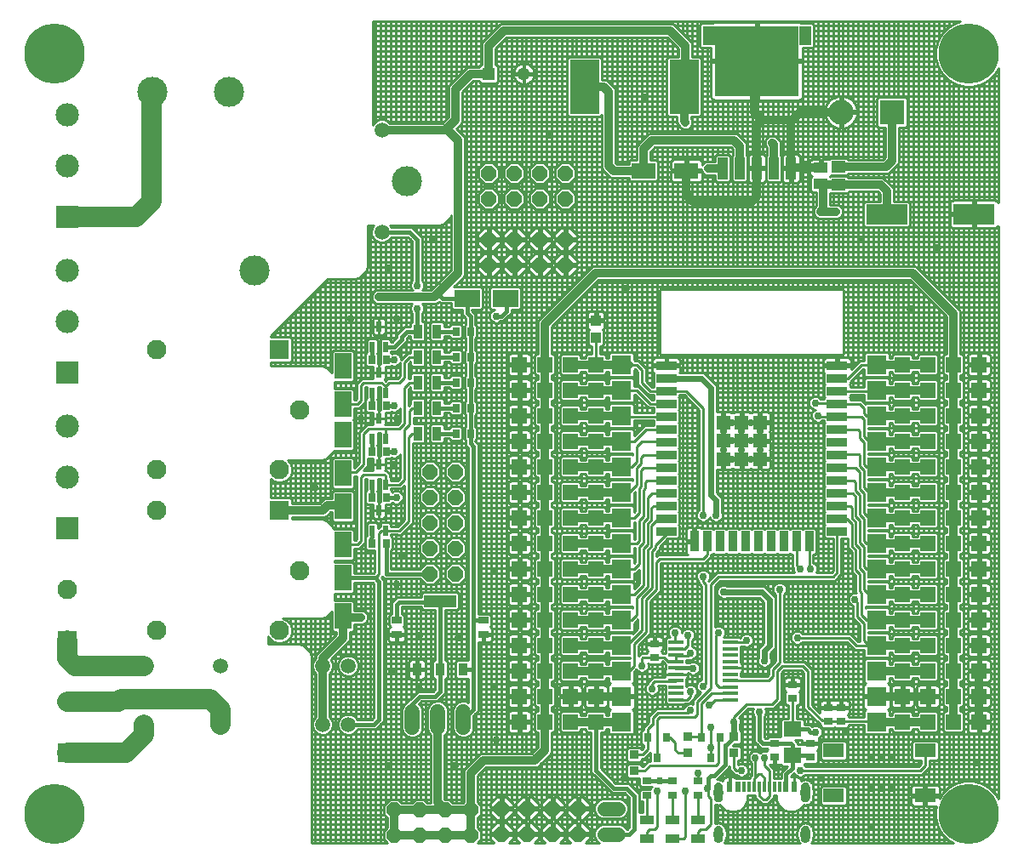
<source format=gbr>
G04 EAGLE Gerber RS-274X export*
G75*
%MOMM*%
%FSLAX34Y34*%
%LPD*%
%INTop Copper*%
%IPPOS*%
%AMOC8*
5,1,8,0,0,1.08239X$1,22.5*%
G01*
%ADD10R,1.930400X1.930400*%
%ADD11C,3.000000*%
%ADD12C,1.508000*%
%ADD13R,1.950000X1.950000*%
%ADD14C,1.950000*%
%ADD15R,2.900000X5.400000*%
%ADD16R,1.308000X1.308000*%
%ADD17C,1.308000*%
%ADD18R,2.350000X1.550000*%
%ADD19R,1.470000X1.020000*%
%ADD20R,1.450000X1.150000*%
%ADD21R,4.100000X2.000000*%
%ADD22C,6.000000*%
%ADD23C,1.008000*%
%ADD24R,1.020000X2.160000*%
%ADD25R,8.330000X6.990000*%
%ADD26R,1.235000X1.910000*%
%ADD27R,0.500000X1.000000*%
%ADD28R,0.900000X1.400000*%
%ADD29R,0.650000X0.900000*%
%ADD30R,1.700000X2.550000*%
%ADD31R,2.550000X1.700000*%
%ADD32P,1.649562X8X292.500000*%
%ADD33R,1.524000X1.524000*%
%ADD34C,1.524000*%
%ADD35P,1.649562X8X22.500000*%
%ADD36R,2.475000X2.475000*%
%ADD37C,2.475000*%
%ADD38R,0.950000X1.250000*%
%ADD39R,3.200000X1.250000*%
%ADD40R,0.990000X0.780000*%
%ADD41R,2.325000X2.325000*%
%ADD42C,2.325000*%
%ADD43R,1.000000X1.100000*%
%ADD44R,2.000000X0.900000*%
%ADD45R,0.900000X2.000000*%
%ADD46R,1.330000X1.330000*%
%ADD47C,0.708000*%
%ADD48R,0.950000X0.900000*%
%ADD49R,0.900000X0.650000*%
%ADD50R,1.400000X0.900000*%
%ADD51R,0.800000X0.900000*%
%ADD52R,0.940000X0.800000*%
%ADD53R,1.526000X0.435000*%
%ADD54R,0.600000X1.140000*%
%ADD55R,0.300000X1.140000*%
%ADD56C,1.108000*%
%ADD57R,1.820000X1.610000*%
%ADD58C,1.422400*%
%ADD59R,2.100000X1.400000*%
%ADD60C,0.812800*%
%ADD61C,0.254000*%
%ADD62C,0.756400*%
%ADD63C,0.406400*%
%ADD64C,0.609600*%
%ADD65C,2.000000*%

G36*
X788477Y212104D02*
X788477Y212104D01*
X788483Y212110D01*
X788488Y212106D01*
X789439Y212439D01*
X789443Y212446D01*
X789449Y212444D01*
X790302Y212980D01*
X790305Y212988D01*
X790311Y212987D01*
X791023Y213699D01*
X791024Y213708D01*
X791030Y213708D01*
X791566Y214561D01*
X791565Y214569D01*
X791571Y214571D01*
X791904Y215522D01*
X791903Y215523D01*
X791904Y215523D01*
X791903Y215525D01*
X791901Y215530D01*
X791906Y215533D01*
X792019Y216535D01*
X792017Y216538D01*
X792019Y216540D01*
X792019Y227540D01*
X792017Y227543D01*
X792019Y227546D01*
X791906Y228547D01*
X791900Y228553D01*
X791904Y228558D01*
X791571Y229509D01*
X791564Y229513D01*
X791566Y229519D01*
X791030Y230372D01*
X791022Y230375D01*
X791023Y230381D01*
X790311Y231093D01*
X790302Y231094D01*
X790302Y231100D01*
X789449Y231636D01*
X789441Y231635D01*
X789439Y231641D01*
X788488Y231974D01*
X788480Y231971D01*
X788477Y231976D01*
X787476Y232089D01*
X787468Y232085D01*
X787465Y232089D01*
X786463Y231976D01*
X786457Y231970D01*
X786452Y231974D01*
X785501Y231641D01*
X785497Y231634D01*
X785491Y231636D01*
X784638Y231100D01*
X784635Y231092D01*
X784629Y231093D01*
X783917Y230381D01*
X783916Y230372D01*
X783910Y230372D01*
X783374Y229519D01*
X783375Y229511D01*
X783369Y229509D01*
X783036Y228558D01*
X783038Y228554D01*
X783035Y228552D01*
X783037Y228549D01*
X783034Y228547D01*
X782921Y227546D01*
X782923Y227542D01*
X782921Y227540D01*
X782921Y216540D01*
X782923Y216537D01*
X782921Y216535D01*
X783034Y215533D01*
X783040Y215527D01*
X783036Y215522D01*
X783369Y214571D01*
X783376Y214567D01*
X783374Y214561D01*
X783910Y213708D01*
X783918Y213705D01*
X783917Y213699D01*
X784629Y212987D01*
X784638Y212986D01*
X784638Y212980D01*
X785491Y212444D01*
X785499Y212445D01*
X785501Y212439D01*
X786452Y212106D01*
X786460Y212109D01*
X786463Y212104D01*
X787465Y211991D01*
X787472Y211995D01*
X787476Y211991D01*
X788477Y212104D01*
G37*
G36*
X701977Y212104D02*
X701977Y212104D01*
X701983Y212110D01*
X701988Y212106D01*
X702939Y212439D01*
X702943Y212446D01*
X702949Y212444D01*
X703802Y212980D01*
X703805Y212988D01*
X703811Y212987D01*
X704523Y213699D01*
X704524Y213708D01*
X704530Y213708D01*
X705066Y214561D01*
X705065Y214569D01*
X705071Y214571D01*
X705404Y215522D01*
X705403Y215523D01*
X705404Y215523D01*
X705403Y215525D01*
X705401Y215530D01*
X705406Y215533D01*
X705519Y216535D01*
X705517Y216538D01*
X705519Y216540D01*
X705519Y227540D01*
X705517Y227543D01*
X705519Y227546D01*
X705406Y228547D01*
X705400Y228553D01*
X705404Y228558D01*
X705071Y229509D01*
X705064Y229513D01*
X705066Y229519D01*
X704530Y230372D01*
X704522Y230375D01*
X704523Y230381D01*
X703811Y231093D01*
X703802Y231094D01*
X703802Y231100D01*
X702949Y231636D01*
X702941Y231635D01*
X702939Y231641D01*
X701988Y231974D01*
X701980Y231971D01*
X701977Y231976D01*
X700976Y232089D01*
X700968Y232085D01*
X700965Y232089D01*
X699963Y231976D01*
X699957Y231970D01*
X699952Y231974D01*
X699001Y231641D01*
X698997Y231634D01*
X698991Y231636D01*
X698138Y231100D01*
X698135Y231092D01*
X698129Y231093D01*
X697417Y230381D01*
X697416Y230372D01*
X697410Y230372D01*
X696874Y229519D01*
X696875Y229511D01*
X696869Y229509D01*
X696536Y228558D01*
X696538Y228554D01*
X696535Y228552D01*
X696537Y228549D01*
X696534Y228547D01*
X696421Y227546D01*
X696423Y227542D01*
X696421Y227540D01*
X696421Y216540D01*
X696423Y216537D01*
X696421Y216535D01*
X696534Y215533D01*
X696540Y215527D01*
X696536Y215522D01*
X696869Y214571D01*
X696876Y214567D01*
X696874Y214561D01*
X697410Y213708D01*
X697418Y213705D01*
X697417Y213699D01*
X698129Y212987D01*
X698138Y212986D01*
X698138Y212980D01*
X698991Y212444D01*
X698999Y212445D01*
X699001Y212439D01*
X699952Y212106D01*
X699960Y212109D01*
X699963Y212104D01*
X700965Y211991D01*
X700972Y211995D01*
X700976Y211991D01*
X701977Y212104D01*
G37*
G36*
X701977Y171904D02*
X701977Y171904D01*
X701983Y171910D01*
X701988Y171906D01*
X702939Y172239D01*
X702943Y172246D01*
X702949Y172244D01*
X703802Y172780D01*
X703805Y172788D01*
X703811Y172787D01*
X704523Y173499D01*
X704524Y173508D01*
X704530Y173508D01*
X705066Y174361D01*
X705065Y174369D01*
X705071Y174371D01*
X705404Y175322D01*
X705403Y175323D01*
X705404Y175323D01*
X705403Y175325D01*
X705401Y175330D01*
X705406Y175333D01*
X705519Y176335D01*
X705517Y176338D01*
X705519Y176340D01*
X705519Y184340D01*
X705517Y184343D01*
X705519Y184346D01*
X705406Y185347D01*
X705400Y185353D01*
X705404Y185358D01*
X705071Y186309D01*
X705064Y186313D01*
X705066Y186319D01*
X704530Y187172D01*
X704522Y187175D01*
X704523Y187181D01*
X703811Y187893D01*
X703802Y187894D01*
X703802Y187900D01*
X702949Y188436D01*
X702941Y188435D01*
X702939Y188441D01*
X701988Y188774D01*
X701980Y188771D01*
X701977Y188776D01*
X700976Y188889D01*
X700968Y188885D01*
X700965Y188889D01*
X699963Y188776D01*
X699957Y188770D01*
X699952Y188774D01*
X699001Y188441D01*
X698997Y188434D01*
X698991Y188436D01*
X698138Y187900D01*
X698135Y187892D01*
X698129Y187893D01*
X697417Y187181D01*
X697416Y187172D01*
X697410Y187172D01*
X696874Y186319D01*
X696875Y186311D01*
X696869Y186309D01*
X696536Y185358D01*
X696539Y185351D01*
X696535Y185348D01*
X696535Y185347D01*
X696534Y185347D01*
X696421Y184346D01*
X696423Y184342D01*
X696421Y184340D01*
X696421Y176340D01*
X696423Y176337D01*
X696421Y176335D01*
X696534Y175333D01*
X696540Y175327D01*
X696536Y175322D01*
X696869Y174371D01*
X696876Y174367D01*
X696874Y174361D01*
X697410Y173508D01*
X697418Y173505D01*
X697417Y173499D01*
X698129Y172787D01*
X698138Y172786D01*
X698138Y172780D01*
X698991Y172244D01*
X698999Y172245D01*
X699001Y172239D01*
X699952Y171906D01*
X699960Y171909D01*
X699963Y171904D01*
X700965Y171791D01*
X700972Y171795D01*
X700976Y171791D01*
X701977Y171904D01*
G37*
G36*
X788477Y171904D02*
X788477Y171904D01*
X788483Y171910D01*
X788488Y171906D01*
X789439Y172239D01*
X789443Y172246D01*
X789449Y172244D01*
X790302Y172780D01*
X790305Y172788D01*
X790311Y172787D01*
X791023Y173499D01*
X791024Y173508D01*
X791030Y173508D01*
X791566Y174361D01*
X791565Y174369D01*
X791571Y174371D01*
X791904Y175322D01*
X791903Y175323D01*
X791904Y175323D01*
X791903Y175325D01*
X791901Y175330D01*
X791906Y175333D01*
X792019Y176335D01*
X792017Y176338D01*
X792019Y176340D01*
X792019Y184340D01*
X792017Y184343D01*
X792019Y184346D01*
X791906Y185347D01*
X791900Y185353D01*
X791904Y185358D01*
X791571Y186309D01*
X791564Y186313D01*
X791566Y186319D01*
X791030Y187172D01*
X791022Y187175D01*
X791023Y187181D01*
X790311Y187893D01*
X790302Y187894D01*
X790302Y187900D01*
X789449Y188436D01*
X789441Y188435D01*
X789439Y188441D01*
X788488Y188774D01*
X788480Y188771D01*
X788477Y188776D01*
X787476Y188889D01*
X787468Y188885D01*
X787465Y188889D01*
X786463Y188776D01*
X786457Y188770D01*
X786452Y188774D01*
X785501Y188441D01*
X785497Y188434D01*
X785491Y188436D01*
X784638Y187900D01*
X784635Y187892D01*
X784629Y187893D01*
X783917Y187181D01*
X783916Y187172D01*
X783910Y187172D01*
X783374Y186319D01*
X783375Y186311D01*
X783369Y186309D01*
X783036Y185358D01*
X783039Y185351D01*
X783035Y185348D01*
X783035Y185347D01*
X783034Y185347D01*
X782921Y184346D01*
X782923Y184342D01*
X782921Y184340D01*
X782921Y176340D01*
X782923Y176337D01*
X782921Y176335D01*
X783034Y175333D01*
X783040Y175327D01*
X783036Y175322D01*
X783369Y174371D01*
X783376Y174367D01*
X783374Y174361D01*
X783910Y173508D01*
X783918Y173505D01*
X783917Y173499D01*
X784629Y172787D01*
X784638Y172786D01*
X784638Y172780D01*
X785491Y172244D01*
X785499Y172245D01*
X785501Y172239D01*
X786452Y171906D01*
X786460Y171909D01*
X786463Y171904D01*
X787465Y171791D01*
X787472Y171795D01*
X787476Y171791D01*
X788477Y171904D01*
G37*
D10*
X858520Y292100D03*
X858520Y317500D03*
X858520Y342900D03*
X858520Y368300D03*
X858520Y393700D03*
X858520Y419100D03*
X858520Y444500D03*
X858520Y469900D03*
X858520Y495300D03*
X858520Y520700D03*
X858520Y546100D03*
X858520Y571500D03*
X858520Y596900D03*
X858520Y622300D03*
X858520Y647700D03*
X604520Y292100D03*
X604520Y317500D03*
X604520Y342900D03*
X604520Y368300D03*
X604520Y393700D03*
X604520Y419100D03*
X604520Y444500D03*
X604520Y469900D03*
X604520Y495300D03*
X604520Y520700D03*
X604520Y546100D03*
X604520Y571500D03*
X604520Y596900D03*
X604520Y622300D03*
X604520Y647700D03*
D11*
X391160Y830480D03*
X239160Y741480D03*
X214160Y919480D03*
X138160Y919480D03*
D12*
X366160Y779480D03*
X366160Y881480D03*
D13*
X264160Y662940D03*
D14*
X142160Y662940D03*
X142160Y542940D03*
X264160Y542940D03*
X284160Y602940D03*
D12*
X129540Y347980D03*
X205740Y347980D03*
X307340Y347980D03*
X332740Y347980D03*
D15*
X567720Y924560D03*
X666720Y924560D03*
D16*
X472440Y937260D03*
D17*
X507440Y937260D03*
D18*
X626200Y840740D03*
X669200Y840740D03*
D19*
X802640Y827560D03*
X802640Y843760D03*
D20*
X820420Y826660D03*
X820420Y844660D03*
D21*
X868360Y797560D03*
X955360Y797560D03*
D22*
X40640Y957580D03*
D23*
X40640Y979805D03*
X40640Y935355D03*
X62865Y957580D03*
X18415Y957580D03*
X24765Y973455D03*
X56515Y973455D03*
X56515Y941705D03*
X24765Y941705D03*
D22*
X949960Y957580D03*
D23*
X949960Y979805D03*
X949960Y935355D03*
X972185Y957580D03*
X927735Y957580D03*
X934085Y973455D03*
X965835Y973455D03*
X965835Y941705D03*
X934085Y941705D03*
D22*
X949960Y200660D03*
D23*
X949960Y222885D03*
X949960Y178435D03*
X972185Y200660D03*
X927735Y200660D03*
X934085Y216535D03*
X965835Y216535D03*
X965835Y184785D03*
X934085Y184785D03*
D22*
X40640Y200660D03*
D23*
X40640Y222885D03*
X40640Y178435D03*
X62865Y200660D03*
X18415Y200660D03*
X24765Y216535D03*
X56515Y216535D03*
X56515Y184785D03*
X24765Y184785D03*
D24*
X705140Y843130D03*
X722140Y843130D03*
X739140Y843130D03*
X756140Y843130D03*
X773140Y843130D03*
D25*
X739140Y949880D03*
D26*
X786965Y975280D03*
X691315Y975280D03*
D27*
X356720Y619920D03*
X369720Y619920D03*
X363220Y639920D03*
D28*
X401980Y655320D03*
X420980Y655320D03*
D29*
X439790Y655320D03*
X454290Y655320D03*
D30*
X327660Y646380D03*
X327660Y608380D03*
D29*
X355970Y607060D03*
X370470Y607060D03*
D13*
X264160Y502920D03*
D14*
X142160Y502920D03*
X142160Y382920D03*
X264160Y382920D03*
X284160Y442920D03*
D27*
X356720Y574200D03*
X369720Y574200D03*
X363220Y594200D03*
D28*
X401980Y629920D03*
X420980Y629920D03*
D29*
X439790Y629920D03*
X454290Y629920D03*
D30*
X327660Y577800D03*
X327660Y539800D03*
D29*
X355970Y561340D03*
X370470Y561340D03*
D27*
X356720Y665640D03*
X369720Y665640D03*
X363220Y685640D03*
D28*
X401980Y680720D03*
X420980Y680720D03*
D29*
X439790Y680720D03*
X454290Y680720D03*
D31*
X450900Y713740D03*
X488900Y713740D03*
D29*
X355970Y652780D03*
X370470Y652780D03*
D27*
X356720Y528480D03*
X369720Y528480D03*
X363220Y548480D03*
D28*
X401980Y604520D03*
X420980Y604520D03*
D29*
X439790Y604520D03*
X454290Y604520D03*
D30*
X327660Y506680D03*
X327660Y468680D03*
D29*
X355970Y515620D03*
X370470Y515620D03*
D12*
X129540Y289560D03*
X205740Y289560D03*
X307340Y289560D03*
X332740Y289560D03*
D27*
X356720Y482760D03*
X369720Y482760D03*
X363220Y502760D03*
D28*
X401980Y579120D03*
X420980Y579120D03*
D29*
X439790Y579120D03*
X454290Y579120D03*
D30*
X327660Y397560D03*
X327660Y435560D03*
D29*
X355970Y469900D03*
X370470Y469900D03*
D32*
X414020Y541020D03*
X439420Y541020D03*
X414020Y515620D03*
X439420Y515620D03*
X414020Y490220D03*
X439420Y490220D03*
X414020Y464820D03*
X439420Y464820D03*
X414020Y439420D03*
X439420Y439420D03*
D33*
X909320Y292100D03*
X909320Y317500D03*
X909320Y342900D03*
X909320Y368300D03*
X909320Y393700D03*
X909320Y419100D03*
X909320Y444500D03*
X909320Y469900D03*
X909320Y495300D03*
X909320Y520700D03*
X909320Y546100D03*
X909320Y571500D03*
X909320Y596900D03*
X909320Y622300D03*
X909320Y647700D03*
X553720Y292100D03*
X553720Y317500D03*
X553720Y342900D03*
X553720Y368300D03*
X553720Y393700D03*
X553720Y419100D03*
X553720Y444500D03*
X553720Y469900D03*
X553720Y495300D03*
X553720Y520700D03*
X553720Y546100D03*
X553720Y571500D03*
X553720Y596900D03*
X553720Y622300D03*
X553720Y647700D03*
X528320Y647700D03*
X528320Y622300D03*
X528320Y596900D03*
X528320Y571500D03*
X528320Y546100D03*
X528320Y520700D03*
X528320Y495300D03*
X528320Y469900D03*
X528320Y444500D03*
X528320Y419100D03*
X528320Y393700D03*
X528320Y368300D03*
X528320Y342900D03*
X528320Y317500D03*
X528320Y292100D03*
X934720Y292100D03*
X934720Y317500D03*
X934720Y342900D03*
X934720Y368300D03*
X934720Y393700D03*
X934720Y419100D03*
X934720Y444500D03*
X934720Y469900D03*
X934720Y495300D03*
X934720Y520700D03*
X934720Y546100D03*
X934720Y571500D03*
X934720Y596900D03*
X934720Y622300D03*
X934720Y647700D03*
X960120Y647700D03*
X960120Y622300D03*
X960120Y596900D03*
X960120Y571500D03*
X960120Y546100D03*
X960120Y520700D03*
X960120Y495300D03*
X960120Y469900D03*
X960120Y444500D03*
X960120Y419100D03*
X960120Y393700D03*
X960120Y368300D03*
X960120Y342900D03*
X960120Y317500D03*
X960120Y292100D03*
X502920Y647700D03*
X502920Y622300D03*
X502920Y596900D03*
X502920Y571500D03*
X502920Y546100D03*
X502920Y520700D03*
X502920Y495300D03*
X502920Y469900D03*
X502920Y444500D03*
X502920Y419100D03*
X502920Y393700D03*
X502920Y368300D03*
X502920Y342900D03*
X502920Y317500D03*
X502920Y292100D03*
D34*
X447040Y287020D02*
X447040Y302260D01*
X421640Y302260D02*
X421640Y287020D01*
X396240Y287020D02*
X396240Y302260D01*
D35*
X378460Y179070D03*
X378460Y204470D03*
X403860Y179070D03*
X403860Y204470D03*
X429260Y179070D03*
X429260Y204470D03*
X454660Y179070D03*
X454660Y204470D03*
X485140Y180340D03*
X485140Y205740D03*
X510540Y180340D03*
X510540Y205740D03*
X535940Y180340D03*
X535940Y205740D03*
X561340Y180340D03*
X561340Y205740D03*
X472440Y812800D03*
X472440Y838200D03*
X497840Y812800D03*
X497840Y838200D03*
X523240Y812800D03*
X523240Y838200D03*
X548640Y812800D03*
X548640Y838200D03*
D36*
X873760Y899160D03*
D37*
X822960Y899160D03*
D33*
X883920Y292100D03*
X883920Y317500D03*
X883920Y342900D03*
X883920Y368300D03*
X883920Y393700D03*
X883920Y419100D03*
X883920Y444500D03*
X883920Y469900D03*
X883920Y495300D03*
X883920Y520700D03*
X883920Y546100D03*
X883920Y571500D03*
X883920Y596900D03*
X883920Y622300D03*
X883920Y647700D03*
X579120Y292100D03*
X579120Y317500D03*
X579120Y342900D03*
X579120Y368300D03*
X579120Y393700D03*
X579120Y419100D03*
X579120Y444500D03*
X579120Y469900D03*
X579120Y495300D03*
X579120Y520700D03*
X579120Y546100D03*
X579120Y571500D03*
X579120Y596900D03*
X579120Y622300D03*
X579120Y647700D03*
D35*
X472440Y746760D03*
X472440Y772160D03*
X497840Y746760D03*
X497840Y772160D03*
X523240Y746760D03*
X523240Y772160D03*
X548640Y746760D03*
X548640Y772160D03*
D38*
X401180Y344460D03*
X424180Y344460D03*
X447180Y344460D03*
D39*
X424180Y412460D03*
D40*
X467360Y379080D03*
X467360Y393080D03*
X381000Y379080D03*
X381000Y393080D03*
D41*
X53340Y795020D03*
D42*
X53340Y845820D03*
X53340Y896620D03*
D41*
X53340Y640080D03*
D42*
X53340Y690880D03*
X53340Y741680D03*
D41*
X53340Y485140D03*
D42*
X53340Y535940D03*
X53340Y586740D03*
D13*
X53340Y373380D03*
D14*
X53340Y424180D03*
D13*
X53340Y261620D03*
D14*
X53340Y312420D03*
D43*
X579120Y674760D03*
X579120Y691760D03*
D44*
X649060Y646960D03*
X649060Y634260D03*
X649060Y621560D03*
X649060Y608860D03*
X649060Y596160D03*
X649060Y583460D03*
X649060Y570760D03*
X649060Y558060D03*
X649060Y545360D03*
X649060Y532660D03*
X649060Y519960D03*
X649060Y507260D03*
X649060Y494560D03*
X649060Y481860D03*
D45*
X676910Y471860D03*
X689610Y471860D03*
X702310Y471860D03*
X715010Y471860D03*
X727710Y471860D03*
X740410Y471860D03*
X753110Y471860D03*
X765810Y471860D03*
X778510Y471860D03*
X791210Y471860D03*
D44*
X819060Y481860D03*
X819060Y494560D03*
X819060Y507260D03*
X819060Y519960D03*
X819060Y532660D03*
X819060Y545360D03*
X819060Y558060D03*
X819060Y570760D03*
X819060Y583460D03*
X819060Y596160D03*
X819060Y608860D03*
X819060Y621560D03*
X819060Y634260D03*
X819060Y646960D03*
D46*
X705710Y590310D03*
X724060Y590310D03*
X742410Y590310D03*
X705710Y571960D03*
X724060Y571960D03*
X742410Y571960D03*
X705710Y553610D03*
X724060Y553610D03*
X742410Y553610D03*
D47*
X714885Y590310D03*
X733235Y590310D03*
X705710Y581135D03*
X724060Y581135D03*
X742410Y581135D03*
X714885Y571960D03*
X733235Y571960D03*
X705710Y562785D03*
X724060Y562785D03*
X742410Y562785D03*
X714885Y553610D03*
X733235Y553610D03*
D48*
X617220Y259460D03*
X617220Y243460D03*
X716280Y277240D03*
X716280Y261240D03*
X670560Y277240D03*
X670560Y261240D03*
D49*
X680720Y233310D03*
X680720Y218810D03*
D50*
X680720Y175920D03*
X680720Y194920D03*
D51*
X649580Y276700D03*
X630580Y276700D03*
X640080Y256700D03*
X702920Y276700D03*
X683920Y276700D03*
X693420Y256700D03*
D52*
X822960Y306420D03*
X822960Y293020D03*
X810260Y306420D03*
X810260Y293020D03*
D53*
X712920Y314320D03*
X712920Y320680D03*
X712920Y327020D03*
X712920Y333380D03*
X712920Y339720D03*
X712920Y346080D03*
X712920Y352420D03*
X712920Y358780D03*
X712920Y365120D03*
X712920Y371480D03*
X658680Y371480D03*
X658680Y365120D03*
X658680Y358780D03*
X658680Y352420D03*
X658680Y346080D03*
X658680Y339720D03*
X658680Y333380D03*
X658680Y327020D03*
X658680Y320680D03*
X658680Y314320D03*
D49*
X655320Y233310D03*
X655320Y218810D03*
X629920Y233310D03*
X629920Y218810D03*
D50*
X655320Y175920D03*
X655320Y194920D03*
X629920Y175920D03*
X629920Y194920D03*
D52*
X637540Y356520D03*
X637540Y369920D03*
X756920Y257460D03*
X756920Y270860D03*
X792480Y257460D03*
X792480Y270860D03*
D54*
X712220Y227840D03*
X720220Y227840D03*
D55*
X741720Y227840D03*
X736720Y227840D03*
X731720Y227840D03*
X726720Y227840D03*
X746720Y227840D03*
X751720Y227840D03*
X756720Y227840D03*
X761720Y227840D03*
D54*
X768220Y227840D03*
X776220Y227840D03*
D56*
X700970Y222040D03*
X787470Y222040D03*
X700970Y180340D03*
X787470Y180340D03*
D57*
X774700Y258780D03*
X774700Y284780D03*
D52*
X774700Y315880D03*
X774700Y329280D03*
D58*
X601472Y205740D02*
X587248Y205740D01*
X587248Y180340D02*
X601472Y180340D01*
D59*
X815560Y263800D03*
X906560Y263800D03*
X815560Y218800D03*
X906560Y218800D03*
D60*
X802640Y843760D02*
X773770Y843760D01*
X773140Y843130D01*
X773140Y889980D01*
X782320Y899160D02*
X822960Y899160D01*
X782320Y899160D02*
X773140Y889980D01*
X771580Y891540D01*
X744220Y891540D02*
X736600Y899160D01*
X736600Y947340D01*
X739140Y949880D01*
X744220Y891540D02*
X771580Y891540D01*
X739140Y886460D02*
X739140Y843130D01*
X739140Y886460D02*
X744220Y891540D01*
X739140Y843130D02*
X739140Y815340D01*
X669200Y816700D02*
X669200Y840740D01*
X734060Y810260D02*
X739140Y815340D01*
X734060Y810260D02*
X675640Y810260D01*
X669200Y816700D01*
D61*
X374921Y785334D02*
X374124Y786130D01*
X423914Y786130D01*
X428115Y787870D01*
X431330Y791085D01*
X433870Y793625D01*
X435102Y796600D01*
X435102Y741981D01*
X422176Y729055D01*
X415826Y722705D01*
X414939Y721818D01*
X405998Y721818D01*
X406895Y722715D01*
X407896Y725132D01*
X407896Y727748D01*
X406895Y730165D01*
X406146Y730914D01*
X406146Y774159D01*
X403606Y776699D01*
X401066Y779239D01*
X395999Y784306D01*
X375346Y784306D01*
X374921Y785334D01*
X396323Y690514D02*
X394686Y688877D01*
X394686Y685546D01*
X389161Y685546D01*
X386334Y682719D01*
X381254Y677639D01*
X381254Y675099D01*
X376621Y670466D01*
X375014Y670466D01*
X375014Y671797D01*
X373377Y673434D01*
X366063Y673434D01*
X364426Y671797D01*
X364426Y659483D01*
X364949Y658960D01*
X364426Y658437D01*
X364426Y648730D01*
X363220Y648730D01*
X363220Y639920D01*
X363220Y639920D01*
X363220Y648730D01*
X362014Y648730D01*
X362014Y658437D01*
X361546Y658905D01*
X361546Y659015D01*
X362014Y659483D01*
X362014Y671797D01*
X360377Y673434D01*
X353063Y673434D01*
X351426Y671797D01*
X351426Y659937D01*
X349926Y658437D01*
X349926Y647123D01*
X351563Y645486D01*
X356927Y645486D01*
X356910Y645422D01*
X356910Y639920D01*
X363220Y639920D01*
X363220Y639920D01*
X356910Y639920D01*
X356910Y634418D01*
X357026Y633984D01*
X346297Y633984D01*
X343916Y631603D01*
X343757Y631444D01*
X341376Y629063D01*
X341376Y613823D01*
X339997Y612444D01*
X338954Y612444D01*
X338954Y622287D01*
X337317Y623924D01*
X318770Y623924D01*
X318770Y630836D01*
X337317Y630836D01*
X338954Y632473D01*
X338954Y660287D01*
X337317Y661924D01*
X318003Y661924D01*
X316366Y660287D01*
X316366Y639598D01*
X313815Y642150D01*
X311275Y644690D01*
X307074Y646430D01*
X255270Y646430D01*
X255270Y650396D01*
X275067Y650396D01*
X276704Y652033D01*
X276704Y673847D01*
X275067Y675484D01*
X255270Y675484D01*
X255270Y675986D01*
X312074Y732790D01*
X340094Y732790D01*
X344295Y734530D01*
X347510Y737745D01*
X350050Y740285D01*
X351790Y744486D01*
X351790Y786130D01*
X358196Y786130D01*
X357399Y785334D01*
X355826Y781536D01*
X355826Y777424D01*
X357399Y773626D01*
X360306Y770719D01*
X364104Y769146D01*
X368216Y769146D01*
X372014Y770719D01*
X374921Y773626D01*
X375346Y774654D01*
X392001Y774654D01*
X394241Y772414D01*
X396494Y770161D01*
X396494Y730914D01*
X395745Y730165D01*
X394744Y727748D01*
X394744Y725132D01*
X395745Y722715D01*
X396642Y721818D01*
X361856Y721818D01*
X359335Y720774D01*
X357406Y718845D01*
X356362Y716324D01*
X356362Y713596D01*
X357406Y711075D01*
X359335Y709146D01*
X361856Y708102D01*
X396542Y708102D01*
X395745Y707305D01*
X394744Y704888D01*
X394744Y702272D01*
X395745Y699855D01*
X396494Y699106D01*
X396494Y690514D01*
X396323Y690514D01*
X363220Y685640D02*
X356910Y685640D01*
X363220Y685640D02*
X363220Y685640D01*
X356910Y685640D01*
X356910Y680138D01*
X357170Y679169D01*
X357671Y678301D01*
X358381Y677591D01*
X359249Y677090D01*
X360218Y676830D01*
X363220Y676830D01*
X363220Y685640D01*
X363220Y685640D01*
X363220Y676830D01*
X366222Y676830D01*
X367191Y677090D01*
X368059Y677591D01*
X368769Y678301D01*
X369270Y679169D01*
X369530Y680138D01*
X369530Y685640D01*
X363220Y685640D01*
X363220Y685640D01*
X369530Y685640D01*
X369530Y691142D01*
X369270Y692111D01*
X368769Y692979D01*
X368059Y693689D01*
X367191Y694190D01*
X366222Y694450D01*
X363220Y694450D01*
X363220Y685640D01*
X363220Y685640D01*
X363220Y694450D01*
X360218Y694450D01*
X359249Y694190D01*
X358381Y693689D01*
X357671Y692979D01*
X357170Y692111D01*
X356910Y691142D01*
X356910Y685640D01*
X364426Y613763D02*
X364949Y613240D01*
X364426Y612717D01*
X364426Y603010D01*
X363220Y603010D01*
X363220Y594200D01*
X363220Y594200D01*
X363220Y603010D01*
X362014Y603010D01*
X362014Y612717D01*
X361546Y613185D01*
X361546Y613295D01*
X362014Y613763D01*
X362014Y625856D01*
X364077Y625856D01*
X364426Y625507D01*
X364426Y613763D01*
X783970Y271590D02*
X791750Y271590D01*
X791750Y270130D01*
X783970Y270130D01*
X783970Y269624D01*
X779526Y269624D01*
X779526Y271239D01*
X777906Y272859D01*
X776829Y273936D01*
X783970Y273936D01*
X783970Y271590D01*
X818770Y307150D02*
X822230Y307150D01*
X822230Y305690D01*
X810990Y305690D01*
X810990Y307150D01*
X818770Y307150D01*
X725330Y552340D02*
X725330Y554880D01*
X725994Y554880D01*
X725885Y554334D01*
X725885Y553610D01*
X733235Y553610D01*
X733235Y553610D01*
X725885Y553610D01*
X725885Y552886D01*
X725994Y552340D01*
X725330Y552340D01*
X740585Y553610D02*
X740585Y554334D01*
X740476Y554880D01*
X741140Y554880D01*
X741140Y552340D01*
X740476Y552340D01*
X740585Y552886D01*
X740585Y553610D01*
X733235Y553610D01*
X733235Y553610D01*
X740585Y553610D01*
X741140Y570690D02*
X743680Y570690D01*
X743680Y570026D01*
X743134Y570135D01*
X742410Y570135D01*
X742410Y562785D01*
X742410Y562785D01*
X742410Y570135D01*
X741686Y570135D01*
X741140Y570026D01*
X741140Y570690D01*
X742410Y555435D02*
X743134Y555435D01*
X743680Y555544D01*
X743680Y554880D01*
X741140Y554880D01*
X741140Y555544D01*
X741686Y555435D01*
X742410Y555435D01*
X742410Y562785D01*
X742410Y562785D01*
X742410Y555435D01*
X722235Y554334D02*
X722235Y553610D01*
X722235Y554334D02*
X722126Y554880D01*
X722790Y554880D01*
X722790Y552340D01*
X722126Y552340D01*
X722235Y552886D01*
X722235Y553610D01*
X714885Y553610D01*
X714885Y553610D01*
X722235Y553610D01*
X706980Y552340D02*
X706980Y554880D01*
X707644Y554880D01*
X707535Y554334D01*
X707535Y553610D01*
X714885Y553610D01*
X714885Y553610D01*
X707535Y553610D01*
X707535Y552886D01*
X707644Y552340D01*
X706980Y552340D01*
X724060Y555435D02*
X724784Y555435D01*
X725330Y555544D01*
X725330Y554880D01*
X722790Y554880D01*
X722790Y555544D01*
X723336Y555435D01*
X724060Y555435D01*
X724060Y562785D01*
X724060Y562785D01*
X724060Y555435D01*
X722790Y570690D02*
X725330Y570690D01*
X725330Y570026D01*
X724784Y570135D01*
X724060Y570135D01*
X724060Y562785D01*
X724060Y562785D01*
X724060Y570135D01*
X723336Y570135D01*
X722790Y570026D01*
X722790Y570690D01*
X706980Y570690D02*
X704440Y570690D01*
X706980Y570690D02*
X706980Y570026D01*
X706434Y570135D01*
X705710Y570135D01*
X705710Y562785D01*
X705710Y562785D01*
X705710Y570135D01*
X704986Y570135D01*
X704440Y570026D01*
X704440Y570690D01*
X705710Y555435D02*
X706434Y555435D01*
X706980Y555544D01*
X706980Y554880D01*
X704440Y554880D01*
X704440Y555544D01*
X704986Y555435D01*
X705710Y555435D01*
X705710Y562785D01*
X705710Y562785D01*
X705710Y555435D01*
X725885Y589586D02*
X725885Y590310D01*
X725885Y589586D02*
X725994Y589040D01*
X725330Y589040D01*
X725330Y591580D01*
X725994Y591580D01*
X725885Y591034D01*
X725885Y590310D01*
X733235Y590310D01*
X733235Y590310D01*
X725885Y590310D01*
X740585Y590310D02*
X740585Y591034D01*
X740476Y591580D01*
X741140Y591580D01*
X741140Y589040D01*
X740476Y589040D01*
X740585Y589586D01*
X740585Y590310D01*
X733235Y590310D01*
X733235Y590310D01*
X740585Y590310D01*
X364949Y567520D02*
X364426Y568043D01*
X364949Y567520D02*
X364426Y566997D01*
X364426Y557290D01*
X363220Y557290D01*
X363220Y548480D01*
X363220Y548480D01*
X363220Y557290D01*
X362014Y557290D01*
X362014Y566997D01*
X361546Y567465D01*
X361546Y567575D01*
X362014Y568043D01*
X362014Y580136D01*
X364426Y580136D01*
X364426Y568043D01*
X369414Y588264D02*
X381857Y588264D01*
X369530Y588698D02*
X369414Y588264D01*
X369530Y588698D02*
X369530Y594200D01*
X363220Y594200D01*
X363220Y594200D01*
X369530Y594200D01*
X369530Y599702D01*
X369513Y599766D01*
X374877Y599766D01*
X376051Y600940D01*
X377152Y600484D01*
X379768Y600484D01*
X382185Y601485D01*
X384035Y603335D01*
X384556Y604593D01*
X384556Y590963D01*
X381857Y588264D01*
X364426Y522323D02*
X364949Y521800D01*
X364426Y521277D01*
X364426Y511570D01*
X363220Y511570D01*
X363220Y502760D01*
X363220Y502760D01*
X363220Y511570D01*
X362014Y511570D01*
X362014Y521277D01*
X361546Y521745D01*
X361546Y521855D01*
X362014Y522323D01*
X362014Y534416D01*
X364426Y534416D01*
X364426Y522323D01*
X349663Y544576D02*
X349663Y544576D01*
X352044Y546957D01*
X352044Y554046D01*
X356927Y554046D01*
X356910Y553982D01*
X356910Y548480D01*
X363220Y548480D01*
X363220Y548480D01*
X356910Y548480D01*
X356910Y542978D01*
X357026Y542544D01*
X347631Y542544D01*
X349663Y544576D01*
X339997Y472744D02*
X338954Y472744D01*
X338954Y482587D01*
X337317Y484224D01*
X318003Y484224D01*
X317992Y484213D01*
X317030Y486535D01*
X313815Y489750D01*
X311275Y492290D01*
X307074Y494030D01*
X276704Y494030D01*
X276704Y496062D01*
X308704Y496062D01*
X311225Y497106D01*
X315261Y501142D01*
X316366Y501142D01*
X316366Y492773D01*
X318003Y491136D01*
X337317Y491136D01*
X338954Y492773D01*
X338954Y520587D01*
X337317Y522224D01*
X318003Y522224D01*
X316366Y520587D01*
X316366Y514858D01*
X311056Y514858D01*
X308535Y513814D01*
X306606Y511885D01*
X306606Y511885D01*
X304499Y509778D01*
X276704Y509778D01*
X276704Y513827D01*
X275067Y515464D01*
X255270Y515464D01*
X255270Y534090D01*
X257054Y532306D01*
X261665Y530396D01*
X266655Y530396D01*
X271266Y532306D01*
X274794Y535834D01*
X276704Y540445D01*
X276704Y545435D01*
X274794Y550046D01*
X272390Y552450D01*
X307074Y552450D01*
X311275Y554190D01*
X314490Y557405D01*
X317030Y559945D01*
X317992Y562267D01*
X318003Y562256D01*
X337317Y562256D01*
X338954Y563893D01*
X338954Y591707D01*
X337571Y593090D01*
X338954Y594473D01*
X338954Y604316D01*
X343363Y604316D01*
X347123Y608076D01*
X349504Y610457D01*
X349504Y625697D01*
X349663Y625856D01*
X351426Y625856D01*
X351426Y614217D01*
X349926Y612717D01*
X349926Y601403D01*
X351563Y599766D01*
X356927Y599766D01*
X356910Y599702D01*
X356910Y594200D01*
X363220Y594200D01*
X363220Y594200D01*
X356910Y594200D01*
X356910Y588698D01*
X357026Y588264D01*
X351377Y588264D01*
X348996Y585883D01*
X343916Y580803D01*
X343916Y550323D01*
X338954Y545361D01*
X338954Y553707D01*
X337317Y555344D01*
X318003Y555344D01*
X316366Y553707D01*
X316366Y525893D01*
X318003Y524256D01*
X337317Y524256D01*
X338954Y525893D01*
X338954Y536956D01*
X341376Y536956D01*
X341376Y474123D01*
X339997Y472744D01*
X384556Y636683D02*
X384556Y648557D01*
X384556Y636683D02*
X381857Y633984D01*
X371997Y633984D01*
X369720Y631707D01*
X368797Y632630D01*
X369270Y633449D01*
X369530Y634418D01*
X369530Y639920D01*
X363220Y639920D01*
X363220Y639920D01*
X369530Y639920D01*
X369530Y645422D01*
X369513Y645486D01*
X374877Y645486D01*
X376051Y646660D01*
X377152Y646204D01*
X379768Y646204D01*
X382185Y647205D01*
X384035Y649055D01*
X384556Y650313D01*
X384556Y648557D01*
X363220Y493950D02*
X360218Y493950D01*
X363220Y493950D02*
X363220Y502760D01*
X363220Y502760D01*
X363220Y493950D01*
X366222Y493950D01*
X367191Y494210D01*
X368059Y494711D01*
X368769Y495421D01*
X369270Y496289D01*
X369530Y497258D01*
X369530Y502760D01*
X363220Y502760D01*
X363220Y502760D01*
X369530Y502760D01*
X369530Y508262D01*
X369513Y508326D01*
X374877Y508326D01*
X376514Y509963D01*
X376514Y510580D01*
X377049Y510045D01*
X379466Y509044D01*
X382082Y509044D01*
X384499Y510045D01*
X386349Y511895D01*
X387350Y514312D01*
X387350Y516928D01*
X386349Y519345D01*
X384499Y521195D01*
X382082Y522196D01*
X379466Y522196D01*
X377049Y521195D01*
X376514Y520660D01*
X376514Y521277D01*
X375014Y522777D01*
X375014Y524416D01*
X385383Y524416D01*
X388620Y527653D01*
X388620Y493427D01*
X382017Y486824D01*
X375014Y486824D01*
X375014Y488917D01*
X373377Y490554D01*
X366063Y490554D01*
X364426Y488917D01*
X364426Y486824D01*
X364237Y486824D01*
X362014Y484601D01*
X362014Y488917D01*
X360377Y490554D01*
X353063Y490554D01*
X351426Y488917D01*
X351426Y477631D01*
X350774Y476979D01*
X350774Y476405D01*
X349926Y475557D01*
X349926Y464243D01*
X351563Y462606D01*
X359156Y462606D01*
X359156Y441103D01*
X358489Y440436D01*
X357411Y440436D01*
X357361Y440386D01*
X338954Y440386D01*
X338954Y449467D01*
X337317Y451104D01*
X318770Y451104D01*
X318770Y453136D01*
X337317Y453136D01*
X338954Y454773D01*
X338954Y464616D01*
X343363Y464616D01*
X347123Y468376D01*
X349504Y470757D01*
X349504Y534257D01*
X349663Y534416D01*
X351426Y534416D01*
X351426Y522777D01*
X349926Y521277D01*
X349926Y509963D01*
X351563Y508326D01*
X356927Y508326D01*
X356910Y508262D01*
X356910Y502760D01*
X363220Y502760D01*
X363220Y502760D01*
X356910Y502760D01*
X356910Y497258D01*
X357170Y496289D01*
X357671Y495421D01*
X358381Y494711D01*
X359249Y494210D01*
X360218Y493950D01*
X375014Y532544D02*
X382017Y532544D01*
X375014Y532544D02*
X375014Y534637D01*
X373784Y535867D01*
X373784Y538743D01*
X369983Y542544D01*
X369414Y542544D01*
X369530Y542978D01*
X369530Y548480D01*
X363220Y548480D01*
X363220Y548480D01*
X369530Y548480D01*
X369530Y553982D01*
X369513Y554046D01*
X374877Y554046D01*
X376051Y555220D01*
X377152Y554764D01*
X379768Y554764D01*
X382185Y555765D01*
X384035Y557615D01*
X384556Y558873D01*
X384556Y535083D01*
X382017Y532544D01*
X722235Y590310D02*
X722235Y591034D01*
X722126Y591580D01*
X722790Y591580D01*
X722790Y589040D01*
X722126Y589040D01*
X722235Y589586D01*
X722235Y590310D01*
X714885Y590310D01*
X714885Y590310D01*
X722235Y590310D01*
X706980Y589040D02*
X706980Y591580D01*
X707644Y591580D01*
X707535Y591034D01*
X707535Y590310D01*
X714885Y590310D01*
X714885Y590310D01*
X707535Y590310D01*
X707535Y589586D01*
X707644Y589040D01*
X706980Y589040D01*
X706434Y573785D02*
X705710Y573785D01*
X706434Y573785D02*
X706980Y573894D01*
X706980Y573230D01*
X704440Y573230D01*
X704440Y573894D01*
X704986Y573785D01*
X705710Y573785D01*
X705710Y581135D01*
X705710Y581135D01*
X705710Y573785D01*
X704440Y589040D02*
X706980Y589040D01*
X706980Y588376D01*
X706434Y588485D01*
X705710Y588485D01*
X705710Y581135D01*
X705710Y581135D01*
X705710Y588485D01*
X704986Y588485D01*
X704440Y588376D01*
X704440Y589040D01*
X722790Y589040D02*
X725330Y589040D01*
X725330Y588376D01*
X724784Y588485D01*
X724060Y588485D01*
X724060Y581135D01*
X724060Y581135D01*
X724060Y588485D01*
X723336Y588485D01*
X722790Y588376D01*
X722790Y589040D01*
X724060Y573785D02*
X724784Y573785D01*
X725330Y573894D01*
X725330Y573230D01*
X722790Y573230D01*
X722790Y573894D01*
X723336Y573785D01*
X724060Y573785D01*
X724060Y581135D01*
X724060Y581135D01*
X724060Y573785D01*
X706980Y573230D02*
X706980Y570690D01*
X706980Y573230D02*
X707644Y573230D01*
X707535Y572684D01*
X707535Y571960D01*
X714885Y571960D01*
X714885Y571960D01*
X707535Y571960D01*
X707535Y571236D01*
X707644Y570690D01*
X706980Y570690D01*
X722235Y571960D02*
X722235Y572684D01*
X722126Y573230D01*
X722790Y573230D01*
X722790Y570690D01*
X722126Y570690D01*
X722235Y571236D01*
X722235Y571960D01*
X714885Y571960D01*
X714885Y571960D01*
X722235Y571960D01*
X742410Y573785D02*
X743134Y573785D01*
X743680Y573894D01*
X743680Y573230D01*
X741140Y573230D01*
X741140Y573894D01*
X741686Y573785D01*
X742410Y573785D01*
X742410Y581135D01*
X742410Y581135D01*
X742410Y573785D01*
X741140Y589040D02*
X743680Y589040D01*
X743680Y588376D01*
X743134Y588485D01*
X742410Y588485D01*
X742410Y581135D01*
X742410Y581135D01*
X742410Y588485D01*
X741686Y588485D01*
X741140Y588376D01*
X741140Y589040D01*
X740585Y572684D02*
X740585Y571960D01*
X740585Y572684D02*
X740476Y573230D01*
X741140Y573230D01*
X741140Y570690D01*
X740476Y570690D01*
X740585Y571236D01*
X740585Y571960D01*
X733235Y571960D01*
X733235Y571960D01*
X740585Y571960D01*
X725330Y570690D02*
X725330Y573230D01*
X725994Y573230D01*
X725885Y572684D01*
X725885Y571960D01*
X733235Y571960D01*
X733235Y571960D01*
X725885Y571960D01*
X725885Y571236D01*
X725994Y570690D01*
X725330Y570690D01*
X669860Y336074D02*
X669359Y335206D01*
X669860Y336074D02*
X670120Y337043D01*
X670120Y339720D01*
X658680Y339720D01*
X658680Y339720D01*
X670120Y339720D01*
X670120Y341254D01*
X670526Y341254D01*
X671915Y339865D01*
X674332Y338864D01*
X676948Y338864D01*
X679365Y339865D01*
X681215Y341715D01*
X682216Y344132D01*
X682216Y346748D01*
X681215Y349165D01*
X679365Y351015D01*
X676948Y352016D01*
X674332Y352016D01*
X671915Y351015D01*
X671806Y350906D01*
X669104Y350906D01*
X669104Y354076D01*
X672243Y354076D01*
X672271Y354104D01*
X674408Y354104D01*
X676825Y355105D01*
X678675Y356955D01*
X679676Y359372D01*
X679676Y361988D01*
X678675Y364405D01*
X676825Y366255D01*
X674624Y367167D01*
X674624Y373224D01*
X676135Y374735D01*
X677136Y377152D01*
X677136Y379768D01*
X676135Y382185D01*
X674285Y384035D01*
X671868Y385036D01*
X669252Y385036D01*
X666835Y384035D01*
X664985Y382185D01*
X664436Y380859D01*
X664436Y382308D01*
X663435Y384725D01*
X661585Y386575D01*
X659168Y387576D01*
X656552Y387576D01*
X654135Y386575D01*
X652285Y384725D01*
X651284Y382308D01*
X651284Y379692D01*
X652285Y377275D01*
X653111Y376449D01*
X649893Y376449D01*
X648256Y374812D01*
X648256Y360584D01*
X645034Y360584D01*
X645034Y361677D01*
X644111Y362601D01*
X644579Y362871D01*
X645289Y363581D01*
X645790Y364449D01*
X646050Y365418D01*
X646050Y369190D01*
X638270Y369190D01*
X638270Y370650D01*
X646050Y370650D01*
X646050Y374422D01*
X645790Y375391D01*
X645289Y376259D01*
X644579Y376969D01*
X643711Y377470D01*
X642742Y377730D01*
X638270Y377730D01*
X638270Y370650D01*
X636810Y370650D01*
X636810Y377730D01*
X632338Y377730D01*
X631369Y377470D01*
X630501Y376969D01*
X629791Y376259D01*
X629290Y375391D01*
X629030Y374422D01*
X629030Y370650D01*
X636810Y370650D01*
X636810Y369190D01*
X629030Y369190D01*
X629030Y365418D01*
X629290Y364449D01*
X629791Y363581D01*
X630501Y362871D01*
X630969Y362601D01*
X630046Y361677D01*
X630046Y360584D01*
X624077Y360584D01*
X621696Y358203D01*
X621284Y357791D01*
X621284Y368489D01*
X632968Y380173D01*
X632968Y411859D01*
X643128Y422019D01*
X643128Y449421D01*
X644303Y450596D01*
X687483Y450596D01*
X693674Y456787D01*
X693674Y459066D01*
X695267Y459066D01*
X695960Y459759D01*
X696653Y459066D01*
X707967Y459066D01*
X708660Y459759D01*
X709353Y459066D01*
X720667Y459066D01*
X721360Y459759D01*
X722053Y459066D01*
X733367Y459066D01*
X734060Y459759D01*
X734753Y459066D01*
X746067Y459066D01*
X746760Y459759D01*
X747453Y459066D01*
X758767Y459066D01*
X759460Y459759D01*
X760153Y459066D01*
X771467Y459066D01*
X772160Y459759D01*
X772853Y459066D01*
X774446Y459066D01*
X774446Y446627D01*
X775744Y445329D01*
X775744Y443192D01*
X776675Y440944D01*
X699357Y440944D01*
X696976Y438563D01*
X691737Y433324D01*
X690880Y432467D01*
X690784Y432564D01*
X691375Y433155D01*
X692376Y435572D01*
X692376Y438188D01*
X691375Y440605D01*
X689525Y442455D01*
X687108Y443456D01*
X684492Y443456D01*
X682075Y442455D01*
X680225Y440605D01*
X679224Y438188D01*
X679224Y435572D01*
X680225Y433155D01*
X681736Y431644D01*
X681736Y430117D01*
X684276Y427577D01*
X684276Y334147D01*
X682075Y333235D01*
X680225Y331385D01*
X679224Y328968D01*
X679224Y326352D01*
X680225Y323935D01*
X682075Y322085D01*
X683415Y321530D01*
X675792Y313907D01*
X675792Y309759D01*
X674408Y310332D01*
X671792Y310332D01*
X669375Y309331D01*
X667525Y307481D01*
X666625Y305308D01*
X639253Y305308D01*
X636873Y302927D01*
X636873Y302927D01*
X631952Y298007D01*
X631952Y292259D01*
X626516Y286823D01*
X626516Y283994D01*
X625423Y283994D01*
X623786Y282357D01*
X623786Y271043D01*
X625423Y269406D01*
X626516Y269406D01*
X626516Y266503D01*
X624764Y264751D01*
X624764Y265117D01*
X623127Y266754D01*
X611313Y266754D01*
X609676Y265117D01*
X609676Y253803D01*
X611313Y252166D01*
X623127Y252166D01*
X624764Y253803D01*
X624764Y255396D01*
X626903Y255396D01*
X633286Y261779D01*
X633286Y252984D01*
X631157Y252984D01*
X625697Y247524D01*
X624764Y247524D01*
X624764Y249117D01*
X623127Y250754D01*
X611313Y250754D01*
X609676Y249117D01*
X609676Y237803D01*
X611313Y236166D01*
X622626Y236166D01*
X622626Y228903D01*
X624263Y227266D01*
X634526Y227266D01*
X634505Y227245D01*
X633515Y224854D01*
X624263Y224854D01*
X622626Y223217D01*
X622626Y214403D01*
X624263Y212766D01*
X625856Y212766D01*
X625856Y202214D01*
X622046Y202214D01*
X622046Y220439D01*
X614426Y228059D01*
X611599Y230886D01*
X598899Y230886D01*
X583946Y245839D01*
X583946Y281686D01*
X587897Y281686D01*
X589534Y283323D01*
X589534Y285242D01*
X592074Y285242D01*
X592074Y281291D01*
X593711Y279654D01*
X615329Y279654D01*
X616966Y281291D01*
X616966Y302909D01*
X615591Y304284D01*
X615643Y304298D01*
X616511Y304799D01*
X617221Y305509D01*
X617722Y306377D01*
X617982Y307346D01*
X617982Y316270D01*
X605750Y316270D01*
X605750Y318730D01*
X617982Y318730D01*
X617982Y327654D01*
X617722Y328623D01*
X617221Y329491D01*
X616511Y330201D01*
X615643Y330702D01*
X615591Y330716D01*
X616966Y332091D01*
X616966Y341979D01*
X619258Y344271D01*
X619265Y344255D01*
X621115Y342405D01*
X623532Y341404D01*
X626148Y341404D01*
X628565Y342405D01*
X630415Y344255D01*
X631416Y346672D01*
X631416Y349288D01*
X630918Y350491D01*
X631683Y349726D01*
X643397Y349726D01*
X645034Y351363D01*
X645034Y352456D01*
X645097Y352456D01*
X648256Y349297D01*
X648256Y344489D01*
X648001Y344234D01*
X647500Y343366D01*
X647240Y342397D01*
X647240Y339720D01*
X658680Y339720D01*
X658680Y339720D01*
X647240Y339720D01*
X647240Y337043D01*
X647304Y336804D01*
X635857Y336804D01*
X633317Y334264D01*
X630936Y331883D01*
X630936Y330356D01*
X629425Y328845D01*
X628424Y326428D01*
X628424Y323812D01*
X629425Y321395D01*
X631275Y319545D01*
X633692Y318544D01*
X636308Y318544D01*
X638725Y319545D01*
X640575Y321395D01*
X641576Y323812D01*
X641576Y326428D01*
X640645Y328676D01*
X648256Y328676D01*
X648256Y310988D01*
X649893Y309351D01*
X667467Y309351D01*
X668372Y310256D01*
X671603Y310256D01*
X677164Y315817D01*
X677164Y317344D01*
X678675Y318855D01*
X679676Y321272D01*
X679676Y323888D01*
X678675Y326305D01*
X676825Y328155D01*
X674408Y329156D01*
X671792Y329156D01*
X669375Y328155D01*
X669104Y327884D01*
X669104Y334951D01*
X669359Y335206D01*
X775430Y337090D02*
X779902Y337090D01*
X775430Y337090D02*
X775430Y330010D01*
X773970Y330010D01*
X773970Y337090D01*
X769498Y337090D01*
X768529Y336830D01*
X767661Y336329D01*
X766951Y335619D01*
X766450Y334751D01*
X766190Y333782D01*
X766190Y330010D01*
X773970Y330010D01*
X773970Y328550D01*
X766190Y328550D01*
X766190Y324778D01*
X766450Y323809D01*
X766951Y322941D01*
X767661Y322231D01*
X768129Y321961D01*
X767206Y321037D01*
X767206Y310723D01*
X768843Y309086D01*
X770636Y309086D01*
X770636Y295624D01*
X764443Y295624D01*
X762806Y293987D01*
X762806Y277625D01*
X762777Y277654D01*
X751063Y277654D01*
X749426Y276017D01*
X749426Y275686D01*
X747139Y275686D01*
X746506Y276319D01*
X746506Y297786D01*
X747255Y298535D01*
X748256Y300952D01*
X748256Y303568D01*
X747325Y305816D01*
X756063Y305816D01*
X761143Y310896D01*
X763524Y313277D01*
X763524Y341217D01*
X766223Y343916D01*
X783177Y343916D01*
X785876Y341217D01*
X785876Y305657D01*
X799846Y291687D01*
X799846Y291687D01*
X802227Y289306D01*
X802766Y289306D01*
X802766Y287863D01*
X804403Y286226D01*
X816117Y286226D01*
X816610Y286719D01*
X817103Y286226D01*
X828817Y286226D01*
X830454Y287863D01*
X830454Y288956D01*
X846074Y288956D01*
X846074Y281291D01*
X847711Y279654D01*
X869329Y279654D01*
X870966Y281291D01*
X870966Y285242D01*
X873506Y285242D01*
X873506Y283323D01*
X875143Y281686D01*
X892697Y281686D01*
X894334Y283323D01*
X894334Y285242D01*
X898906Y285242D01*
X898906Y283323D01*
X900543Y281686D01*
X918097Y281686D01*
X919734Y283323D01*
X919734Y300877D01*
X918097Y302514D01*
X900543Y302514D01*
X898906Y300877D01*
X898906Y298958D01*
X894334Y298958D01*
X894334Y300877D01*
X892697Y302514D01*
X875143Y302514D01*
X873506Y300877D01*
X873506Y298958D01*
X870966Y298958D01*
X870966Y302909D01*
X869591Y304284D01*
X869643Y304298D01*
X870511Y304799D01*
X871221Y305509D01*
X871722Y306377D01*
X871982Y307346D01*
X871982Y316270D01*
X859750Y316270D01*
X859750Y318730D01*
X871982Y318730D01*
X871982Y327654D01*
X871722Y328623D01*
X871221Y329491D01*
X870511Y330201D01*
X869643Y330702D01*
X869591Y330716D01*
X870966Y332091D01*
X870966Y336042D01*
X873506Y336042D01*
X873506Y334123D01*
X875143Y332486D01*
X892697Y332486D01*
X894334Y334123D01*
X894334Y336042D01*
X898906Y336042D01*
X898906Y334123D01*
X900543Y332486D01*
X918097Y332486D01*
X919734Y334123D01*
X919734Y351677D01*
X918097Y353314D01*
X900543Y353314D01*
X898906Y351677D01*
X898906Y349758D01*
X894334Y349758D01*
X894334Y351677D01*
X892697Y353314D01*
X875143Y353314D01*
X873506Y351677D01*
X873506Y349758D01*
X870966Y349758D01*
X870966Y353709D01*
X869329Y355346D01*
X847711Y355346D01*
X846074Y353709D01*
X846074Y332091D01*
X847449Y330716D01*
X847397Y330702D01*
X846529Y330201D01*
X845819Y329491D01*
X845318Y328623D01*
X845058Y327654D01*
X845058Y318730D01*
X857290Y318730D01*
X857290Y316270D01*
X845058Y316270D01*
X845058Y307346D01*
X845318Y306377D01*
X845819Y305509D01*
X846529Y304799D01*
X847397Y304298D01*
X847449Y304284D01*
X846074Y302909D01*
X846074Y297084D01*
X830454Y297084D01*
X830454Y298177D01*
X829531Y299101D01*
X829999Y299371D01*
X830709Y300081D01*
X831210Y300949D01*
X831470Y301918D01*
X831470Y305690D01*
X823690Y305690D01*
X823690Y307150D01*
X831470Y307150D01*
X831470Y310922D01*
X831210Y311891D01*
X830709Y312759D01*
X829999Y313469D01*
X829131Y313970D01*
X828162Y314230D01*
X823690Y314230D01*
X823690Y307150D01*
X822230Y307150D01*
X822230Y314230D01*
X817758Y314230D01*
X816789Y313970D01*
X816610Y313867D01*
X816431Y313970D01*
X815462Y314230D01*
X810990Y314230D01*
X810990Y307150D01*
X809530Y307150D01*
X809530Y314230D01*
X805058Y314230D01*
X804089Y313970D01*
X803221Y313469D01*
X802511Y312759D01*
X802010Y311891D01*
X801750Y310922D01*
X801750Y307150D01*
X809530Y307150D01*
X809530Y305690D01*
X801750Y305690D01*
X801750Y301918D01*
X801985Y301043D01*
X794004Y309023D01*
X794004Y344583D01*
X791623Y346964D01*
X786543Y352044D01*
X766064Y352044D01*
X766064Y418944D01*
X767575Y420455D01*
X768576Y422872D01*
X768576Y425488D01*
X767575Y427905D01*
X765725Y429755D01*
X763308Y430756D01*
X760692Y430756D01*
X758275Y429755D01*
X756425Y427905D01*
X755424Y425488D01*
X755424Y422872D01*
X756425Y420455D01*
X757936Y418944D01*
X757936Y352871D01*
X751332Y346267D01*
X751332Y339503D01*
X749273Y337444D01*
X723344Y337444D01*
X723344Y341311D01*
X723599Y341566D01*
X724100Y342434D01*
X724360Y343403D01*
X724360Y346080D01*
X712920Y346080D01*
X712920Y346080D01*
X724360Y346080D01*
X724360Y348757D01*
X724100Y349726D01*
X723599Y350594D01*
X723344Y350849D01*
X723344Y367416D01*
X726194Y367416D01*
X727672Y366804D01*
X730288Y366804D01*
X732705Y367805D01*
X734555Y369655D01*
X735556Y372072D01*
X735556Y374688D01*
X734555Y377105D01*
X732705Y378955D01*
X730288Y379956D01*
X727672Y379956D01*
X725255Y378955D01*
X723405Y377105D01*
X722759Y375544D01*
X722612Y375544D01*
X721707Y376449D01*
X705789Y376449D01*
X706615Y377275D01*
X707616Y379692D01*
X707616Y382308D01*
X706615Y384725D01*
X704765Y386575D01*
X702348Y387576D01*
X699732Y387576D01*
X697484Y386645D01*
X697484Y427577D01*
X702723Y432816D01*
X817023Y432816D01*
X820743Y436536D01*
X823124Y438917D01*
X823124Y474566D01*
X829564Y474566D01*
X829564Y465707D01*
X833628Y461643D01*
X833628Y441990D01*
X837692Y437926D01*
X837692Y420813D01*
X837909Y420596D01*
X835396Y420596D01*
X832979Y419595D01*
X831129Y417745D01*
X830128Y415328D01*
X830128Y412712D01*
X831129Y410295D01*
X832979Y408445D01*
X835152Y407545D01*
X835152Y395413D01*
X841756Y388809D01*
X841756Y372364D01*
X839883Y372364D01*
X832263Y379984D01*
X784536Y379984D01*
X783025Y381495D01*
X780608Y382496D01*
X777992Y382496D01*
X775575Y381495D01*
X773725Y379645D01*
X772724Y377228D01*
X772724Y374612D01*
X773725Y372195D01*
X775575Y370345D01*
X777992Y369344D01*
X780608Y369344D01*
X783025Y370345D01*
X784536Y371856D01*
X828897Y371856D01*
X836517Y364236D01*
X846074Y364236D01*
X846074Y357491D01*
X847711Y355854D01*
X869329Y355854D01*
X870966Y357491D01*
X870966Y361442D01*
X873506Y361442D01*
X873506Y359523D01*
X875143Y357886D01*
X892697Y357886D01*
X894334Y359523D01*
X894334Y361442D01*
X898906Y361442D01*
X898906Y359523D01*
X900543Y357886D01*
X918097Y357886D01*
X919734Y359523D01*
X919734Y377077D01*
X918097Y378714D01*
X900543Y378714D01*
X898906Y377077D01*
X898906Y375158D01*
X894334Y375158D01*
X894334Y377077D01*
X892697Y378714D01*
X875143Y378714D01*
X873506Y377077D01*
X873506Y375158D01*
X870966Y375158D01*
X870966Y379109D01*
X869329Y380746D01*
X849884Y380746D01*
X849884Y381254D01*
X869329Y381254D01*
X870966Y382891D01*
X870966Y386842D01*
X873506Y386842D01*
X873506Y384923D01*
X875143Y383286D01*
X892697Y383286D01*
X894334Y384923D01*
X894334Y386842D01*
X898906Y386842D01*
X898906Y384923D01*
X900543Y383286D01*
X918097Y383286D01*
X919734Y384923D01*
X919734Y402477D01*
X918097Y404114D01*
X900543Y404114D01*
X898906Y402477D01*
X898906Y400558D01*
X894334Y400558D01*
X894334Y402477D01*
X892697Y404114D01*
X875143Y404114D01*
X873506Y402477D01*
X873506Y400558D01*
X870966Y400558D01*
X870966Y404509D01*
X869329Y406146D01*
X847711Y406146D01*
X847344Y405779D01*
X847344Y407021D01*
X847711Y406654D01*
X869329Y406654D01*
X870966Y408291D01*
X870966Y412242D01*
X873506Y412242D01*
X873506Y410323D01*
X875143Y408686D01*
X892697Y408686D01*
X894334Y410323D01*
X894334Y412242D01*
X898906Y412242D01*
X898906Y410323D01*
X900543Y408686D01*
X918097Y408686D01*
X919734Y410323D01*
X919734Y427877D01*
X918097Y429514D01*
X900543Y429514D01*
X898906Y427877D01*
X898906Y425958D01*
X894334Y425958D01*
X894334Y427877D01*
X892697Y429514D01*
X875143Y429514D01*
X873506Y427877D01*
X873506Y425958D01*
X870966Y425958D01*
X870966Y429909D01*
X869329Y431546D01*
X849884Y431546D01*
X849884Y432054D01*
X869329Y432054D01*
X870966Y433691D01*
X870966Y437642D01*
X873506Y437642D01*
X873506Y435723D01*
X875143Y434086D01*
X892697Y434086D01*
X894334Y435723D01*
X894334Y437642D01*
X898906Y437642D01*
X898906Y435723D01*
X900543Y434086D01*
X918097Y434086D01*
X919734Y435723D01*
X919734Y453277D01*
X918097Y454914D01*
X900543Y454914D01*
X898906Y453277D01*
X898906Y451358D01*
X894334Y451358D01*
X894334Y453277D01*
X892697Y454914D01*
X875143Y454914D01*
X873506Y453277D01*
X873506Y451358D01*
X870966Y451358D01*
X870966Y455309D01*
X869329Y456946D01*
X849884Y456946D01*
X849884Y457454D01*
X869329Y457454D01*
X870966Y459091D01*
X870966Y463042D01*
X873506Y463042D01*
X873506Y461123D01*
X875143Y459486D01*
X892697Y459486D01*
X894334Y461123D01*
X894334Y463042D01*
X898906Y463042D01*
X898906Y461123D01*
X900543Y459486D01*
X918097Y459486D01*
X919734Y461123D01*
X919734Y478677D01*
X918097Y480314D01*
X900543Y480314D01*
X898906Y478677D01*
X898906Y476758D01*
X894334Y476758D01*
X894334Y478677D01*
X892697Y480314D01*
X875143Y480314D01*
X873506Y478677D01*
X873506Y476758D01*
X870966Y476758D01*
X870966Y480709D01*
X869329Y482346D01*
X849884Y482346D01*
X849884Y482854D01*
X869329Y482854D01*
X870966Y484491D01*
X870966Y488442D01*
X873506Y488442D01*
X873506Y486523D01*
X875143Y484886D01*
X892697Y484886D01*
X894334Y486523D01*
X894334Y488442D01*
X898906Y488442D01*
X898906Y486523D01*
X900543Y484886D01*
X918097Y484886D01*
X919734Y486523D01*
X919734Y504077D01*
X918097Y505714D01*
X900543Y505714D01*
X898906Y504077D01*
X898906Y502158D01*
X894334Y502158D01*
X894334Y504077D01*
X892697Y505714D01*
X875143Y505714D01*
X873506Y504077D01*
X873506Y502158D01*
X870966Y502158D01*
X870966Y506109D01*
X869329Y507746D01*
X849884Y507746D01*
X849884Y508254D01*
X869329Y508254D01*
X870966Y509891D01*
X870966Y513842D01*
X873506Y513842D01*
X873506Y511923D01*
X875143Y510286D01*
X892697Y510286D01*
X894334Y511923D01*
X894334Y513842D01*
X898906Y513842D01*
X898906Y511923D01*
X900543Y510286D01*
X918097Y510286D01*
X919734Y511923D01*
X919734Y529477D01*
X918097Y531114D01*
X900543Y531114D01*
X898906Y529477D01*
X898906Y527558D01*
X894334Y527558D01*
X894334Y529477D01*
X892697Y531114D01*
X875143Y531114D01*
X873506Y529477D01*
X873506Y527558D01*
X870966Y527558D01*
X870966Y531509D01*
X869329Y533146D01*
X849884Y533146D01*
X849884Y533654D01*
X869329Y533654D01*
X870966Y535291D01*
X870966Y539242D01*
X873506Y539242D01*
X873506Y537323D01*
X875143Y535686D01*
X892697Y535686D01*
X894334Y537323D01*
X894334Y539242D01*
X898906Y539242D01*
X898906Y537323D01*
X900543Y535686D01*
X918097Y535686D01*
X919734Y537323D01*
X919734Y554877D01*
X918097Y556514D01*
X900543Y556514D01*
X898906Y554877D01*
X898906Y552958D01*
X894334Y552958D01*
X894334Y554877D01*
X892697Y556514D01*
X875143Y556514D01*
X873506Y554877D01*
X873506Y552958D01*
X870966Y552958D01*
X870966Y556909D01*
X869329Y558546D01*
X849884Y558546D01*
X849884Y559054D01*
X869329Y559054D01*
X870966Y560691D01*
X870966Y564642D01*
X873506Y564642D01*
X873506Y562723D01*
X875143Y561086D01*
X892697Y561086D01*
X894334Y562723D01*
X894334Y564642D01*
X898906Y564642D01*
X898906Y562723D01*
X900543Y561086D01*
X918097Y561086D01*
X919734Y562723D01*
X919734Y580277D01*
X918097Y581914D01*
X900543Y581914D01*
X898906Y580277D01*
X898906Y578358D01*
X894334Y578358D01*
X894334Y580277D01*
X892697Y581914D01*
X875143Y581914D01*
X873506Y580277D01*
X873506Y578358D01*
X870966Y578358D01*
X870966Y582309D01*
X869329Y583946D01*
X849884Y583946D01*
X849884Y584454D01*
X869329Y584454D01*
X870966Y586091D01*
X870966Y590042D01*
X873506Y590042D01*
X873506Y588123D01*
X875143Y586486D01*
X892697Y586486D01*
X894334Y588123D01*
X894334Y590042D01*
X898906Y590042D01*
X898906Y588123D01*
X900543Y586486D01*
X918097Y586486D01*
X919734Y588123D01*
X919734Y605677D01*
X918097Y607314D01*
X900543Y607314D01*
X898906Y605677D01*
X898906Y603758D01*
X894334Y603758D01*
X894334Y605677D01*
X892697Y607314D01*
X875143Y607314D01*
X873506Y605677D01*
X873506Y603758D01*
X870966Y603758D01*
X870966Y607709D01*
X869329Y609346D01*
X847711Y609346D01*
X847226Y608861D01*
X843163Y612924D01*
X831854Y612924D01*
X831854Y614517D01*
X831161Y615210D01*
X831854Y615903D01*
X831854Y617496D01*
X846074Y617496D01*
X846074Y611491D01*
X847711Y609854D01*
X869329Y609854D01*
X870966Y611491D01*
X870966Y615442D01*
X873506Y615442D01*
X873506Y613523D01*
X875143Y611886D01*
X892697Y611886D01*
X894334Y613523D01*
X894334Y615442D01*
X898906Y615442D01*
X898906Y613523D01*
X900543Y611886D01*
X918097Y611886D01*
X919734Y613523D01*
X919734Y631077D01*
X918097Y632714D01*
X900543Y632714D01*
X898906Y631077D01*
X898906Y629158D01*
X894334Y629158D01*
X894334Y631077D01*
X892697Y632714D01*
X875143Y632714D01*
X873506Y631077D01*
X873506Y629158D01*
X870966Y629158D01*
X870966Y633109D01*
X869329Y634746D01*
X847711Y634746D01*
X846074Y633109D01*
X846074Y625624D01*
X831854Y625624D01*
X831854Y627217D01*
X831161Y627910D01*
X831854Y628603D01*
X831854Y630527D01*
X844963Y643636D01*
X846074Y643636D01*
X846074Y636891D01*
X847711Y635254D01*
X869329Y635254D01*
X870966Y636891D01*
X870966Y640842D01*
X873506Y640842D01*
X873506Y638923D01*
X875143Y637286D01*
X892697Y637286D01*
X894334Y638923D01*
X894334Y640842D01*
X898906Y640842D01*
X898906Y638923D01*
X900543Y637286D01*
X918097Y637286D01*
X919734Y638923D01*
X919734Y656477D01*
X918097Y658114D01*
X900543Y658114D01*
X898906Y656477D01*
X898906Y654558D01*
X894334Y654558D01*
X894334Y656477D01*
X892697Y658114D01*
X875143Y658114D01*
X873506Y656477D01*
X873506Y654558D01*
X870966Y654558D01*
X870966Y658509D01*
X869329Y660146D01*
X847711Y660146D01*
X846074Y658509D01*
X846074Y651764D01*
X841597Y651764D01*
X832870Y643037D01*
X832870Y645980D01*
X820040Y645980D01*
X820040Y647940D01*
X832870Y647940D01*
X832870Y651962D01*
X832610Y652931D01*
X832109Y653799D01*
X831399Y654509D01*
X830531Y655010D01*
X829562Y655270D01*
X820040Y655270D01*
X820040Y647940D01*
X818080Y647940D01*
X818080Y655270D01*
X808558Y655270D01*
X807589Y655010D01*
X806721Y654509D01*
X806011Y653799D01*
X805510Y652931D01*
X805250Y651962D01*
X805250Y647940D01*
X818080Y647940D01*
X818080Y645980D01*
X805250Y645980D01*
X805250Y641958D01*
X805510Y640989D01*
X806011Y640121D01*
X806266Y639866D01*
X806266Y628603D01*
X806959Y627910D01*
X806266Y627217D01*
X806266Y615903D01*
X806959Y615210D01*
X806266Y614517D01*
X806266Y613664D01*
X802796Y613664D01*
X801285Y615175D01*
X798868Y616176D01*
X796252Y616176D01*
X793835Y615175D01*
X791985Y613325D01*
X790984Y610908D01*
X790984Y608292D01*
X791985Y605875D01*
X793835Y604025D01*
X796252Y603024D01*
X797701Y603024D01*
X796375Y602475D01*
X794525Y600625D01*
X793524Y598208D01*
X793524Y595592D01*
X794525Y593175D01*
X796375Y591325D01*
X798792Y590324D01*
X801408Y590324D01*
X803825Y591325D01*
X804596Y592096D01*
X806266Y592096D01*
X806266Y590503D01*
X806959Y589810D01*
X806266Y589117D01*
X806266Y577803D01*
X806959Y577110D01*
X806266Y576417D01*
X806266Y565103D01*
X806959Y564410D01*
X806266Y563717D01*
X806266Y552403D01*
X806959Y551710D01*
X806266Y551017D01*
X806266Y539703D01*
X806959Y539010D01*
X806266Y538317D01*
X806266Y527003D01*
X806959Y526310D01*
X806266Y525617D01*
X806266Y514303D01*
X806959Y513610D01*
X806266Y512917D01*
X806266Y501603D01*
X806959Y500910D01*
X806266Y500217D01*
X806266Y488903D01*
X806959Y488210D01*
X806266Y487517D01*
X806266Y476203D01*
X807903Y474566D01*
X814996Y474566D01*
X814996Y442283D01*
X813657Y440944D01*
X798125Y440944D01*
X799056Y443192D01*
X799056Y445808D01*
X798055Y448225D01*
X796205Y450075D01*
X795274Y450460D01*
X795274Y459066D01*
X796867Y459066D01*
X798504Y460703D01*
X798504Y483017D01*
X796867Y484654D01*
X785553Y484654D01*
X784860Y483961D01*
X784167Y484654D01*
X772853Y484654D01*
X772160Y483961D01*
X771467Y484654D01*
X760153Y484654D01*
X759460Y483961D01*
X758767Y484654D01*
X747453Y484654D01*
X746760Y483961D01*
X746067Y484654D01*
X734753Y484654D01*
X734060Y483961D01*
X733367Y484654D01*
X722053Y484654D01*
X721360Y483961D01*
X720667Y484654D01*
X709353Y484654D01*
X708660Y483961D01*
X707967Y484654D01*
X696653Y484654D01*
X695960Y483961D01*
X695267Y484654D01*
X684004Y484654D01*
X683749Y484909D01*
X682881Y485410D01*
X681912Y485670D01*
X677890Y485670D01*
X677890Y472840D01*
X675930Y472840D01*
X675930Y485670D01*
X671908Y485670D01*
X670939Y485410D01*
X670071Y484909D01*
X669361Y484199D01*
X668860Y483331D01*
X668600Y482362D01*
X668600Y472840D01*
X675930Y472840D01*
X675930Y470880D01*
X668600Y470880D01*
X668600Y461358D01*
X668860Y460389D01*
X669361Y459521D01*
X670071Y458811D01*
X670222Y458724D01*
X640937Y458724D01*
X639064Y456851D01*
X639064Y460467D01*
X640239Y461643D01*
X642620Y464023D01*
X642620Y466693D01*
X650493Y474566D01*
X660217Y474566D01*
X661854Y476203D01*
X661854Y487517D01*
X661161Y488210D01*
X661854Y488903D01*
X661854Y500217D01*
X661161Y500910D01*
X661854Y501603D01*
X661854Y512917D01*
X661161Y513610D01*
X661854Y514303D01*
X661854Y525617D01*
X661161Y526310D01*
X661854Y527003D01*
X661854Y538317D01*
X661161Y539010D01*
X661854Y539703D01*
X661854Y551017D01*
X661161Y551710D01*
X661854Y552403D01*
X661854Y563717D01*
X661161Y564410D01*
X661854Y565103D01*
X661854Y576417D01*
X661161Y577110D01*
X661854Y577803D01*
X661854Y589117D01*
X661161Y589810D01*
X661854Y590503D01*
X661854Y601817D01*
X661161Y602510D01*
X661854Y603203D01*
X661854Y614517D01*
X661161Y615210D01*
X661854Y615903D01*
X661854Y617496D01*
X667077Y617496D01*
X681736Y602837D01*
X681736Y503076D01*
X680225Y501565D01*
X679224Y499148D01*
X679224Y496532D01*
X680225Y494115D01*
X682075Y492265D01*
X684492Y491264D01*
X687108Y491264D01*
X689525Y492265D01*
X691375Y494115D01*
X692150Y495986D01*
X692925Y494115D01*
X694775Y492265D01*
X697192Y491264D01*
X699808Y491264D01*
X702225Y492265D01*
X704075Y494115D01*
X705076Y496532D01*
X705076Y499148D01*
X704342Y500920D01*
X704342Y515500D01*
X700920Y518922D01*
X699262Y520580D01*
X699262Y543150D01*
X704440Y543150D01*
X704440Y552340D01*
X706980Y552340D01*
X706980Y543150D01*
X712862Y543150D01*
X713831Y543410D01*
X714699Y543911D01*
X714885Y544097D01*
X715071Y543911D01*
X715939Y543410D01*
X716908Y543150D01*
X722790Y543150D01*
X722790Y552340D01*
X725330Y552340D01*
X725330Y543150D01*
X731212Y543150D01*
X732181Y543410D01*
X733049Y543911D01*
X733235Y544097D01*
X733421Y543911D01*
X734289Y543410D01*
X735258Y543150D01*
X741140Y543150D01*
X741140Y552340D01*
X743680Y552340D01*
X743680Y543150D01*
X749562Y543150D01*
X750531Y543410D01*
X751399Y543911D01*
X752109Y544621D01*
X752610Y545489D01*
X752870Y546458D01*
X752870Y552340D01*
X743680Y552340D01*
X743680Y554880D01*
X752870Y554880D01*
X752870Y560762D01*
X752610Y561731D01*
X752109Y562599D01*
X751923Y562785D01*
X752109Y562971D01*
X752610Y563839D01*
X752870Y564808D01*
X752870Y570690D01*
X743680Y570690D01*
X743680Y573230D01*
X752870Y573230D01*
X752870Y579112D01*
X752610Y580081D01*
X752109Y580949D01*
X751923Y581135D01*
X752109Y581321D01*
X752610Y582189D01*
X752870Y583158D01*
X752870Y589040D01*
X743680Y589040D01*
X743680Y591580D01*
X752870Y591580D01*
X752870Y597462D01*
X752610Y598431D01*
X752109Y599299D01*
X751399Y600009D01*
X750531Y600510D01*
X749562Y600770D01*
X743680Y600770D01*
X743680Y591580D01*
X741140Y591580D01*
X741140Y600770D01*
X735258Y600770D01*
X734289Y600510D01*
X733421Y600009D01*
X733235Y599823D01*
X733049Y600009D01*
X732181Y600510D01*
X731212Y600770D01*
X725330Y600770D01*
X725330Y591580D01*
X722790Y591580D01*
X722790Y600770D01*
X716908Y600770D01*
X715939Y600510D01*
X715071Y600009D01*
X714885Y599823D01*
X714699Y600009D01*
X713831Y600510D01*
X712862Y600770D01*
X706980Y600770D01*
X706980Y591580D01*
X704440Y591580D01*
X704440Y600770D01*
X699262Y600770D01*
X699262Y627260D01*
X695840Y630682D01*
X686420Y640102D01*
X662090Y640102D01*
X662109Y640121D01*
X662610Y640989D01*
X662870Y641958D01*
X662870Y645980D01*
X650040Y645980D01*
X650040Y647940D01*
X662870Y647940D01*
X662870Y651962D01*
X662610Y652931D01*
X662109Y653799D01*
X661399Y654509D01*
X660531Y655010D01*
X659562Y655270D01*
X650040Y655270D01*
X650040Y647940D01*
X648080Y647940D01*
X648080Y655270D01*
X638558Y655270D01*
X637589Y655010D01*
X636721Y654509D01*
X636011Y653799D01*
X635510Y652931D01*
X635250Y651962D01*
X635250Y647940D01*
X648080Y647940D01*
X648080Y645980D01*
X635250Y645980D01*
X635250Y641958D01*
X635510Y640989D01*
X636011Y640121D01*
X636266Y639866D01*
X636266Y628603D01*
X636959Y627910D01*
X636266Y627217D01*
X636266Y625624D01*
X634883Y625624D01*
X628904Y631603D01*
X628904Y644303D01*
X623824Y649383D01*
X621443Y651764D01*
X617775Y651764D01*
X616966Y652573D01*
X616966Y658509D01*
X615329Y660146D01*
X593711Y660146D01*
X592074Y658509D01*
X592074Y654558D01*
X589534Y654558D01*
X589534Y656477D01*
X587897Y658114D01*
X583184Y658114D01*
X583184Y666466D01*
X585277Y666466D01*
X586914Y668103D01*
X586914Y681417D01*
X585610Y682721D01*
X586459Y683211D01*
X587169Y683921D01*
X587670Y684789D01*
X587930Y685758D01*
X587930Y690530D01*
X580350Y690530D01*
X580350Y692990D01*
X587930Y692990D01*
X587930Y697762D01*
X587670Y698731D01*
X587169Y699599D01*
X586459Y700309D01*
X585591Y700810D01*
X584622Y701070D01*
X580350Y701070D01*
X580350Y692990D01*
X577890Y692990D01*
X577890Y701070D01*
X573618Y701070D01*
X572649Y700810D01*
X571781Y700309D01*
X571071Y699599D01*
X570570Y698731D01*
X570310Y697762D01*
X570310Y692990D01*
X577890Y692990D01*
X577890Y690530D01*
X570310Y690530D01*
X570310Y685758D01*
X570570Y684789D01*
X571071Y683921D01*
X571781Y683211D01*
X572630Y682721D01*
X571326Y681417D01*
X571326Y668103D01*
X572963Y666466D01*
X575056Y666466D01*
X575056Y658114D01*
X570343Y658114D01*
X568706Y656477D01*
X568706Y654558D01*
X564134Y654558D01*
X564134Y656477D01*
X562497Y658114D01*
X544943Y658114D01*
X543306Y656477D01*
X543306Y638923D01*
X544943Y637286D01*
X562497Y637286D01*
X564134Y638923D01*
X564134Y640842D01*
X568706Y640842D01*
X568706Y638923D01*
X570343Y637286D01*
X587897Y637286D01*
X589534Y638923D01*
X589534Y640842D01*
X592074Y640842D01*
X592074Y636891D01*
X593711Y635254D01*
X615329Y635254D01*
X616966Y636891D01*
X616966Y642827D01*
X617775Y643636D01*
X618077Y643636D01*
X620776Y640937D01*
X620776Y628237D01*
X631517Y617496D01*
X636266Y617496D01*
X636266Y615903D01*
X636959Y615210D01*
X636266Y614517D01*
X636266Y612924D01*
X634883Y612924D01*
X621443Y626364D01*
X616966Y626364D01*
X616966Y633109D01*
X615329Y634746D01*
X593711Y634746D01*
X592074Y633109D01*
X592074Y629158D01*
X589534Y629158D01*
X589534Y631077D01*
X587897Y632714D01*
X570343Y632714D01*
X568706Y631077D01*
X568706Y629158D01*
X564134Y629158D01*
X564134Y631077D01*
X562497Y632714D01*
X544943Y632714D01*
X543306Y631077D01*
X543306Y613523D01*
X544943Y611886D01*
X562497Y611886D01*
X564134Y613523D01*
X564134Y615442D01*
X568706Y615442D01*
X568706Y613523D01*
X570343Y611886D01*
X587897Y611886D01*
X589534Y613523D01*
X589534Y615442D01*
X592074Y615442D01*
X592074Y611491D01*
X593711Y609854D01*
X615329Y609854D01*
X616966Y611491D01*
X616966Y618236D01*
X618077Y618236D01*
X631517Y604796D01*
X636266Y604796D01*
X636266Y603203D01*
X636959Y602510D01*
X636266Y601817D01*
X636266Y600224D01*
X616966Y600224D01*
X616966Y607709D01*
X615329Y609346D01*
X593711Y609346D01*
X592074Y607709D01*
X592074Y603758D01*
X589534Y603758D01*
X589534Y605677D01*
X587897Y607314D01*
X570343Y607314D01*
X568706Y605677D01*
X568706Y603758D01*
X564134Y603758D01*
X564134Y605677D01*
X562497Y607314D01*
X544943Y607314D01*
X543306Y605677D01*
X543306Y588123D01*
X544943Y586486D01*
X562497Y586486D01*
X564134Y588123D01*
X564134Y590042D01*
X568706Y590042D01*
X568706Y588123D01*
X570343Y586486D01*
X587897Y586486D01*
X589534Y588123D01*
X589534Y590042D01*
X592074Y590042D01*
X592074Y586091D01*
X593711Y584454D01*
X615329Y584454D01*
X616966Y586091D01*
X616966Y592096D01*
X636266Y592096D01*
X636266Y590503D01*
X636959Y589810D01*
X636266Y589117D01*
X636266Y587524D01*
X627497Y587524D01*
X616966Y576993D01*
X616966Y582309D01*
X615329Y583946D01*
X593711Y583946D01*
X592074Y582309D01*
X592074Y578358D01*
X589534Y578358D01*
X589534Y580277D01*
X587897Y581914D01*
X570343Y581914D01*
X568706Y580277D01*
X568706Y578358D01*
X564134Y578358D01*
X564134Y580277D01*
X562497Y581914D01*
X544943Y581914D01*
X543306Y580277D01*
X543306Y562723D01*
X544943Y561086D01*
X562497Y561086D01*
X564134Y562723D01*
X564134Y564642D01*
X568706Y564642D01*
X568706Y562723D01*
X570343Y561086D01*
X587897Y561086D01*
X589534Y562723D01*
X589534Y564642D01*
X592074Y564642D01*
X592074Y560691D01*
X593711Y559054D01*
X615329Y559054D01*
X615696Y559421D01*
X615696Y558179D01*
X615329Y558546D01*
X593711Y558546D01*
X592074Y556909D01*
X592074Y552958D01*
X589534Y552958D01*
X589534Y554877D01*
X587897Y556514D01*
X570343Y556514D01*
X568706Y554877D01*
X568706Y552958D01*
X564134Y552958D01*
X564134Y554877D01*
X562497Y556514D01*
X544943Y556514D01*
X543306Y554877D01*
X543306Y537323D01*
X544943Y535686D01*
X562497Y535686D01*
X564134Y537323D01*
X564134Y539242D01*
X568706Y539242D01*
X568706Y537323D01*
X570343Y535686D01*
X587897Y535686D01*
X589534Y537323D01*
X589534Y539242D01*
X592074Y539242D01*
X592074Y535291D01*
X593711Y533654D01*
X615329Y533654D01*
X615696Y534021D01*
X615696Y532779D01*
X615329Y533146D01*
X593711Y533146D01*
X592074Y531509D01*
X592074Y527558D01*
X589534Y527558D01*
X589534Y529477D01*
X587897Y531114D01*
X570343Y531114D01*
X568706Y529477D01*
X568706Y527558D01*
X564134Y527558D01*
X564134Y529477D01*
X562497Y531114D01*
X544943Y531114D01*
X543306Y529477D01*
X543306Y511923D01*
X544943Y510286D01*
X562497Y510286D01*
X564134Y511923D01*
X564134Y513842D01*
X568706Y513842D01*
X568706Y511923D01*
X570343Y510286D01*
X587897Y510286D01*
X589534Y511923D01*
X589534Y513842D01*
X592074Y513842D01*
X592074Y509891D01*
X593711Y508254D01*
X615329Y508254D01*
X616966Y509891D01*
X616966Y519779D01*
X618236Y521049D01*
X618236Y502063D01*
X616966Y500793D01*
X616966Y506109D01*
X615329Y507746D01*
X593711Y507746D01*
X592074Y506109D01*
X592074Y502158D01*
X589534Y502158D01*
X589534Y504077D01*
X587897Y505714D01*
X570343Y505714D01*
X568706Y504077D01*
X568706Y502158D01*
X564134Y502158D01*
X564134Y504077D01*
X562497Y505714D01*
X544943Y505714D01*
X543306Y504077D01*
X543306Y486523D01*
X544943Y484886D01*
X562497Y484886D01*
X564134Y486523D01*
X564134Y488442D01*
X568706Y488442D01*
X568706Y486523D01*
X570343Y484886D01*
X587897Y484886D01*
X589534Y486523D01*
X589534Y488442D01*
X592074Y488442D01*
X592074Y484491D01*
X593711Y482854D01*
X615329Y482854D01*
X616966Y484491D01*
X616966Y491236D01*
X618236Y491236D01*
X618236Y474123D01*
X618077Y473964D01*
X616966Y473964D01*
X616966Y480709D01*
X615329Y482346D01*
X593711Y482346D01*
X592074Y480709D01*
X592074Y476758D01*
X589534Y476758D01*
X589534Y478677D01*
X587897Y480314D01*
X570343Y480314D01*
X568706Y478677D01*
X568706Y476758D01*
X564134Y476758D01*
X564134Y478677D01*
X562497Y480314D01*
X544943Y480314D01*
X543306Y478677D01*
X543306Y461123D01*
X544943Y459486D01*
X562497Y459486D01*
X564134Y461123D01*
X564134Y463042D01*
X568706Y463042D01*
X568706Y461123D01*
X570343Y459486D01*
X587897Y459486D01*
X589534Y461123D01*
X589534Y463042D01*
X592074Y463042D01*
X592074Y459091D01*
X593711Y457454D01*
X615329Y457454D01*
X616966Y459091D01*
X616966Y465836D01*
X618236Y465836D01*
X618236Y451263D01*
X616966Y449993D01*
X616966Y455309D01*
X615329Y456946D01*
X593711Y456946D01*
X592074Y455309D01*
X592074Y451358D01*
X589534Y451358D01*
X589534Y453277D01*
X587897Y454914D01*
X570343Y454914D01*
X568706Y453277D01*
X568706Y451358D01*
X564134Y451358D01*
X564134Y453277D01*
X562497Y454914D01*
X544943Y454914D01*
X543306Y453277D01*
X543306Y435723D01*
X544943Y434086D01*
X562497Y434086D01*
X564134Y435723D01*
X564134Y437642D01*
X568706Y437642D01*
X568706Y435723D01*
X570343Y434086D01*
X587897Y434086D01*
X589534Y435723D01*
X589534Y437642D01*
X592074Y437642D01*
X592074Y433691D01*
X593711Y432054D01*
X615329Y432054D01*
X616966Y433691D01*
X616966Y440436D01*
X618903Y440436D01*
X622300Y443833D01*
X622300Y429927D01*
X616966Y424593D01*
X616966Y429909D01*
X615329Y431546D01*
X593711Y431546D01*
X592074Y429909D01*
X592074Y425958D01*
X589534Y425958D01*
X589534Y427877D01*
X587897Y429514D01*
X570343Y429514D01*
X568706Y427877D01*
X568706Y425958D01*
X564134Y425958D01*
X564134Y427877D01*
X562497Y429514D01*
X544943Y429514D01*
X543306Y427877D01*
X543306Y410323D01*
X544943Y408686D01*
X562497Y408686D01*
X564134Y410323D01*
X564134Y412242D01*
X568706Y412242D01*
X568706Y410323D01*
X570343Y408686D01*
X587897Y408686D01*
X589534Y410323D01*
X589534Y412242D01*
X592074Y412242D01*
X592074Y408291D01*
X593711Y406654D01*
X615329Y406654D01*
X615696Y407021D01*
X615696Y405779D01*
X615329Y406146D01*
X593711Y406146D01*
X592074Y404509D01*
X592074Y400558D01*
X589534Y400558D01*
X589534Y402477D01*
X587897Y404114D01*
X570343Y404114D01*
X568706Y402477D01*
X568706Y400558D01*
X564134Y400558D01*
X564134Y402477D01*
X562497Y404114D01*
X544943Y404114D01*
X543306Y402477D01*
X543306Y384923D01*
X544943Y383286D01*
X562497Y383286D01*
X564134Y384923D01*
X564134Y386842D01*
X568706Y386842D01*
X568706Y384923D01*
X570343Y383286D01*
X587897Y383286D01*
X589534Y384923D01*
X589534Y386842D01*
X592074Y386842D01*
X592074Y382891D01*
X593711Y381254D01*
X615329Y381254D01*
X616966Y382891D01*
X616966Y390239D01*
X618744Y392017D01*
X620776Y394049D01*
X620776Y385223D01*
X615814Y380261D01*
X615329Y380746D01*
X593711Y380746D01*
X592074Y379109D01*
X592074Y375158D01*
X589534Y375158D01*
X589534Y377077D01*
X587897Y378714D01*
X570343Y378714D01*
X568706Y377077D01*
X568706Y375158D01*
X564134Y375158D01*
X564134Y377077D01*
X562497Y378714D01*
X544943Y378714D01*
X543306Y377077D01*
X543306Y359523D01*
X544943Y357886D01*
X562497Y357886D01*
X564134Y359523D01*
X564134Y361442D01*
X568706Y361442D01*
X568706Y359523D01*
X570343Y357886D01*
X587897Y357886D01*
X589534Y359523D01*
X589534Y361442D01*
X592074Y361442D01*
X592074Y357491D01*
X593711Y355854D01*
X613156Y355854D01*
X613156Y355346D01*
X593711Y355346D01*
X592074Y353709D01*
X592074Y349758D01*
X589534Y349758D01*
X589534Y351677D01*
X587897Y353314D01*
X570343Y353314D01*
X568706Y351677D01*
X568706Y349758D01*
X564134Y349758D01*
X564134Y351677D01*
X562497Y353314D01*
X544943Y353314D01*
X543306Y351677D01*
X543306Y334123D01*
X544943Y332486D01*
X562497Y332486D01*
X564134Y334123D01*
X564134Y336042D01*
X568706Y336042D01*
X568706Y334123D01*
X570343Y332486D01*
X587897Y332486D01*
X589534Y334123D01*
X589534Y336042D01*
X592074Y336042D01*
X592074Y332091D01*
X593449Y330716D01*
X593397Y330702D01*
X592529Y330201D01*
X591819Y329491D01*
X591318Y328623D01*
X591058Y327654D01*
X591058Y318730D01*
X603290Y318730D01*
X603290Y316270D01*
X591058Y316270D01*
X591058Y307346D01*
X591318Y306377D01*
X591819Y305509D01*
X592529Y304799D01*
X593397Y304298D01*
X593449Y304284D01*
X592074Y302909D01*
X592074Y298958D01*
X589534Y298958D01*
X589534Y300877D01*
X587897Y302514D01*
X570343Y302514D01*
X568706Y300877D01*
X568706Y298958D01*
X564134Y298958D01*
X564134Y300877D01*
X562497Y302514D01*
X544943Y302514D01*
X543306Y300877D01*
X543306Y283323D01*
X544943Y281686D01*
X562497Y281686D01*
X564134Y283323D01*
X564134Y285242D01*
X568706Y285242D01*
X568706Y283323D01*
X570343Y281686D01*
X574294Y281686D01*
X574294Y241841D01*
X577121Y239014D01*
X594901Y221234D01*
X607601Y221234D01*
X612394Y216441D01*
X612394Y187419D01*
X610179Y185204D01*
X609870Y185951D01*
X607083Y188738D01*
X603442Y190246D01*
X585278Y190246D01*
X581637Y188738D01*
X578850Y185951D01*
X577342Y182310D01*
X577342Y178370D01*
X578850Y174729D01*
X581637Y171942D01*
X582825Y171450D01*
X568614Y171450D01*
X572770Y175606D01*
X572770Y179070D01*
X562610Y179070D01*
X562610Y181610D01*
X572770Y181610D01*
X572770Y185074D01*
X566074Y191770D01*
X562610Y191770D01*
X562610Y181610D01*
X560070Y181610D01*
X560070Y191770D01*
X556606Y191770D01*
X549910Y185074D01*
X549910Y181610D01*
X560070Y181610D01*
X560070Y179070D01*
X549910Y179070D01*
X549910Y175606D01*
X554066Y171450D01*
X543214Y171450D01*
X547370Y175606D01*
X547370Y179070D01*
X537210Y179070D01*
X537210Y181610D01*
X547370Y181610D01*
X547370Y185074D01*
X540674Y191770D01*
X537210Y191770D01*
X537210Y181610D01*
X534670Y181610D01*
X534670Y191770D01*
X531206Y191770D01*
X524510Y185074D01*
X524510Y181610D01*
X534670Y181610D01*
X534670Y179070D01*
X524510Y179070D01*
X524510Y175606D01*
X528666Y171450D01*
X517814Y171450D01*
X521970Y175606D01*
X521970Y179070D01*
X511810Y179070D01*
X511810Y181610D01*
X521970Y181610D01*
X521970Y185074D01*
X515274Y191770D01*
X511810Y191770D01*
X511810Y181610D01*
X509270Y181610D01*
X509270Y191770D01*
X505806Y191770D01*
X499110Y185074D01*
X499110Y181610D01*
X509270Y181610D01*
X509270Y179070D01*
X499110Y179070D01*
X499110Y175606D01*
X503266Y171450D01*
X492414Y171450D01*
X496570Y175606D01*
X496570Y179070D01*
X486410Y179070D01*
X486410Y181610D01*
X496570Y181610D01*
X496570Y185074D01*
X489874Y191770D01*
X486410Y191770D01*
X486410Y181610D01*
X483870Y181610D01*
X483870Y191770D01*
X480406Y191770D01*
X473710Y185074D01*
X473710Y181610D01*
X483870Y181610D01*
X483870Y179070D01*
X473710Y179070D01*
X473710Y175606D01*
X477866Y171450D01*
X461768Y171450D01*
X465074Y174756D01*
X465074Y183384D01*
X461518Y186940D01*
X461518Y196600D01*
X465074Y200156D01*
X465074Y208784D01*
X461518Y212340D01*
X461518Y238459D01*
X470201Y247142D01*
X519524Y247142D01*
X522045Y248186D01*
X523974Y250115D01*
X532205Y258346D01*
X534134Y260275D01*
X535178Y262796D01*
X535178Y281686D01*
X537097Y281686D01*
X538734Y283323D01*
X538734Y300877D01*
X537097Y302514D01*
X535178Y302514D01*
X535178Y307086D01*
X537097Y307086D01*
X538734Y308723D01*
X538734Y326277D01*
X537097Y327914D01*
X535178Y327914D01*
X535178Y332486D01*
X537097Y332486D01*
X538734Y334123D01*
X538734Y351677D01*
X537097Y353314D01*
X535178Y353314D01*
X535178Y357886D01*
X537097Y357886D01*
X538734Y359523D01*
X538734Y377077D01*
X537097Y378714D01*
X535178Y378714D01*
X535178Y383286D01*
X537097Y383286D01*
X538734Y384923D01*
X538734Y402477D01*
X537097Y404114D01*
X535178Y404114D01*
X535178Y408686D01*
X537097Y408686D01*
X538734Y410323D01*
X538734Y427877D01*
X537097Y429514D01*
X535178Y429514D01*
X535178Y434086D01*
X537097Y434086D01*
X538734Y435723D01*
X538734Y453277D01*
X537097Y454914D01*
X535178Y454914D01*
X535178Y459486D01*
X537097Y459486D01*
X538734Y461123D01*
X538734Y478677D01*
X537097Y480314D01*
X535178Y480314D01*
X535178Y484886D01*
X537097Y484886D01*
X538734Y486523D01*
X538734Y504077D01*
X537097Y505714D01*
X535178Y505714D01*
X535178Y510286D01*
X537097Y510286D01*
X538734Y511923D01*
X538734Y529477D01*
X537097Y531114D01*
X535178Y531114D01*
X535178Y535686D01*
X537097Y535686D01*
X538734Y537323D01*
X538734Y554877D01*
X537097Y556514D01*
X535178Y556514D01*
X535178Y561086D01*
X537097Y561086D01*
X538734Y562723D01*
X538734Y580277D01*
X537097Y581914D01*
X535178Y581914D01*
X535178Y586486D01*
X537097Y586486D01*
X538734Y588123D01*
X538734Y605677D01*
X537097Y607314D01*
X535178Y607314D01*
X535178Y611886D01*
X537097Y611886D01*
X538734Y613523D01*
X538734Y631077D01*
X537097Y632714D01*
X535178Y632714D01*
X535178Y637286D01*
X537097Y637286D01*
X538734Y638923D01*
X538734Y656477D01*
X537097Y658114D01*
X535178Y658114D01*
X535178Y685499D01*
X581961Y732282D01*
X891239Y732282D01*
X927862Y695659D01*
X927862Y658114D01*
X925943Y658114D01*
X924306Y656477D01*
X924306Y638923D01*
X925943Y637286D01*
X927862Y637286D01*
X927862Y632714D01*
X925943Y632714D01*
X924306Y631077D01*
X924306Y613523D01*
X925943Y611886D01*
X927862Y611886D01*
X927862Y607314D01*
X925943Y607314D01*
X924306Y605677D01*
X924306Y588123D01*
X925943Y586486D01*
X927862Y586486D01*
X927862Y581914D01*
X925943Y581914D01*
X924306Y580277D01*
X924306Y562723D01*
X925943Y561086D01*
X927862Y561086D01*
X927862Y556514D01*
X925943Y556514D01*
X924306Y554877D01*
X924306Y537323D01*
X925943Y535686D01*
X927862Y535686D01*
X927862Y531114D01*
X925943Y531114D01*
X924306Y529477D01*
X924306Y511923D01*
X925943Y510286D01*
X927862Y510286D01*
X927862Y505714D01*
X925943Y505714D01*
X924306Y504077D01*
X924306Y486523D01*
X925943Y484886D01*
X927862Y484886D01*
X927862Y480314D01*
X925943Y480314D01*
X924306Y478677D01*
X924306Y461123D01*
X925943Y459486D01*
X927862Y459486D01*
X927862Y454914D01*
X925943Y454914D01*
X924306Y453277D01*
X924306Y435723D01*
X925943Y434086D01*
X927862Y434086D01*
X927862Y429514D01*
X925943Y429514D01*
X924306Y427877D01*
X924306Y410323D01*
X925943Y408686D01*
X927862Y408686D01*
X927862Y404114D01*
X925943Y404114D01*
X924306Y402477D01*
X924306Y384923D01*
X925943Y383286D01*
X927862Y383286D01*
X927862Y378714D01*
X925943Y378714D01*
X924306Y377077D01*
X924306Y359523D01*
X925943Y357886D01*
X927862Y357886D01*
X927862Y353314D01*
X925943Y353314D01*
X924306Y351677D01*
X924306Y334123D01*
X925943Y332486D01*
X927862Y332486D01*
X927862Y327914D01*
X925943Y327914D01*
X924306Y326277D01*
X924306Y308723D01*
X925943Y307086D01*
X927862Y307086D01*
X927862Y302514D01*
X925943Y302514D01*
X924306Y300877D01*
X924306Y283323D01*
X925943Y281686D01*
X943497Y281686D01*
X945134Y283323D01*
X945134Y300877D01*
X943497Y302514D01*
X941578Y302514D01*
X941578Y307086D01*
X943497Y307086D01*
X945134Y308723D01*
X945134Y326277D01*
X943497Y327914D01*
X941578Y327914D01*
X941578Y332486D01*
X943497Y332486D01*
X945134Y334123D01*
X945134Y351677D01*
X943497Y353314D01*
X941578Y353314D01*
X941578Y357886D01*
X943497Y357886D01*
X945134Y359523D01*
X945134Y377077D01*
X943497Y378714D01*
X941578Y378714D01*
X941578Y383286D01*
X943497Y383286D01*
X945134Y384923D01*
X945134Y402477D01*
X943497Y404114D01*
X941578Y404114D01*
X941578Y408686D01*
X943497Y408686D01*
X945134Y410323D01*
X945134Y427877D01*
X943497Y429514D01*
X941578Y429514D01*
X941578Y434086D01*
X943497Y434086D01*
X945134Y435723D01*
X945134Y453277D01*
X943497Y454914D01*
X941578Y454914D01*
X941578Y459486D01*
X943497Y459486D01*
X945134Y461123D01*
X945134Y478677D01*
X943497Y480314D01*
X941578Y480314D01*
X941578Y484886D01*
X943497Y484886D01*
X945134Y486523D01*
X945134Y504077D01*
X943497Y505714D01*
X941578Y505714D01*
X941578Y510286D01*
X943497Y510286D01*
X945134Y511923D01*
X945134Y529477D01*
X943497Y531114D01*
X941578Y531114D01*
X941578Y535686D01*
X943497Y535686D01*
X945134Y537323D01*
X945134Y554877D01*
X943497Y556514D01*
X941578Y556514D01*
X941578Y561086D01*
X943497Y561086D01*
X945134Y562723D01*
X945134Y580277D01*
X943497Y581914D01*
X941578Y581914D01*
X941578Y586486D01*
X943497Y586486D01*
X945134Y588123D01*
X945134Y605677D01*
X943497Y607314D01*
X941578Y607314D01*
X941578Y611886D01*
X943497Y611886D01*
X945134Y613523D01*
X945134Y631077D01*
X943497Y632714D01*
X941578Y632714D01*
X941578Y637286D01*
X943497Y637286D01*
X945134Y638923D01*
X945134Y656477D01*
X943497Y658114D01*
X941578Y658114D01*
X941578Y699864D01*
X940534Y702385D01*
X897965Y744954D01*
X895444Y745998D01*
X577756Y745998D01*
X575235Y744954D01*
X573306Y743025D01*
X522506Y692225D01*
X521462Y689704D01*
X521462Y658114D01*
X519543Y658114D01*
X517906Y656477D01*
X517906Y638923D01*
X519543Y637286D01*
X521462Y637286D01*
X521462Y632714D01*
X519543Y632714D01*
X517906Y631077D01*
X517906Y613523D01*
X519543Y611886D01*
X521462Y611886D01*
X521462Y607314D01*
X519543Y607314D01*
X517906Y605677D01*
X517906Y588123D01*
X519543Y586486D01*
X521462Y586486D01*
X521462Y581914D01*
X519543Y581914D01*
X517906Y580277D01*
X517906Y562723D01*
X519543Y561086D01*
X521462Y561086D01*
X521462Y556514D01*
X519543Y556514D01*
X517906Y554877D01*
X517906Y537323D01*
X519543Y535686D01*
X521462Y535686D01*
X521462Y531114D01*
X519543Y531114D01*
X517906Y529477D01*
X517906Y511923D01*
X519543Y510286D01*
X521462Y510286D01*
X521462Y505714D01*
X519543Y505714D01*
X517906Y504077D01*
X517906Y486523D01*
X519543Y484886D01*
X521462Y484886D01*
X521462Y480314D01*
X519543Y480314D01*
X517906Y478677D01*
X517906Y461123D01*
X519543Y459486D01*
X521462Y459486D01*
X521462Y454914D01*
X519543Y454914D01*
X517906Y453277D01*
X517906Y435723D01*
X519543Y434086D01*
X521462Y434086D01*
X521462Y429514D01*
X519543Y429514D01*
X517906Y427877D01*
X517906Y410323D01*
X519543Y408686D01*
X521462Y408686D01*
X521462Y404114D01*
X519543Y404114D01*
X517906Y402477D01*
X517906Y384923D01*
X519543Y383286D01*
X521462Y383286D01*
X521462Y378714D01*
X519543Y378714D01*
X517906Y377077D01*
X517906Y359523D01*
X519543Y357886D01*
X521462Y357886D01*
X521462Y353314D01*
X519543Y353314D01*
X517906Y351677D01*
X517906Y334123D01*
X519543Y332486D01*
X521462Y332486D01*
X521462Y327914D01*
X519543Y327914D01*
X517906Y326277D01*
X517906Y308723D01*
X519543Y307086D01*
X521462Y307086D01*
X521462Y302514D01*
X519543Y302514D01*
X517906Y300877D01*
X517906Y283323D01*
X519543Y281686D01*
X521462Y281686D01*
X521462Y267001D01*
X515319Y260858D01*
X465996Y260858D01*
X463475Y259814D01*
X461546Y257885D01*
X448846Y245185D01*
X447802Y242664D01*
X447802Y212340D01*
X446790Y211328D01*
X437130Y211328D01*
X433574Y214884D01*
X428545Y214884D01*
X428498Y214931D01*
X428498Y279150D01*
X430469Y281121D01*
X432054Y284949D01*
X432054Y304331D01*
X430469Y308159D01*
X427539Y311089D01*
X423711Y312674D01*
X419569Y312674D01*
X415741Y311089D01*
X412811Y308159D01*
X411226Y304331D01*
X411226Y284949D01*
X412811Y281121D01*
X414782Y279150D01*
X414782Y211328D01*
X411730Y211328D01*
X408174Y214884D01*
X399546Y214884D01*
X395990Y211328D01*
X386330Y211328D01*
X382774Y214884D01*
X374146Y214884D01*
X368046Y208784D01*
X368046Y200156D01*
X371602Y196600D01*
X371602Y186940D01*
X368046Y183384D01*
X368046Y174756D01*
X371352Y171450D01*
X295910Y171450D01*
X295910Y357874D01*
X294170Y362075D01*
X290955Y365290D01*
X288415Y367830D01*
X284214Y369570D01*
X252730Y369570D01*
X252730Y377736D01*
X253526Y375814D01*
X257054Y372286D01*
X261665Y370376D01*
X266655Y370376D01*
X271266Y372286D01*
X274794Y375814D01*
X276704Y380425D01*
X276704Y385415D01*
X274794Y390026D01*
X271266Y393554D01*
X267848Y394970D01*
X307074Y394970D01*
X311275Y396710D01*
X314490Y399925D01*
X316366Y401802D01*
X316366Y383653D01*
X318003Y382016D01*
X320802Y382016D01*
X320802Y378861D01*
X301526Y359585D01*
X300482Y357064D01*
X300482Y355736D01*
X298579Y353834D01*
X297006Y350036D01*
X297006Y345924D01*
X298579Y342126D01*
X300482Y340224D01*
X300482Y297316D01*
X298579Y295414D01*
X297006Y291616D01*
X297006Y287504D01*
X298579Y283706D01*
X301486Y280799D01*
X305284Y279226D01*
X309396Y279226D01*
X313194Y280799D01*
X316101Y283706D01*
X317674Y287504D01*
X317674Y291616D01*
X316101Y295414D01*
X314198Y297316D01*
X314198Y340224D01*
X316101Y342126D01*
X317674Y345924D01*
X317674Y350036D01*
X316101Y353834D01*
X315637Y354298D01*
X333474Y372135D01*
X334518Y374656D01*
X334518Y382016D01*
X337317Y382016D01*
X338954Y383653D01*
X338954Y389382D01*
X346804Y389382D01*
X349325Y390426D01*
X351254Y392355D01*
X352298Y394876D01*
X352298Y397604D01*
X351254Y400125D01*
X349325Y402054D01*
X346804Y403098D01*
X338954Y403098D01*
X338954Y411467D01*
X337317Y413104D01*
X318770Y413104D01*
X318770Y420016D01*
X337317Y420016D01*
X338954Y421653D01*
X338954Y430734D01*
X357361Y430734D01*
X358394Y429701D01*
X358394Y296639D01*
X356141Y294386D01*
X341926Y294386D01*
X341501Y295414D01*
X338594Y298321D01*
X334796Y299894D01*
X330684Y299894D01*
X326886Y298321D01*
X323979Y295414D01*
X322406Y291616D01*
X322406Y287504D01*
X323979Y283706D01*
X326886Y280799D01*
X330684Y279226D01*
X334796Y279226D01*
X338594Y280799D01*
X341501Y283706D01*
X341926Y284734D01*
X360139Y284734D01*
X362966Y287561D01*
X362966Y287561D01*
X365219Y289814D01*
X365219Y289814D01*
X368046Y292641D01*
X368046Y433699D01*
X365646Y436099D01*
X366306Y436759D01*
X368471Y434594D01*
X404118Y434594D01*
X409706Y429006D01*
X418334Y429006D01*
X424434Y435106D01*
X424434Y443734D01*
X418334Y449834D01*
X409706Y449834D01*
X404118Y444246D01*
X375296Y444246D01*
X375296Y463025D01*
X376514Y464243D01*
X376514Y475557D01*
X375014Y477057D01*
X375014Y478696D01*
X381697Y478696D01*
X381857Y478536D01*
X385223Y478536D01*
X394367Y487680D01*
X396748Y490061D01*
X396748Y569326D01*
X407637Y569326D01*
X409274Y570963D01*
X409274Y587277D01*
X407637Y588914D01*
X397764Y588914D01*
X397764Y594726D01*
X407637Y594726D01*
X409274Y596363D01*
X409274Y612677D01*
X407637Y614314D01*
X396323Y614314D01*
X394686Y612677D01*
X394686Y608584D01*
X394557Y608584D01*
X392684Y606711D01*
X392684Y623157D01*
X394686Y625159D01*
X394686Y621763D01*
X396323Y620126D01*
X407637Y620126D01*
X409274Y621763D01*
X409274Y638077D01*
X407637Y639714D01*
X396323Y639714D01*
X394686Y638077D01*
X394686Y633984D01*
X392684Y633984D01*
X392684Y648557D01*
X394686Y650559D01*
X394686Y647163D01*
X396323Y645526D01*
X407637Y645526D01*
X409274Y647163D01*
X409274Y663477D01*
X407637Y665114D01*
X396323Y665114D01*
X394686Y663477D01*
X394686Y659384D01*
X392017Y659384D01*
X389636Y657003D01*
X385036Y652403D01*
X385036Y654088D01*
X384035Y656505D01*
X382185Y658355D01*
X379768Y659356D01*
X377152Y659356D01*
X376051Y658900D01*
X375014Y659937D01*
X375014Y660814D01*
X380619Y660814D01*
X390906Y671101D01*
X390906Y673641D01*
X393159Y675894D01*
X394686Y675894D01*
X394686Y672563D01*
X396323Y670926D01*
X407637Y670926D01*
X409274Y672563D01*
X409274Y688877D01*
X407637Y690514D01*
X406146Y690514D01*
X406146Y699106D01*
X406895Y699855D01*
X407896Y702272D01*
X407896Y704888D01*
X406895Y707305D01*
X406098Y708102D01*
X419144Y708102D01*
X421665Y709146D01*
X423077Y710558D01*
X424721Y708914D01*
X435356Y708914D01*
X435356Y704083D01*
X436993Y702446D01*
X446074Y702446D01*
X446074Y697351D01*
X449464Y693961D01*
X449464Y687595D01*
X448246Y686377D01*
X448246Y675063D01*
X449464Y673845D01*
X449464Y662195D01*
X448246Y660977D01*
X448246Y649663D01*
X449464Y648445D01*
X449464Y636795D01*
X448246Y635577D01*
X448246Y624263D01*
X449464Y623045D01*
X449464Y611395D01*
X448246Y610177D01*
X448246Y598863D01*
X449464Y597645D01*
X449464Y585995D01*
X448246Y584777D01*
X448246Y573463D01*
X449464Y572245D01*
X449464Y567331D01*
X452374Y564421D01*
X452374Y353504D01*
X441273Y353504D01*
X439636Y351867D01*
X439636Y337053D01*
X441273Y335416D01*
X452374Y335416D01*
X452374Y311323D01*
X449111Y312674D01*
X444969Y312674D01*
X441141Y311089D01*
X438211Y308159D01*
X436626Y304331D01*
X436626Y284949D01*
X438211Y281121D01*
X441141Y278191D01*
X444969Y276606D01*
X449111Y276606D01*
X452939Y278191D01*
X455869Y281121D01*
X457454Y284949D01*
X457454Y298229D01*
X459199Y299974D01*
X462026Y302801D01*
X462026Y371370D01*
X466680Y371370D01*
X466680Y378400D01*
X468040Y378400D01*
X468040Y371370D01*
X472812Y371370D01*
X473781Y371630D01*
X474649Y372131D01*
X475359Y372841D01*
X475860Y373709D01*
X476120Y374678D01*
X476120Y378400D01*
X468040Y378400D01*
X468040Y379760D01*
X476120Y379760D01*
X476120Y383482D01*
X475860Y384451D01*
X475359Y385319D01*
X474649Y386029D01*
X473781Y386530D01*
X473647Y386566D01*
X475104Y388023D01*
X475104Y398137D01*
X473467Y399774D01*
X462026Y399774D01*
X462026Y568419D01*
X459116Y571329D01*
X459116Y572245D01*
X460334Y573463D01*
X460334Y584777D01*
X459116Y585995D01*
X459116Y597645D01*
X460334Y598863D01*
X460334Y610177D01*
X459116Y611395D01*
X459116Y623045D01*
X460334Y624263D01*
X460334Y635577D01*
X459116Y636795D01*
X459116Y648445D01*
X460334Y649663D01*
X460334Y660977D01*
X459116Y662195D01*
X459116Y673845D01*
X460334Y675063D01*
X460334Y686377D01*
X459116Y687595D01*
X459116Y697959D01*
X455726Y701349D01*
X455726Y702446D01*
X464807Y702446D01*
X466444Y704083D01*
X466444Y723397D01*
X464807Y725034D01*
X437553Y725034D01*
X445845Y733326D01*
X447774Y735255D01*
X448818Y737776D01*
X448818Y872584D01*
X447774Y875105D01*
X440179Y882700D01*
X443305Y885826D01*
X445234Y887755D01*
X446278Y890276D01*
X446278Y919179D01*
X457501Y930402D01*
X463106Y930402D01*
X463106Y929563D01*
X464743Y927926D01*
X480137Y927926D01*
X481774Y929563D01*
X481774Y944957D01*
X480137Y946594D01*
X479298Y946594D01*
X479298Y962359D01*
X490521Y973582D01*
X649939Y973582D01*
X661162Y962359D01*
X661162Y954354D01*
X651063Y954354D01*
X649426Y952717D01*
X649426Y896403D01*
X651063Y894766D01*
X659862Y894766D01*
X659862Y888936D01*
X660906Y886415D01*
X662835Y884486D01*
X662835Y884486D01*
X664135Y883186D01*
X666656Y882142D01*
X669384Y882142D01*
X671905Y883186D01*
X673834Y885115D01*
X674878Y887636D01*
X674878Y890364D01*
X673834Y892885D01*
X673578Y893141D01*
X673578Y894766D01*
X682377Y894766D01*
X684014Y896403D01*
X684014Y952717D01*
X682377Y954354D01*
X674878Y954354D01*
X674878Y966564D01*
X673834Y969085D01*
X671905Y971014D01*
X671905Y971014D01*
X656665Y986254D01*
X654144Y987298D01*
X486316Y987298D01*
X483795Y986254D01*
X466626Y969085D01*
X465582Y966564D01*
X465582Y946594D01*
X464743Y946594D01*
X463106Y944957D01*
X463106Y944118D01*
X453296Y944118D01*
X450775Y943074D01*
X433606Y925905D01*
X432562Y923384D01*
X432562Y894481D01*
X426419Y888338D01*
X373916Y888338D01*
X372014Y890241D01*
X368216Y891814D01*
X364104Y891814D01*
X360306Y890241D01*
X357399Y887334D01*
X356870Y886056D01*
X356870Y989330D01*
X941747Y989330D01*
X937302Y988139D01*
X929824Y983822D01*
X923718Y977716D01*
X919401Y970238D01*
X917166Y961897D01*
X917166Y953263D01*
X919401Y944922D01*
X923718Y937444D01*
X929824Y931338D01*
X937302Y927021D01*
X945643Y924786D01*
X954277Y924786D01*
X962618Y927021D01*
X970096Y931338D01*
X976202Y937444D01*
X979170Y942585D01*
X979170Y809447D01*
X978909Y809899D01*
X978199Y810609D01*
X977331Y811110D01*
X976362Y811370D01*
X956630Y811370D01*
X956630Y798830D01*
X954090Y798830D01*
X954090Y811370D01*
X934358Y811370D01*
X933389Y811110D01*
X932521Y810609D01*
X931811Y809899D01*
X931310Y809031D01*
X931050Y808062D01*
X931050Y798830D01*
X954090Y798830D01*
X954090Y796290D01*
X931050Y796290D01*
X931050Y787058D01*
X931310Y786089D01*
X931811Y785221D01*
X932521Y784511D01*
X933389Y784010D01*
X934358Y783750D01*
X954090Y783750D01*
X954090Y796290D01*
X956630Y796290D01*
X956630Y783750D01*
X976362Y783750D01*
X977331Y784010D01*
X978199Y784511D01*
X978909Y785221D01*
X979170Y785673D01*
X979170Y215655D01*
X976202Y220796D01*
X970096Y226902D01*
X962618Y231219D01*
X954277Y233454D01*
X945643Y233454D01*
X937302Y231219D01*
X929824Y226902D01*
X923718Y220796D01*
X920870Y215863D01*
X920870Y217530D01*
X907830Y217530D01*
X907830Y220070D01*
X920870Y220070D01*
X920870Y226302D01*
X920610Y227271D01*
X920109Y228139D01*
X919399Y228849D01*
X918531Y229350D01*
X917562Y229610D01*
X907830Y229610D01*
X907830Y220070D01*
X905290Y220070D01*
X905290Y229610D01*
X895558Y229610D01*
X894589Y229350D01*
X893721Y228849D01*
X893011Y228139D01*
X892510Y227271D01*
X892250Y226302D01*
X892250Y220070D01*
X905290Y220070D01*
X905290Y217530D01*
X892250Y217530D01*
X892250Y211298D01*
X892510Y210329D01*
X893011Y209461D01*
X893721Y208751D01*
X894589Y208250D01*
X895558Y207990D01*
X905290Y207990D01*
X905290Y217530D01*
X907830Y217530D01*
X907830Y207990D01*
X917562Y207990D01*
X918005Y208109D01*
X917166Y204977D01*
X917166Y196343D01*
X919401Y188002D01*
X923718Y180524D01*
X929824Y174418D01*
X934965Y171450D01*
X793037Y171450D01*
X793226Y171750D01*
X793805Y172329D01*
X793820Y172336D01*
X793824Y172348D01*
X793832Y172356D01*
X793832Y172372D01*
X794103Y173146D01*
X794539Y173840D01*
X794551Y173850D01*
X794553Y173862D01*
X794559Y173872D01*
X794556Y173887D01*
X794647Y174702D01*
X794805Y175153D01*
X794814Y175162D01*
X794814Y175178D01*
X794931Y175511D01*
X794814Y175753D01*
X794814Y176180D01*
X794831Y176334D01*
X795804Y178682D01*
X795804Y181998D01*
X794831Y184346D01*
X794814Y184500D01*
X794814Y184927D01*
X794931Y185169D01*
X794814Y185502D01*
X794814Y185518D01*
X794805Y185527D01*
X794647Y185978D01*
X794556Y186793D01*
X794559Y186808D01*
X794553Y186818D01*
X794551Y186830D01*
X794539Y186840D01*
X794103Y187534D01*
X793832Y188308D01*
X793832Y188324D01*
X793824Y188332D01*
X793820Y188344D01*
X793805Y188351D01*
X793226Y188930D01*
X792790Y189624D01*
X792786Y189640D01*
X792776Y189646D01*
X792770Y189656D01*
X792754Y189660D01*
X792060Y190096D01*
X791481Y190675D01*
X791474Y190690D01*
X791462Y190694D01*
X791454Y190702D01*
X791438Y190702D01*
X790664Y190973D01*
X789970Y191409D01*
X789960Y191421D01*
X789948Y191423D01*
X789938Y191429D01*
X789923Y191426D01*
X789108Y191517D01*
X788335Y191788D01*
X788322Y191798D01*
X788310Y191797D01*
X788299Y191801D01*
X788284Y191794D01*
X787470Y191702D01*
X786656Y191794D01*
X786641Y191801D01*
X786630Y191797D01*
X786618Y191798D01*
X786605Y191788D01*
X785832Y191517D01*
X785017Y191426D01*
X785002Y191429D01*
X784992Y191423D01*
X784980Y191421D01*
X784970Y191409D01*
X784276Y190973D01*
X783502Y190702D01*
X783486Y190702D01*
X783478Y190694D01*
X783466Y190690D01*
X783459Y190675D01*
X782880Y190096D01*
X782186Y189660D01*
X782170Y189656D01*
X782164Y189646D01*
X782154Y189640D01*
X782150Y189624D01*
X781714Y188930D01*
X781135Y188351D01*
X781120Y188344D01*
X781116Y188332D01*
X781108Y188324D01*
X781108Y188308D01*
X780837Y187534D01*
X780401Y186840D01*
X780389Y186830D01*
X780387Y186818D01*
X780381Y186808D01*
X780384Y186793D01*
X780293Y185978D01*
X780135Y185527D01*
X780126Y185518D01*
X780126Y185502D01*
X780009Y185169D01*
X780126Y184927D01*
X780126Y184500D01*
X780109Y184346D01*
X779136Y181998D01*
X779136Y178682D01*
X780109Y176334D01*
X780126Y176180D01*
X780126Y175754D01*
X780009Y175511D01*
X780126Y175178D01*
X780126Y175162D01*
X780135Y175153D01*
X780293Y174702D01*
X780384Y173887D01*
X780381Y173872D01*
X780387Y173862D01*
X780389Y173850D01*
X780401Y173840D01*
X780837Y173146D01*
X781108Y172372D01*
X781108Y172356D01*
X781116Y172348D01*
X781120Y172336D01*
X781135Y172329D01*
X781714Y171750D01*
X781903Y171450D01*
X706537Y171450D01*
X706726Y171750D01*
X707305Y172329D01*
X707320Y172336D01*
X707324Y172348D01*
X707332Y172356D01*
X707332Y172372D01*
X707603Y173146D01*
X708039Y173840D01*
X708051Y173850D01*
X708053Y173862D01*
X708059Y173872D01*
X708056Y173887D01*
X708147Y174702D01*
X708305Y175153D01*
X708314Y175162D01*
X708314Y175178D01*
X708431Y175511D01*
X708314Y175753D01*
X708314Y176180D01*
X708331Y176334D01*
X709304Y178682D01*
X709304Y181998D01*
X708331Y184346D01*
X708314Y184500D01*
X708314Y184927D01*
X708431Y185169D01*
X708314Y185502D01*
X708314Y185518D01*
X708305Y185527D01*
X708147Y185978D01*
X708056Y186793D01*
X708059Y186808D01*
X708053Y186818D01*
X708051Y186830D01*
X708039Y186840D01*
X707603Y187534D01*
X707332Y188308D01*
X707332Y188324D01*
X707324Y188332D01*
X707320Y188344D01*
X707305Y188351D01*
X706726Y188930D01*
X706290Y189624D01*
X706286Y189640D01*
X706276Y189646D01*
X706270Y189656D01*
X706254Y189660D01*
X705560Y190096D01*
X704981Y190675D01*
X704974Y190690D01*
X704962Y190694D01*
X704954Y190702D01*
X704938Y190702D01*
X704164Y190973D01*
X703470Y191409D01*
X703460Y191421D01*
X703448Y191423D01*
X703438Y191429D01*
X703423Y191426D01*
X702608Y191517D01*
X701835Y191788D01*
X701822Y191798D01*
X701810Y191797D01*
X701799Y191801D01*
X701784Y191794D01*
X700970Y191702D01*
X700156Y191794D01*
X700141Y191801D01*
X700130Y191797D01*
X700118Y191798D01*
X700105Y191788D01*
X699332Y191517D01*
X698517Y191426D01*
X698502Y191429D01*
X698492Y191423D01*
X698480Y191421D01*
X698470Y191409D01*
X697776Y190973D01*
X697484Y190871D01*
X697484Y210009D01*
X697776Y209907D01*
X698470Y209471D01*
X698480Y209459D01*
X698492Y209457D01*
X698502Y209451D01*
X698517Y209454D01*
X699332Y209363D01*
X700105Y209092D01*
X700118Y209082D01*
X700130Y209083D01*
X700141Y209079D01*
X700156Y209086D01*
X700970Y209178D01*
X701784Y209086D01*
X701799Y209079D01*
X701810Y209083D01*
X701822Y209082D01*
X701835Y209092D01*
X702608Y209363D01*
X702909Y209396D01*
X703087Y208966D01*
X707146Y204907D01*
X712450Y202710D01*
X718190Y202710D01*
X723494Y204907D01*
X727553Y208966D01*
X729750Y214270D01*
X729750Y219346D01*
X737616Y219346D01*
X737616Y216757D01*
X741426Y212947D01*
X743807Y210566D01*
X749713Y210566D01*
X755784Y216637D01*
X755784Y219346D01*
X758690Y219346D01*
X758690Y214270D01*
X760887Y208966D01*
X764946Y204907D01*
X770250Y202710D01*
X775990Y202710D01*
X781294Y204907D01*
X785353Y208966D01*
X785531Y209396D01*
X785832Y209363D01*
X786605Y209092D01*
X786618Y209082D01*
X786630Y209083D01*
X786641Y209079D01*
X786656Y209086D01*
X787470Y209178D01*
X788284Y209086D01*
X788299Y209079D01*
X788310Y209083D01*
X788322Y209082D01*
X788335Y209092D01*
X789108Y209363D01*
X789923Y209454D01*
X789938Y209451D01*
X789948Y209457D01*
X789960Y209459D01*
X789970Y209471D01*
X790664Y209907D01*
X791438Y210178D01*
X791454Y210178D01*
X791462Y210186D01*
X791474Y210190D01*
X791481Y210205D01*
X792060Y210784D01*
X792754Y211220D01*
X792770Y211224D01*
X792776Y211234D01*
X792786Y211240D01*
X792790Y211256D01*
X793226Y211950D01*
X793805Y212529D01*
X793820Y212536D01*
X793824Y212548D01*
X793832Y212556D01*
X793832Y212572D01*
X794103Y213346D01*
X794539Y214040D01*
X794551Y214050D01*
X794553Y214062D01*
X794559Y214072D01*
X794556Y214087D01*
X794647Y214902D01*
X794805Y215353D01*
X794814Y215362D01*
X794814Y215378D01*
X794931Y215711D01*
X794814Y215953D01*
X794814Y216380D01*
X794928Y217392D01*
X794814Y217535D01*
X794814Y217992D01*
X795804Y220382D01*
X795804Y223698D01*
X794814Y226088D01*
X794814Y226545D01*
X794928Y226688D01*
X794814Y227700D01*
X794814Y228127D01*
X794931Y228369D01*
X794814Y228702D01*
X794814Y228718D01*
X794805Y228727D01*
X794647Y229178D01*
X794556Y229993D01*
X794559Y230008D01*
X794553Y230018D01*
X794551Y230030D01*
X794539Y230040D01*
X794103Y230734D01*
X793832Y231508D01*
X793832Y231524D01*
X793824Y231532D01*
X793820Y231544D01*
X793805Y231551D01*
X793226Y232130D01*
X792790Y232824D01*
X792786Y232840D01*
X792776Y232846D01*
X792770Y232856D01*
X792754Y232860D01*
X792060Y233296D01*
X791481Y233875D01*
X791474Y233890D01*
X791462Y233894D01*
X791454Y233902D01*
X791438Y233902D01*
X790664Y234173D01*
X789970Y234609D01*
X789960Y234621D01*
X789948Y234623D01*
X789938Y234629D01*
X789923Y234626D01*
X789108Y234717D01*
X788335Y234988D01*
X788322Y234998D01*
X788310Y234997D01*
X788299Y235001D01*
X788284Y234994D01*
X787470Y234902D01*
X786656Y234994D01*
X786641Y235001D01*
X786630Y234997D01*
X786618Y234998D01*
X786605Y234988D01*
X785832Y234717D01*
X785017Y234626D01*
X785002Y234629D01*
X784992Y234623D01*
X784980Y234621D01*
X784970Y234609D01*
X784276Y234173D01*
X783502Y233902D01*
X783486Y233902D01*
X783478Y233894D01*
X783466Y233890D01*
X783459Y233875D01*
X783030Y233446D01*
X783030Y234042D01*
X782770Y235011D01*
X782269Y235879D01*
X781559Y236589D01*
X780691Y237090D01*
X779722Y237350D01*
X776450Y237350D01*
X776450Y231380D01*
X775990Y231570D01*
X775990Y231570D01*
X775990Y237350D01*
X773046Y237350D01*
X773046Y237901D01*
X776310Y241165D01*
X776745Y240115D01*
X778595Y238265D01*
X781012Y237264D01*
X783628Y237264D01*
X786045Y238265D01*
X787556Y239776D01*
X903383Y239776D01*
X910624Y247017D01*
X910624Y254006D01*
X918217Y254006D01*
X919854Y255643D01*
X919854Y271957D01*
X918217Y273594D01*
X894903Y273594D01*
X893266Y271957D01*
X893266Y255643D01*
X894903Y254006D01*
X902496Y254006D01*
X902496Y250383D01*
X900017Y247904D01*
X787556Y247904D01*
X786241Y249219D01*
X786594Y249573D01*
X786594Y250695D01*
X786623Y250666D01*
X798337Y250666D01*
X799974Y252303D01*
X799974Y262617D01*
X799051Y263541D01*
X799519Y263811D01*
X800229Y264521D01*
X800730Y265389D01*
X800990Y266358D01*
X800990Y270130D01*
X793210Y270130D01*
X793210Y271590D01*
X800990Y271590D01*
X800990Y275362D01*
X800777Y276155D01*
X801285Y276365D01*
X803135Y278215D01*
X804136Y280632D01*
X804136Y283248D01*
X803135Y285665D01*
X801285Y287515D01*
X798868Y288516D01*
X796252Y288516D01*
X793835Y287515D01*
X793783Y287462D01*
X791639Y289606D01*
X786594Y289606D01*
X786594Y293987D01*
X784957Y295624D01*
X778764Y295624D01*
X778764Y309086D01*
X780557Y309086D01*
X782194Y310723D01*
X782194Y321037D01*
X781271Y321961D01*
X781739Y322231D01*
X782449Y322941D01*
X782950Y323809D01*
X783210Y324778D01*
X783210Y328550D01*
X775430Y328550D01*
X775430Y330010D01*
X783210Y330010D01*
X783210Y333782D01*
X782950Y334751D01*
X782449Y335619D01*
X781739Y336329D01*
X780871Y336830D01*
X779902Y337090D01*
X802266Y226957D02*
X802266Y210643D01*
X803903Y209006D01*
X827217Y209006D01*
X828854Y210643D01*
X828854Y226957D01*
X827217Y228594D01*
X803903Y228594D01*
X802266Y226957D01*
X802266Y255643D02*
X802266Y271957D01*
X802266Y255643D02*
X803903Y254006D01*
X827217Y254006D01*
X828854Y255643D01*
X828854Y271957D01*
X827217Y273594D01*
X803903Y273594D01*
X802266Y271957D01*
X825330Y658334D02*
X825330Y722386D01*
X824586Y723130D01*
X643534Y723130D01*
X642790Y722386D01*
X642790Y658334D01*
X643534Y657590D01*
X824586Y657590D01*
X825330Y658334D01*
X400075Y345565D02*
X392620Y345565D01*
X400075Y345565D02*
X400075Y343355D01*
X392620Y343355D01*
X392620Y337708D01*
X392880Y336739D01*
X393381Y335871D01*
X394091Y335161D01*
X394959Y334660D01*
X395928Y334400D01*
X400075Y334400D01*
X400075Y343355D01*
X402285Y343355D01*
X402285Y334400D01*
X406432Y334400D01*
X407401Y334660D01*
X408269Y335161D01*
X408979Y335871D01*
X409480Y336739D01*
X409740Y337708D01*
X409740Y343355D01*
X402285Y343355D01*
X402285Y345565D01*
X409740Y345565D01*
X409740Y351212D01*
X409480Y352181D01*
X408979Y353049D01*
X408269Y353759D01*
X407401Y354260D01*
X406432Y354520D01*
X402285Y354520D01*
X402285Y345565D01*
X400075Y345565D01*
X400075Y354520D01*
X395928Y354520D01*
X394959Y354260D01*
X394091Y353759D01*
X393381Y353049D01*
X392880Y352181D01*
X392620Y351212D01*
X392620Y345565D01*
X549910Y748030D02*
X549910Y758190D01*
X549910Y748030D02*
X547370Y748030D01*
X547370Y758190D01*
X543906Y758190D01*
X537210Y751494D01*
X537210Y748030D01*
X547370Y748030D01*
X547370Y745490D01*
X537210Y745490D01*
X537210Y742026D01*
X543906Y735330D01*
X547370Y735330D01*
X547370Y745490D01*
X549910Y745490D01*
X549910Y735330D01*
X553374Y735330D01*
X560070Y742026D01*
X560070Y745490D01*
X549910Y745490D01*
X549910Y748030D01*
X560070Y748030D01*
X560070Y751494D01*
X553374Y758190D01*
X549910Y758190D01*
X524510Y758190D02*
X524510Y748030D01*
X521970Y748030D01*
X521970Y758190D01*
X518506Y758190D01*
X511810Y751494D01*
X511810Y748030D01*
X521970Y748030D01*
X521970Y745490D01*
X511810Y745490D01*
X511810Y742026D01*
X518506Y735330D01*
X521970Y735330D01*
X521970Y745490D01*
X524510Y745490D01*
X524510Y735330D01*
X527974Y735330D01*
X534670Y742026D01*
X534670Y745490D01*
X524510Y745490D01*
X524510Y748030D01*
X534670Y748030D01*
X534670Y751494D01*
X527974Y758190D01*
X524510Y758190D01*
X499110Y758190D02*
X499110Y748030D01*
X496570Y748030D01*
X496570Y758190D01*
X493106Y758190D01*
X486410Y751494D01*
X486410Y748030D01*
X496570Y748030D01*
X496570Y745490D01*
X486410Y745490D01*
X486410Y742026D01*
X493106Y735330D01*
X496570Y735330D01*
X496570Y745490D01*
X499110Y745490D01*
X499110Y735330D01*
X502574Y735330D01*
X509270Y742026D01*
X509270Y745490D01*
X499110Y745490D01*
X499110Y748030D01*
X509270Y748030D01*
X509270Y751494D01*
X502574Y758190D01*
X499110Y758190D01*
X473710Y758190D02*
X473710Y748030D01*
X471170Y748030D01*
X471170Y758190D01*
X467706Y758190D01*
X461010Y751494D01*
X461010Y748030D01*
X471170Y748030D01*
X471170Y745490D01*
X461010Y745490D01*
X461010Y742026D01*
X467706Y735330D01*
X471170Y735330D01*
X471170Y745490D01*
X473710Y745490D01*
X473710Y735330D01*
X477174Y735330D01*
X483870Y742026D01*
X483870Y745490D01*
X473710Y745490D01*
X473710Y748030D01*
X483870Y748030D01*
X483870Y751494D01*
X477174Y758190D01*
X473710Y758190D01*
X882650Y316230D02*
X882650Y306070D01*
X882650Y316230D02*
X885190Y316230D01*
X885190Y306070D01*
X892042Y306070D01*
X893011Y306330D01*
X893879Y306831D01*
X894589Y307541D01*
X895090Y308409D01*
X895350Y309378D01*
X895350Y316230D01*
X885190Y316230D01*
X885190Y318770D01*
X895350Y318770D01*
X895350Y325622D01*
X895090Y326591D01*
X894589Y327459D01*
X893879Y328169D01*
X893011Y328670D01*
X892042Y328930D01*
X885190Y328930D01*
X885190Y318770D01*
X882650Y318770D01*
X882650Y328930D01*
X875798Y328930D01*
X874829Y328670D01*
X873961Y328169D01*
X873251Y327459D01*
X872750Y326591D01*
X872490Y325622D01*
X872490Y318770D01*
X882650Y318770D01*
X882650Y316230D01*
X872490Y316230D01*
X872490Y309378D01*
X872750Y308409D01*
X873251Y307541D01*
X873961Y306831D01*
X874829Y306330D01*
X875798Y306070D01*
X882650Y306070D01*
X562610Y217170D02*
X562610Y207010D01*
X560070Y207010D01*
X560070Y217170D01*
X556606Y217170D01*
X549910Y210474D01*
X549910Y207010D01*
X560070Y207010D01*
X560070Y204470D01*
X549910Y204470D01*
X549910Y201006D01*
X556606Y194310D01*
X560070Y194310D01*
X560070Y204470D01*
X562610Y204470D01*
X562610Y194310D01*
X566074Y194310D01*
X572770Y201006D01*
X572770Y204470D01*
X562610Y204470D01*
X562610Y207010D01*
X572770Y207010D01*
X572770Y210474D01*
X566074Y217170D01*
X562610Y217170D01*
X537210Y217170D02*
X537210Y207010D01*
X534670Y207010D01*
X534670Y217170D01*
X531206Y217170D01*
X524510Y210474D01*
X524510Y207010D01*
X534670Y207010D01*
X534670Y204470D01*
X524510Y204470D01*
X524510Y201006D01*
X531206Y194310D01*
X534670Y194310D01*
X534670Y204470D01*
X537210Y204470D01*
X537210Y194310D01*
X540674Y194310D01*
X547370Y201006D01*
X547370Y204470D01*
X537210Y204470D01*
X537210Y207010D01*
X547370Y207010D01*
X547370Y210474D01*
X540674Y217170D01*
X537210Y217170D01*
X511810Y217170D02*
X511810Y207010D01*
X509270Y207010D01*
X509270Y217170D01*
X505806Y217170D01*
X499110Y210474D01*
X499110Y207010D01*
X509270Y207010D01*
X509270Y204470D01*
X499110Y204470D01*
X499110Y201006D01*
X505806Y194310D01*
X509270Y194310D01*
X509270Y204470D01*
X511810Y204470D01*
X511810Y194310D01*
X515274Y194310D01*
X521970Y201006D01*
X521970Y204470D01*
X511810Y204470D01*
X511810Y207010D01*
X521970Y207010D01*
X521970Y210474D01*
X515274Y217170D01*
X511810Y217170D01*
X486410Y217170D02*
X486410Y207010D01*
X483870Y207010D01*
X483870Y217170D01*
X480406Y217170D01*
X473710Y210474D01*
X473710Y207010D01*
X483870Y207010D01*
X483870Y204470D01*
X473710Y204470D01*
X473710Y201006D01*
X480406Y194310D01*
X483870Y194310D01*
X483870Y204470D01*
X486410Y204470D01*
X486410Y194310D01*
X489874Y194310D01*
X496570Y201006D01*
X496570Y204470D01*
X486410Y204470D01*
X486410Y207010D01*
X496570Y207010D01*
X496570Y210474D01*
X489874Y217170D01*
X486410Y217170D01*
X504190Y293370D02*
X504190Y303530D01*
X504190Y293370D02*
X501650Y293370D01*
X501650Y303530D01*
X494798Y303530D01*
X493829Y303270D01*
X492961Y302769D01*
X492251Y302059D01*
X491750Y301191D01*
X491490Y300222D01*
X491490Y293370D01*
X501650Y293370D01*
X501650Y290830D01*
X491490Y290830D01*
X491490Y283978D01*
X491750Y283009D01*
X492251Y282141D01*
X492961Y281431D01*
X493829Y280930D01*
X494798Y280670D01*
X501650Y280670D01*
X501650Y290830D01*
X504190Y290830D01*
X504190Y280670D01*
X511042Y280670D01*
X512011Y280930D01*
X512879Y281431D01*
X513589Y282141D01*
X514090Y283009D01*
X514350Y283978D01*
X514350Y290830D01*
X504190Y290830D01*
X504190Y293370D01*
X514350Y293370D01*
X514350Y300222D01*
X514090Y301191D01*
X513589Y302059D01*
X512879Y302769D01*
X512011Y303270D01*
X511042Y303530D01*
X504190Y303530D01*
X504190Y344170D02*
X504190Y354330D01*
X504190Y344170D02*
X501650Y344170D01*
X501650Y354330D01*
X494798Y354330D01*
X493829Y354070D01*
X492961Y353569D01*
X492251Y352859D01*
X491750Y351991D01*
X491490Y351022D01*
X491490Y344170D01*
X501650Y344170D01*
X501650Y341630D01*
X491490Y341630D01*
X491490Y334778D01*
X491750Y333809D01*
X492251Y332941D01*
X492961Y332231D01*
X493829Y331730D01*
X494798Y331470D01*
X501650Y331470D01*
X501650Y341630D01*
X504190Y341630D01*
X504190Y331470D01*
X511042Y331470D01*
X512011Y331730D01*
X512879Y332231D01*
X513589Y332941D01*
X514090Y333809D01*
X514350Y334778D01*
X514350Y341630D01*
X504190Y341630D01*
X504190Y344170D01*
X514350Y344170D01*
X514350Y351022D01*
X514090Y351991D01*
X513589Y352859D01*
X512879Y353569D01*
X512011Y354070D01*
X511042Y354330D01*
X504190Y354330D01*
X504190Y394970D02*
X504190Y405130D01*
X504190Y394970D02*
X501650Y394970D01*
X501650Y405130D01*
X494798Y405130D01*
X493829Y404870D01*
X492961Y404369D01*
X492251Y403659D01*
X491750Y402791D01*
X491490Y401822D01*
X491490Y394970D01*
X501650Y394970D01*
X501650Y392430D01*
X491490Y392430D01*
X491490Y385578D01*
X491750Y384609D01*
X492251Y383741D01*
X492961Y383031D01*
X493829Y382530D01*
X494798Y382270D01*
X501650Y382270D01*
X501650Y392430D01*
X504190Y392430D01*
X504190Y382270D01*
X511042Y382270D01*
X512011Y382530D01*
X512879Y383031D01*
X513589Y383741D01*
X514090Y384609D01*
X514350Y385578D01*
X514350Y392430D01*
X504190Y392430D01*
X504190Y394970D01*
X514350Y394970D01*
X514350Y401822D01*
X514090Y402791D01*
X513589Y403659D01*
X512879Y404369D01*
X512011Y404870D01*
X511042Y405130D01*
X504190Y405130D01*
X504190Y445770D02*
X504190Y455930D01*
X504190Y445770D02*
X501650Y445770D01*
X501650Y455930D01*
X494798Y455930D01*
X493829Y455670D01*
X492961Y455169D01*
X492251Y454459D01*
X491750Y453591D01*
X491490Y452622D01*
X491490Y445770D01*
X501650Y445770D01*
X501650Y443230D01*
X491490Y443230D01*
X491490Y436378D01*
X491750Y435409D01*
X492251Y434541D01*
X492961Y433831D01*
X493829Y433330D01*
X494798Y433070D01*
X501650Y433070D01*
X501650Y443230D01*
X504190Y443230D01*
X504190Y433070D01*
X511042Y433070D01*
X512011Y433330D01*
X512879Y433831D01*
X513589Y434541D01*
X514090Y435409D01*
X514350Y436378D01*
X514350Y443230D01*
X504190Y443230D01*
X504190Y445770D01*
X514350Y445770D01*
X514350Y452622D01*
X514090Y453591D01*
X513589Y454459D01*
X512879Y455169D01*
X512011Y455670D01*
X511042Y455930D01*
X504190Y455930D01*
X504190Y496570D02*
X504190Y506730D01*
X504190Y496570D02*
X501650Y496570D01*
X501650Y506730D01*
X494798Y506730D01*
X493829Y506470D01*
X492961Y505969D01*
X492251Y505259D01*
X491750Y504391D01*
X491490Y503422D01*
X491490Y496570D01*
X501650Y496570D01*
X501650Y494030D01*
X491490Y494030D01*
X491490Y487178D01*
X491750Y486209D01*
X492251Y485341D01*
X492961Y484631D01*
X493829Y484130D01*
X494798Y483870D01*
X501650Y483870D01*
X501650Y494030D01*
X504190Y494030D01*
X504190Y483870D01*
X511042Y483870D01*
X512011Y484130D01*
X512879Y484631D01*
X513589Y485341D01*
X514090Y486209D01*
X514350Y487178D01*
X514350Y494030D01*
X504190Y494030D01*
X504190Y496570D01*
X514350Y496570D01*
X514350Y503422D01*
X514090Y504391D01*
X513589Y505259D01*
X512879Y505969D01*
X512011Y506470D01*
X511042Y506730D01*
X504190Y506730D01*
X504190Y547370D02*
X504190Y557530D01*
X504190Y547370D02*
X501650Y547370D01*
X501650Y557530D01*
X494798Y557530D01*
X493829Y557270D01*
X492961Y556769D01*
X492251Y556059D01*
X491750Y555191D01*
X491490Y554222D01*
X491490Y547370D01*
X501650Y547370D01*
X501650Y544830D01*
X491490Y544830D01*
X491490Y537978D01*
X491750Y537009D01*
X492251Y536141D01*
X492961Y535431D01*
X493829Y534930D01*
X494798Y534670D01*
X501650Y534670D01*
X501650Y544830D01*
X504190Y544830D01*
X504190Y534670D01*
X511042Y534670D01*
X512011Y534930D01*
X512879Y535431D01*
X513589Y536141D01*
X514090Y537009D01*
X514350Y537978D01*
X514350Y544830D01*
X504190Y544830D01*
X504190Y547370D01*
X514350Y547370D01*
X514350Y554222D01*
X514090Y555191D01*
X513589Y556059D01*
X512879Y556769D01*
X512011Y557270D01*
X511042Y557530D01*
X504190Y557530D01*
X504190Y598170D02*
X504190Y608330D01*
X504190Y598170D02*
X501650Y598170D01*
X501650Y608330D01*
X494798Y608330D01*
X493829Y608070D01*
X492961Y607569D01*
X492251Y606859D01*
X491750Y605991D01*
X491490Y605022D01*
X491490Y598170D01*
X501650Y598170D01*
X501650Y595630D01*
X491490Y595630D01*
X491490Y588778D01*
X491750Y587809D01*
X492251Y586941D01*
X492961Y586231D01*
X493829Y585730D01*
X494798Y585470D01*
X501650Y585470D01*
X501650Y595630D01*
X504190Y595630D01*
X504190Y585470D01*
X511042Y585470D01*
X512011Y585730D01*
X512879Y586231D01*
X513589Y586941D01*
X514090Y587809D01*
X514350Y588778D01*
X514350Y595630D01*
X504190Y595630D01*
X504190Y598170D01*
X514350Y598170D01*
X514350Y605022D01*
X514090Y605991D01*
X513589Y606859D01*
X512879Y607569D01*
X512011Y608070D01*
X511042Y608330D01*
X504190Y608330D01*
X504190Y648970D02*
X504190Y659130D01*
X504190Y648970D02*
X501650Y648970D01*
X501650Y659130D01*
X494798Y659130D01*
X493829Y658870D01*
X492961Y658369D01*
X492251Y657659D01*
X491750Y656791D01*
X491490Y655822D01*
X491490Y648970D01*
X501650Y648970D01*
X501650Y646430D01*
X491490Y646430D01*
X491490Y639578D01*
X491750Y638609D01*
X492251Y637741D01*
X492961Y637031D01*
X493829Y636530D01*
X494798Y636270D01*
X501650Y636270D01*
X501650Y646430D01*
X504190Y646430D01*
X504190Y636270D01*
X511042Y636270D01*
X512011Y636530D01*
X512879Y637031D01*
X513589Y637741D01*
X514090Y638609D01*
X514350Y639578D01*
X514350Y646430D01*
X504190Y646430D01*
X504190Y648970D01*
X514350Y648970D01*
X514350Y655822D01*
X514090Y656791D01*
X513589Y657659D01*
X512879Y658369D01*
X512011Y658870D01*
X511042Y659130D01*
X504190Y659130D01*
X961390Y328930D02*
X961390Y318770D01*
X958850Y318770D01*
X958850Y328930D01*
X951998Y328930D01*
X951029Y328670D01*
X950161Y328169D01*
X949451Y327459D01*
X948950Y326591D01*
X948690Y325622D01*
X948690Y318770D01*
X958850Y318770D01*
X958850Y316230D01*
X948690Y316230D01*
X948690Y309378D01*
X948950Y308409D01*
X949451Y307541D01*
X950161Y306831D01*
X951029Y306330D01*
X951998Y306070D01*
X958850Y306070D01*
X958850Y316230D01*
X961390Y316230D01*
X961390Y306070D01*
X968242Y306070D01*
X969211Y306330D01*
X970079Y306831D01*
X970789Y307541D01*
X971290Y308409D01*
X971550Y309378D01*
X971550Y316230D01*
X961390Y316230D01*
X961390Y318770D01*
X971550Y318770D01*
X971550Y325622D01*
X971290Y326591D01*
X970789Y327459D01*
X970079Y328169D01*
X969211Y328670D01*
X968242Y328930D01*
X961390Y328930D01*
X961390Y369570D02*
X961390Y379730D01*
X961390Y369570D02*
X958850Y369570D01*
X958850Y379730D01*
X951998Y379730D01*
X951029Y379470D01*
X950161Y378969D01*
X949451Y378259D01*
X948950Y377391D01*
X948690Y376422D01*
X948690Y369570D01*
X958850Y369570D01*
X958850Y367030D01*
X948690Y367030D01*
X948690Y360178D01*
X948950Y359209D01*
X949451Y358341D01*
X950161Y357631D01*
X951029Y357130D01*
X951998Y356870D01*
X958850Y356870D01*
X958850Y367030D01*
X961390Y367030D01*
X961390Y356870D01*
X968242Y356870D01*
X969211Y357130D01*
X970079Y357631D01*
X970789Y358341D01*
X971290Y359209D01*
X971550Y360178D01*
X971550Y367030D01*
X961390Y367030D01*
X961390Y369570D01*
X971550Y369570D01*
X971550Y376422D01*
X971290Y377391D01*
X970789Y378259D01*
X970079Y378969D01*
X969211Y379470D01*
X968242Y379730D01*
X961390Y379730D01*
X961390Y420370D02*
X961390Y430530D01*
X961390Y420370D02*
X958850Y420370D01*
X958850Y430530D01*
X951998Y430530D01*
X951029Y430270D01*
X950161Y429769D01*
X949451Y429059D01*
X948950Y428191D01*
X948690Y427222D01*
X948690Y420370D01*
X958850Y420370D01*
X958850Y417830D01*
X948690Y417830D01*
X948690Y410978D01*
X948950Y410009D01*
X949451Y409141D01*
X950161Y408431D01*
X951029Y407930D01*
X951998Y407670D01*
X958850Y407670D01*
X958850Y417830D01*
X961390Y417830D01*
X961390Y407670D01*
X968242Y407670D01*
X969211Y407930D01*
X970079Y408431D01*
X970789Y409141D01*
X971290Y410009D01*
X971550Y410978D01*
X971550Y417830D01*
X961390Y417830D01*
X961390Y420370D01*
X971550Y420370D01*
X971550Y427222D01*
X971290Y428191D01*
X970789Y429059D01*
X970079Y429769D01*
X969211Y430270D01*
X968242Y430530D01*
X961390Y430530D01*
X961390Y471170D02*
X961390Y481330D01*
X961390Y471170D02*
X958850Y471170D01*
X958850Y481330D01*
X951998Y481330D01*
X951029Y481070D01*
X950161Y480569D01*
X949451Y479859D01*
X948950Y478991D01*
X948690Y478022D01*
X948690Y471170D01*
X958850Y471170D01*
X958850Y468630D01*
X948690Y468630D01*
X948690Y461778D01*
X948950Y460809D01*
X949451Y459941D01*
X950161Y459231D01*
X951029Y458730D01*
X951998Y458470D01*
X958850Y458470D01*
X958850Y468630D01*
X961390Y468630D01*
X961390Y458470D01*
X968242Y458470D01*
X969211Y458730D01*
X970079Y459231D01*
X970789Y459941D01*
X971290Y460809D01*
X971550Y461778D01*
X971550Y468630D01*
X961390Y468630D01*
X961390Y471170D01*
X971550Y471170D01*
X971550Y478022D01*
X971290Y478991D01*
X970789Y479859D01*
X970079Y480569D01*
X969211Y481070D01*
X968242Y481330D01*
X961390Y481330D01*
X961390Y521970D02*
X961390Y532130D01*
X961390Y521970D02*
X958850Y521970D01*
X958850Y532130D01*
X951998Y532130D01*
X951029Y531870D01*
X950161Y531369D01*
X949451Y530659D01*
X948950Y529791D01*
X948690Y528822D01*
X948690Y521970D01*
X958850Y521970D01*
X958850Y519430D01*
X948690Y519430D01*
X948690Y512578D01*
X948950Y511609D01*
X949451Y510741D01*
X950161Y510031D01*
X951029Y509530D01*
X951998Y509270D01*
X958850Y509270D01*
X958850Y519430D01*
X961390Y519430D01*
X961390Y509270D01*
X968242Y509270D01*
X969211Y509530D01*
X970079Y510031D01*
X970789Y510741D01*
X971290Y511609D01*
X971550Y512578D01*
X971550Y519430D01*
X961390Y519430D01*
X961390Y521970D01*
X971550Y521970D01*
X971550Y528822D01*
X971290Y529791D01*
X970789Y530659D01*
X970079Y531369D01*
X969211Y531870D01*
X968242Y532130D01*
X961390Y532130D01*
X961390Y572770D02*
X961390Y582930D01*
X961390Y572770D02*
X958850Y572770D01*
X958850Y582930D01*
X951998Y582930D01*
X951029Y582670D01*
X950161Y582169D01*
X949451Y581459D01*
X948950Y580591D01*
X948690Y579622D01*
X948690Y572770D01*
X958850Y572770D01*
X958850Y570230D01*
X948690Y570230D01*
X948690Y563378D01*
X948950Y562409D01*
X949451Y561541D01*
X950161Y560831D01*
X951029Y560330D01*
X951998Y560070D01*
X958850Y560070D01*
X958850Y570230D01*
X961390Y570230D01*
X961390Y560070D01*
X968242Y560070D01*
X969211Y560330D01*
X970079Y560831D01*
X970789Y561541D01*
X971290Y562409D01*
X971550Y563378D01*
X971550Y570230D01*
X961390Y570230D01*
X961390Y572770D01*
X971550Y572770D01*
X971550Y579622D01*
X971290Y580591D01*
X970789Y581459D01*
X970079Y582169D01*
X969211Y582670D01*
X968242Y582930D01*
X961390Y582930D01*
X961390Y623570D02*
X961390Y633730D01*
X961390Y623570D02*
X958850Y623570D01*
X958850Y633730D01*
X951998Y633730D01*
X951029Y633470D01*
X950161Y632969D01*
X949451Y632259D01*
X948950Y631391D01*
X948690Y630422D01*
X948690Y623570D01*
X958850Y623570D01*
X958850Y621030D01*
X948690Y621030D01*
X948690Y614178D01*
X948950Y613209D01*
X949451Y612341D01*
X950161Y611631D01*
X951029Y611130D01*
X951998Y610870D01*
X958850Y610870D01*
X958850Y621030D01*
X961390Y621030D01*
X961390Y610870D01*
X968242Y610870D01*
X969211Y611130D01*
X970079Y611631D01*
X970789Y612341D01*
X971290Y613209D01*
X971550Y614178D01*
X971550Y621030D01*
X961390Y621030D01*
X961390Y623570D01*
X971550Y623570D01*
X971550Y630422D01*
X971290Y631391D01*
X970789Y632259D01*
X970079Y632969D01*
X969211Y633470D01*
X968242Y633730D01*
X961390Y633730D01*
X552450Y316230D02*
X552450Y306070D01*
X552450Y316230D02*
X554990Y316230D01*
X554990Y306070D01*
X561842Y306070D01*
X562811Y306330D01*
X563679Y306831D01*
X564389Y307541D01*
X564890Y308409D01*
X565150Y309378D01*
X565150Y316230D01*
X554990Y316230D01*
X554990Y318770D01*
X565150Y318770D01*
X565150Y325622D01*
X564890Y326591D01*
X564389Y327459D01*
X563679Y328169D01*
X562811Y328670D01*
X561842Y328930D01*
X554990Y328930D01*
X554990Y318770D01*
X552450Y318770D01*
X552450Y328930D01*
X545598Y328930D01*
X544629Y328670D01*
X543761Y328169D01*
X543051Y327459D01*
X542550Y326591D01*
X542290Y325622D01*
X542290Y318770D01*
X552450Y318770D01*
X552450Y316230D01*
X542290Y316230D01*
X542290Y309378D01*
X542550Y308409D01*
X543051Y307541D01*
X543761Y306831D01*
X544629Y306330D01*
X545598Y306070D01*
X552450Y306070D01*
X504444Y704083D02*
X504444Y723397D01*
X502807Y725034D01*
X474993Y725034D01*
X473356Y723397D01*
X473356Y704083D01*
X474993Y702446D01*
X478535Y702446D01*
X476335Y701535D01*
X474485Y699685D01*
X473484Y697268D01*
X473484Y694652D01*
X474485Y692235D01*
X476335Y690385D01*
X478752Y689384D01*
X481368Y689384D01*
X483785Y690385D01*
X484534Y691134D01*
X487139Y691134D01*
X492219Y696214D01*
X495046Y699041D01*
X495046Y702446D01*
X502807Y702446D01*
X504444Y704083D01*
X444197Y688014D02*
X435383Y688014D01*
X433746Y686377D01*
X433746Y685546D01*
X428274Y685546D01*
X428274Y688877D01*
X426637Y690514D01*
X415323Y690514D01*
X413686Y688877D01*
X413686Y672563D01*
X415323Y670926D01*
X426637Y670926D01*
X428274Y672563D01*
X428274Y675894D01*
X433746Y675894D01*
X433746Y675063D01*
X435383Y673426D01*
X444197Y673426D01*
X445834Y675063D01*
X445834Y686377D01*
X444197Y688014D01*
X426637Y639714D02*
X415323Y639714D01*
X413686Y638077D01*
X413686Y621763D01*
X415323Y620126D01*
X426637Y620126D01*
X428274Y621763D01*
X428274Y625094D01*
X433746Y625094D01*
X433746Y624263D01*
X435383Y622626D01*
X444197Y622626D01*
X445834Y624263D01*
X445834Y635577D01*
X444197Y637214D01*
X435383Y637214D01*
X433746Y635577D01*
X433746Y634746D01*
X428274Y634746D01*
X428274Y638077D01*
X426637Y639714D01*
X774410Y841860D02*
X782050Y841860D01*
X774410Y841860D02*
X774410Y844400D01*
X782050Y844400D01*
X782050Y854432D01*
X781790Y855401D01*
X781289Y856269D01*
X780579Y856979D01*
X779711Y857480D01*
X778742Y857740D01*
X774410Y857740D01*
X774410Y844400D01*
X771870Y844400D01*
X771870Y857740D01*
X767538Y857740D01*
X766569Y857480D01*
X765701Y856979D01*
X764991Y856269D01*
X764490Y855401D01*
X764230Y854432D01*
X764230Y844400D01*
X771870Y844400D01*
X771870Y841860D01*
X764230Y841860D01*
X764230Y831828D01*
X764490Y830859D01*
X764991Y829991D01*
X765701Y829281D01*
X766569Y828780D01*
X767538Y828520D01*
X771870Y828520D01*
X771870Y841860D01*
X774410Y841860D01*
X774410Y828520D01*
X778742Y828520D01*
X779711Y828780D01*
X780579Y829281D01*
X781289Y829991D01*
X781790Y830859D01*
X782050Y831828D01*
X782050Y841860D01*
X762397Y829536D02*
X749883Y829536D01*
X762397Y829536D02*
X764034Y831173D01*
X764034Y855087D01*
X762998Y856123D01*
X762998Y868284D01*
X761954Y870805D01*
X758265Y874494D01*
X755744Y875538D01*
X753016Y875538D01*
X750495Y874494D01*
X748566Y872565D01*
X747522Y870044D01*
X747522Y867316D01*
X748566Y864795D01*
X749282Y864079D01*
X749282Y856123D01*
X748246Y855087D01*
X748246Y831173D01*
X749883Y829536D01*
X670470Y842010D02*
X670470Y852300D01*
X670470Y842010D02*
X667930Y842010D01*
X667930Y852300D01*
X656948Y852300D01*
X655979Y852040D01*
X655111Y851539D01*
X654401Y850829D01*
X653900Y849961D01*
X653640Y848992D01*
X653640Y842010D01*
X667930Y842010D01*
X667930Y839470D01*
X653640Y839470D01*
X653640Y832488D01*
X653900Y831519D01*
X654401Y830651D01*
X655111Y829941D01*
X655979Y829440D01*
X656948Y829180D01*
X667930Y829180D01*
X667930Y839470D01*
X670470Y839470D01*
X670470Y829180D01*
X681452Y829180D01*
X682421Y829440D01*
X683289Y829941D01*
X683999Y830651D01*
X684500Y831519D01*
X684760Y832488D01*
X684760Y839470D01*
X670470Y839470D01*
X670470Y842010D01*
X684022Y842010D01*
X684022Y841916D01*
X685066Y839395D01*
X686995Y837466D01*
X689516Y836422D01*
X697246Y836422D01*
X697246Y831173D01*
X698883Y829536D01*
X711397Y829536D01*
X713034Y831173D01*
X713034Y855087D01*
X711397Y856724D01*
X698883Y856724D01*
X697246Y855087D01*
X697246Y850138D01*
X689516Y850138D01*
X686995Y849094D01*
X685066Y847165D01*
X684760Y846426D01*
X684760Y848992D01*
X684500Y849961D01*
X683999Y850829D01*
X683289Y851539D01*
X682421Y852040D01*
X681452Y852300D01*
X670470Y852300D01*
X343074Y350036D02*
X343074Y345924D01*
X343074Y350036D02*
X341501Y353834D01*
X338594Y356741D01*
X334796Y358314D01*
X330684Y358314D01*
X326886Y356741D01*
X323979Y353834D01*
X322406Y350036D01*
X322406Y345924D01*
X323979Y342126D01*
X326886Y339219D01*
X330684Y337646D01*
X334796Y337646D01*
X338594Y339219D01*
X341501Y342126D01*
X343074Y345924D01*
X552063Y954354D02*
X583377Y954354D01*
X552063Y954354D02*
X550426Y952717D01*
X550426Y896403D01*
X552063Y894766D01*
X583377Y894766D01*
X584962Y896351D01*
X584962Y844456D01*
X586006Y841935D01*
X587935Y840006D01*
X593015Y834926D01*
X595536Y833882D01*
X611656Y833882D01*
X611656Y831833D01*
X613293Y830196D01*
X639107Y830196D01*
X640744Y831833D01*
X640744Y849647D01*
X639107Y851284D01*
X633058Y851284D01*
X633058Y859579D01*
X637841Y864362D01*
X713439Y864362D01*
X715282Y862519D01*
X715282Y856123D01*
X714246Y855087D01*
X714246Y831173D01*
X715883Y829536D01*
X728397Y829536D01*
X730034Y831173D01*
X730034Y855087D01*
X728998Y856123D01*
X728998Y866724D01*
X727954Y869245D01*
X722094Y875105D01*
X720165Y877034D01*
X717644Y878078D01*
X633636Y878078D01*
X631115Y877034D01*
X620386Y866305D01*
X619342Y863784D01*
X619342Y851284D01*
X613293Y851284D01*
X611656Y849647D01*
X611656Y847598D01*
X599741Y847598D01*
X598678Y848661D01*
X598678Y920844D01*
X597634Y923365D01*
X590625Y930374D01*
X588104Y931418D01*
X585014Y931418D01*
X585014Y952717D01*
X583377Y954354D01*
X508170Y947610D02*
X508170Y937990D01*
X506710Y937990D01*
X506710Y947610D01*
X506625Y947610D01*
X505016Y947355D01*
X503467Y946852D01*
X502015Y946112D01*
X500697Y945155D01*
X499545Y944003D01*
X498588Y942685D01*
X497848Y941233D01*
X497345Y939684D01*
X497090Y938075D01*
X497090Y937990D01*
X506710Y937990D01*
X506710Y936530D01*
X497090Y936530D01*
X497090Y936445D01*
X497345Y934836D01*
X497848Y933287D01*
X498588Y931835D01*
X499545Y930517D01*
X500697Y929365D01*
X502015Y928408D01*
X503467Y927668D01*
X505016Y927165D01*
X506625Y926910D01*
X506710Y926910D01*
X506710Y936530D01*
X508170Y936530D01*
X508170Y926910D01*
X508255Y926910D01*
X509864Y927165D01*
X511413Y927668D01*
X512865Y928408D01*
X514183Y929365D01*
X515335Y930517D01*
X516292Y931835D01*
X517032Y933287D01*
X517535Y934836D01*
X517790Y936445D01*
X517790Y936530D01*
X508170Y936530D01*
X508170Y937990D01*
X517790Y937990D01*
X517790Y938075D01*
X517535Y939684D01*
X517032Y941233D01*
X516292Y942685D01*
X515335Y944003D01*
X514183Y945155D01*
X512865Y946112D01*
X511413Y946852D01*
X509864Y947355D01*
X508255Y947610D01*
X508170Y947610D01*
X740410Y841860D02*
X748050Y841860D01*
X740410Y841860D02*
X740410Y844400D01*
X748050Y844400D01*
X748050Y854432D01*
X747790Y855401D01*
X747289Y856269D01*
X746579Y856979D01*
X745711Y857480D01*
X744742Y857740D01*
X740410Y857740D01*
X740410Y844400D01*
X737870Y844400D01*
X737870Y857740D01*
X733538Y857740D01*
X732569Y857480D01*
X731701Y856979D01*
X730991Y856269D01*
X730490Y855401D01*
X730230Y854432D01*
X730230Y844400D01*
X737870Y844400D01*
X737870Y841860D01*
X730230Y841860D01*
X730230Y831828D01*
X730490Y830859D01*
X730991Y829991D01*
X731701Y829281D01*
X732569Y828780D01*
X733538Y828520D01*
X737870Y828520D01*
X737870Y841860D01*
X740410Y841860D01*
X740410Y828520D01*
X744742Y828520D01*
X745711Y828780D01*
X746579Y829281D01*
X747289Y829991D01*
X747790Y830859D01*
X748050Y831828D01*
X748050Y841860D01*
X740410Y951150D02*
X740410Y988640D01*
X740410Y951150D02*
X737870Y951150D01*
X737870Y988640D01*
X696988Y988640D01*
X696019Y988380D01*
X695151Y987879D01*
X694896Y987624D01*
X683983Y987624D01*
X682346Y985987D01*
X682346Y964573D01*
X683983Y962936D01*
X693680Y962936D01*
X693680Y951150D01*
X737870Y951150D01*
X737870Y948610D01*
X693680Y948610D01*
X693680Y914428D01*
X693940Y913459D01*
X694441Y912591D01*
X695151Y911881D01*
X696019Y911380D01*
X696988Y911120D01*
X737870Y911120D01*
X737870Y948610D01*
X740410Y948610D01*
X740410Y911120D01*
X781292Y911120D01*
X782261Y911380D01*
X783129Y911881D01*
X783839Y912591D01*
X784340Y913459D01*
X784600Y914428D01*
X784600Y948610D01*
X740410Y948610D01*
X740410Y951150D01*
X784600Y951150D01*
X784600Y962936D01*
X794297Y962936D01*
X795934Y964573D01*
X795934Y985987D01*
X794297Y987624D01*
X783384Y987624D01*
X783129Y987879D01*
X782261Y988380D01*
X781292Y988640D01*
X740410Y988640D01*
X444197Y662614D02*
X435383Y662614D01*
X433746Y660977D01*
X433746Y660146D01*
X428274Y660146D01*
X428274Y663477D01*
X426637Y665114D01*
X415323Y665114D01*
X413686Y663477D01*
X413686Y647163D01*
X415323Y645526D01*
X426637Y645526D01*
X428274Y647163D01*
X428274Y650494D01*
X433746Y650494D01*
X433746Y649663D01*
X435383Y648026D01*
X444197Y648026D01*
X445834Y649663D01*
X445834Y660977D01*
X444197Y662614D01*
X444197Y611814D02*
X435383Y611814D01*
X433746Y610177D01*
X433746Y609346D01*
X428274Y609346D01*
X428274Y612677D01*
X426637Y614314D01*
X415323Y614314D01*
X413686Y612677D01*
X413686Y596363D01*
X415323Y594726D01*
X426637Y594726D01*
X428274Y596363D01*
X428274Y599694D01*
X433746Y599694D01*
X433746Y598863D01*
X435383Y597226D01*
X444197Y597226D01*
X445834Y598863D01*
X445834Y610177D01*
X444197Y611814D01*
X444197Y586414D02*
X435383Y586414D01*
X433746Y584777D01*
X433746Y583946D01*
X428274Y583946D01*
X428274Y587277D01*
X426637Y588914D01*
X415323Y588914D01*
X413686Y587277D01*
X413686Y570963D01*
X415323Y569326D01*
X426637Y569326D01*
X428274Y570963D01*
X428274Y574294D01*
X433746Y574294D01*
X433746Y573463D01*
X435383Y571826D01*
X444197Y571826D01*
X445834Y573463D01*
X445834Y584777D01*
X444197Y586414D01*
X424434Y545334D02*
X424434Y536706D01*
X424434Y545334D02*
X418334Y551434D01*
X409706Y551434D01*
X403606Y545334D01*
X403606Y536706D01*
X409706Y530606D01*
X418334Y530606D01*
X424434Y536706D01*
X449834Y536706D02*
X449834Y545334D01*
X443734Y551434D01*
X435106Y551434D01*
X429006Y545334D01*
X429006Y536706D01*
X435106Y530606D01*
X443734Y530606D01*
X449834Y536706D01*
X424434Y519934D02*
X424434Y511306D01*
X424434Y519934D02*
X418334Y526034D01*
X409706Y526034D01*
X403606Y519934D01*
X403606Y511306D01*
X409706Y505206D01*
X418334Y505206D01*
X424434Y511306D01*
X449834Y511306D02*
X449834Y519934D01*
X443734Y526034D01*
X435106Y526034D01*
X429006Y519934D01*
X429006Y511306D01*
X435106Y505206D01*
X443734Y505206D01*
X449834Y511306D01*
X424434Y494534D02*
X424434Y485906D01*
X424434Y494534D02*
X418334Y500634D01*
X409706Y500634D01*
X403606Y494534D01*
X403606Y485906D01*
X409706Y479806D01*
X418334Y479806D01*
X424434Y485906D01*
X449834Y485906D02*
X449834Y494534D01*
X443734Y500634D01*
X435106Y500634D01*
X429006Y494534D01*
X429006Y485906D01*
X435106Y479806D01*
X443734Y479806D01*
X449834Y485906D01*
X424434Y469134D02*
X424434Y460506D01*
X424434Y469134D02*
X418334Y475234D01*
X409706Y475234D01*
X403606Y469134D01*
X403606Y460506D01*
X409706Y454406D01*
X418334Y454406D01*
X424434Y460506D01*
X449834Y460506D02*
X449834Y469134D01*
X443734Y475234D01*
X435106Y475234D01*
X429006Y469134D01*
X429006Y460506D01*
X435106Y454406D01*
X443734Y454406D01*
X449834Y460506D01*
X449834Y443734D02*
X449834Y435106D01*
X449834Y443734D02*
X443734Y449834D01*
X435106Y449834D01*
X429006Y443734D01*
X429006Y435106D01*
X435106Y429006D01*
X443734Y429006D01*
X449834Y435106D01*
X908050Y316230D02*
X908050Y306070D01*
X908050Y316230D02*
X910590Y316230D01*
X910590Y306070D01*
X917442Y306070D01*
X918411Y306330D01*
X919279Y306831D01*
X919989Y307541D01*
X920490Y308409D01*
X920750Y309378D01*
X920750Y316230D01*
X910590Y316230D01*
X910590Y318770D01*
X920750Y318770D01*
X920750Y325622D01*
X920490Y326591D01*
X919989Y327459D01*
X919279Y328169D01*
X918411Y328670D01*
X917442Y328930D01*
X910590Y328930D01*
X910590Y318770D01*
X908050Y318770D01*
X908050Y328930D01*
X901198Y328930D01*
X900229Y328670D01*
X899361Y328169D01*
X898651Y327459D01*
X898150Y326591D01*
X897890Y325622D01*
X897890Y318770D01*
X908050Y318770D01*
X908050Y316230D01*
X897890Y316230D01*
X897890Y309378D01*
X898150Y308409D01*
X898651Y307541D01*
X899361Y306831D01*
X900229Y306330D01*
X901198Y306070D01*
X908050Y306070D01*
X961390Y648970D02*
X961390Y659130D01*
X961390Y648970D02*
X958850Y648970D01*
X958850Y659130D01*
X951998Y659130D01*
X951029Y658870D01*
X950161Y658369D01*
X949451Y657659D01*
X948950Y656791D01*
X948690Y655822D01*
X948690Y648970D01*
X958850Y648970D01*
X958850Y646430D01*
X948690Y646430D01*
X948690Y639578D01*
X948950Y638609D01*
X949451Y637741D01*
X950161Y637031D01*
X951029Y636530D01*
X951998Y636270D01*
X958850Y636270D01*
X958850Y646430D01*
X961390Y646430D01*
X961390Y636270D01*
X968242Y636270D01*
X969211Y636530D01*
X970079Y637031D01*
X970789Y637741D01*
X971290Y638609D01*
X971550Y639578D01*
X971550Y646430D01*
X961390Y646430D01*
X961390Y648970D01*
X971550Y648970D01*
X971550Y655822D01*
X971290Y656791D01*
X970789Y657659D01*
X970079Y658369D01*
X969211Y658870D01*
X968242Y659130D01*
X961390Y659130D01*
X961390Y608330D02*
X961390Y598170D01*
X958850Y598170D01*
X958850Y608330D01*
X951998Y608330D01*
X951029Y608070D01*
X950161Y607569D01*
X949451Y606859D01*
X948950Y605991D01*
X948690Y605022D01*
X948690Y598170D01*
X958850Y598170D01*
X958850Y595630D01*
X948690Y595630D01*
X948690Y588778D01*
X948950Y587809D01*
X949451Y586941D01*
X950161Y586231D01*
X951029Y585730D01*
X951998Y585470D01*
X958850Y585470D01*
X958850Y595630D01*
X961390Y595630D01*
X961390Y585470D01*
X968242Y585470D01*
X969211Y585730D01*
X970079Y586231D01*
X970789Y586941D01*
X971290Y587809D01*
X971550Y588778D01*
X971550Y595630D01*
X961390Y595630D01*
X961390Y598170D01*
X971550Y598170D01*
X971550Y605022D01*
X971290Y605991D01*
X970789Y606859D01*
X970079Y607569D01*
X969211Y608070D01*
X968242Y608330D01*
X961390Y608330D01*
X961390Y557530D02*
X961390Y547370D01*
X958850Y547370D01*
X958850Y557530D01*
X951998Y557530D01*
X951029Y557270D01*
X950161Y556769D01*
X949451Y556059D01*
X948950Y555191D01*
X948690Y554222D01*
X948690Y547370D01*
X958850Y547370D01*
X958850Y544830D01*
X948690Y544830D01*
X948690Y537978D01*
X948950Y537009D01*
X949451Y536141D01*
X950161Y535431D01*
X951029Y534930D01*
X951998Y534670D01*
X958850Y534670D01*
X958850Y544830D01*
X961390Y544830D01*
X961390Y534670D01*
X968242Y534670D01*
X969211Y534930D01*
X970079Y535431D01*
X970789Y536141D01*
X971290Y537009D01*
X971550Y537978D01*
X971550Y544830D01*
X961390Y544830D01*
X961390Y547370D01*
X971550Y547370D01*
X971550Y554222D01*
X971290Y555191D01*
X970789Y556059D01*
X970079Y556769D01*
X969211Y557270D01*
X968242Y557530D01*
X961390Y557530D01*
X961390Y506730D02*
X961390Y496570D01*
X958850Y496570D01*
X958850Y506730D01*
X951998Y506730D01*
X951029Y506470D01*
X950161Y505969D01*
X949451Y505259D01*
X948950Y504391D01*
X948690Y503422D01*
X948690Y496570D01*
X958850Y496570D01*
X958850Y494030D01*
X948690Y494030D01*
X948690Y487178D01*
X948950Y486209D01*
X949451Y485341D01*
X950161Y484631D01*
X951029Y484130D01*
X951998Y483870D01*
X958850Y483870D01*
X958850Y494030D01*
X961390Y494030D01*
X961390Y483870D01*
X968242Y483870D01*
X969211Y484130D01*
X970079Y484631D01*
X970789Y485341D01*
X971290Y486209D01*
X971550Y487178D01*
X971550Y494030D01*
X961390Y494030D01*
X961390Y496570D01*
X971550Y496570D01*
X971550Y503422D01*
X971290Y504391D01*
X970789Y505259D01*
X970079Y505969D01*
X969211Y506470D01*
X968242Y506730D01*
X961390Y506730D01*
X961390Y455930D02*
X961390Y445770D01*
X958850Y445770D01*
X958850Y455930D01*
X951998Y455930D01*
X951029Y455670D01*
X950161Y455169D01*
X949451Y454459D01*
X948950Y453591D01*
X948690Y452622D01*
X948690Y445770D01*
X958850Y445770D01*
X958850Y443230D01*
X948690Y443230D01*
X948690Y436378D01*
X948950Y435409D01*
X949451Y434541D01*
X950161Y433831D01*
X951029Y433330D01*
X951998Y433070D01*
X958850Y433070D01*
X958850Y443230D01*
X961390Y443230D01*
X961390Y433070D01*
X968242Y433070D01*
X969211Y433330D01*
X970079Y433831D01*
X970789Y434541D01*
X971290Y435409D01*
X971550Y436378D01*
X971550Y443230D01*
X961390Y443230D01*
X961390Y445770D01*
X971550Y445770D01*
X971550Y452622D01*
X971290Y453591D01*
X970789Y454459D01*
X970079Y455169D01*
X969211Y455670D01*
X968242Y455930D01*
X961390Y455930D01*
X961390Y405130D02*
X961390Y394970D01*
X958850Y394970D01*
X958850Y405130D01*
X951998Y405130D01*
X951029Y404870D01*
X950161Y404369D01*
X949451Y403659D01*
X948950Y402791D01*
X948690Y401822D01*
X948690Y394970D01*
X958850Y394970D01*
X958850Y392430D01*
X948690Y392430D01*
X948690Y385578D01*
X948950Y384609D01*
X949451Y383741D01*
X950161Y383031D01*
X951029Y382530D01*
X951998Y382270D01*
X958850Y382270D01*
X958850Y392430D01*
X961390Y392430D01*
X961390Y382270D01*
X968242Y382270D01*
X969211Y382530D01*
X970079Y383031D01*
X970789Y383741D01*
X971290Y384609D01*
X971550Y385578D01*
X971550Y392430D01*
X961390Y392430D01*
X961390Y394970D01*
X971550Y394970D01*
X971550Y401822D01*
X971290Y402791D01*
X970789Y403659D01*
X970079Y404369D01*
X969211Y404870D01*
X968242Y405130D01*
X961390Y405130D01*
X961390Y354330D02*
X961390Y344170D01*
X958850Y344170D01*
X958850Y354330D01*
X951998Y354330D01*
X951029Y354070D01*
X950161Y353569D01*
X949451Y352859D01*
X948950Y351991D01*
X948690Y351022D01*
X948690Y344170D01*
X958850Y344170D01*
X958850Y341630D01*
X948690Y341630D01*
X948690Y334778D01*
X948950Y333809D01*
X949451Y332941D01*
X950161Y332231D01*
X951029Y331730D01*
X951998Y331470D01*
X958850Y331470D01*
X958850Y341630D01*
X961390Y341630D01*
X961390Y331470D01*
X968242Y331470D01*
X969211Y331730D01*
X970079Y332231D01*
X970789Y332941D01*
X971290Y333809D01*
X971550Y334778D01*
X971550Y341630D01*
X961390Y341630D01*
X961390Y344170D01*
X971550Y344170D01*
X971550Y351022D01*
X971290Y351991D01*
X970789Y352859D01*
X970079Y353569D01*
X969211Y354070D01*
X968242Y354330D01*
X961390Y354330D01*
X961390Y303530D02*
X961390Y293370D01*
X958850Y293370D01*
X958850Y303530D01*
X951998Y303530D01*
X951029Y303270D01*
X950161Y302769D01*
X949451Y302059D01*
X948950Y301191D01*
X948690Y300222D01*
X948690Y293370D01*
X958850Y293370D01*
X958850Y290830D01*
X948690Y290830D01*
X948690Y283978D01*
X948950Y283009D01*
X949451Y282141D01*
X950161Y281431D01*
X951029Y280930D01*
X951998Y280670D01*
X958850Y280670D01*
X958850Y290830D01*
X961390Y290830D01*
X961390Y280670D01*
X968242Y280670D01*
X969211Y280930D01*
X970079Y281431D01*
X970789Y282141D01*
X971290Y283009D01*
X971550Y283978D01*
X971550Y290830D01*
X961390Y290830D01*
X961390Y293370D01*
X971550Y293370D01*
X971550Y300222D01*
X971290Y301191D01*
X970789Y302059D01*
X970079Y302769D01*
X969211Y303270D01*
X968242Y303530D01*
X961390Y303530D01*
X504190Y623570D02*
X504190Y633730D01*
X504190Y623570D02*
X501650Y623570D01*
X501650Y633730D01*
X494798Y633730D01*
X493829Y633470D01*
X492961Y632969D01*
X492251Y632259D01*
X491750Y631391D01*
X491490Y630422D01*
X491490Y623570D01*
X501650Y623570D01*
X501650Y621030D01*
X491490Y621030D01*
X491490Y614178D01*
X491750Y613209D01*
X492251Y612341D01*
X492961Y611631D01*
X493829Y611130D01*
X494798Y610870D01*
X501650Y610870D01*
X501650Y621030D01*
X504190Y621030D01*
X504190Y610870D01*
X511042Y610870D01*
X512011Y611130D01*
X512879Y611631D01*
X513589Y612341D01*
X514090Y613209D01*
X514350Y614178D01*
X514350Y621030D01*
X504190Y621030D01*
X504190Y623570D01*
X514350Y623570D01*
X514350Y630422D01*
X514090Y631391D01*
X513589Y632259D01*
X512879Y632969D01*
X512011Y633470D01*
X511042Y633730D01*
X504190Y633730D01*
X504190Y582930D02*
X504190Y572770D01*
X501650Y572770D01*
X501650Y582930D01*
X494798Y582930D01*
X493829Y582670D01*
X492961Y582169D01*
X492251Y581459D01*
X491750Y580591D01*
X491490Y579622D01*
X491490Y572770D01*
X501650Y572770D01*
X501650Y570230D01*
X491490Y570230D01*
X491490Y563378D01*
X491750Y562409D01*
X492251Y561541D01*
X492961Y560831D01*
X493829Y560330D01*
X494798Y560070D01*
X501650Y560070D01*
X501650Y570230D01*
X504190Y570230D01*
X504190Y560070D01*
X511042Y560070D01*
X512011Y560330D01*
X512879Y560831D01*
X513589Y561541D01*
X514090Y562409D01*
X514350Y563378D01*
X514350Y570230D01*
X504190Y570230D01*
X504190Y572770D01*
X514350Y572770D01*
X514350Y579622D01*
X514090Y580591D01*
X513589Y581459D01*
X512879Y582169D01*
X512011Y582670D01*
X511042Y582930D01*
X504190Y582930D01*
X504190Y532130D02*
X504190Y521970D01*
X501650Y521970D01*
X501650Y532130D01*
X494798Y532130D01*
X493829Y531870D01*
X492961Y531369D01*
X492251Y530659D01*
X491750Y529791D01*
X491490Y528822D01*
X491490Y521970D01*
X501650Y521970D01*
X501650Y519430D01*
X491490Y519430D01*
X491490Y512578D01*
X491750Y511609D01*
X492251Y510741D01*
X492961Y510031D01*
X493829Y509530D01*
X494798Y509270D01*
X501650Y509270D01*
X501650Y519430D01*
X504190Y519430D01*
X504190Y509270D01*
X511042Y509270D01*
X512011Y509530D01*
X512879Y510031D01*
X513589Y510741D01*
X514090Y511609D01*
X514350Y512578D01*
X514350Y519430D01*
X504190Y519430D01*
X504190Y521970D01*
X514350Y521970D01*
X514350Y528822D01*
X514090Y529791D01*
X513589Y530659D01*
X512879Y531369D01*
X512011Y531870D01*
X511042Y532130D01*
X504190Y532130D01*
X504190Y481330D02*
X504190Y471170D01*
X501650Y471170D01*
X501650Y481330D01*
X494798Y481330D01*
X493829Y481070D01*
X492961Y480569D01*
X492251Y479859D01*
X491750Y478991D01*
X491490Y478022D01*
X491490Y471170D01*
X501650Y471170D01*
X501650Y468630D01*
X491490Y468630D01*
X491490Y461778D01*
X491750Y460809D01*
X492251Y459941D01*
X492961Y459231D01*
X493829Y458730D01*
X494798Y458470D01*
X501650Y458470D01*
X501650Y468630D01*
X504190Y468630D01*
X504190Y458470D01*
X511042Y458470D01*
X512011Y458730D01*
X512879Y459231D01*
X513589Y459941D01*
X514090Y460809D01*
X514350Y461778D01*
X514350Y468630D01*
X504190Y468630D01*
X504190Y471170D01*
X514350Y471170D01*
X514350Y478022D01*
X514090Y478991D01*
X513589Y479859D01*
X512879Y480569D01*
X512011Y481070D01*
X511042Y481330D01*
X504190Y481330D01*
X504190Y430530D02*
X504190Y420370D01*
X501650Y420370D01*
X501650Y430530D01*
X494798Y430530D01*
X493829Y430270D01*
X492961Y429769D01*
X492251Y429059D01*
X491750Y428191D01*
X491490Y427222D01*
X491490Y420370D01*
X501650Y420370D01*
X501650Y417830D01*
X491490Y417830D01*
X491490Y410978D01*
X491750Y410009D01*
X492251Y409141D01*
X492961Y408431D01*
X493829Y407930D01*
X494798Y407670D01*
X501650Y407670D01*
X501650Y417830D01*
X504190Y417830D01*
X504190Y407670D01*
X511042Y407670D01*
X512011Y407930D01*
X512879Y408431D01*
X513589Y409141D01*
X514090Y410009D01*
X514350Y410978D01*
X514350Y417830D01*
X504190Y417830D01*
X504190Y420370D01*
X514350Y420370D01*
X514350Y427222D01*
X514090Y428191D01*
X513589Y429059D01*
X512879Y429769D01*
X512011Y430270D01*
X511042Y430530D01*
X504190Y430530D01*
X504190Y379730D02*
X504190Y369570D01*
X501650Y369570D01*
X501650Y379730D01*
X494798Y379730D01*
X493829Y379470D01*
X492961Y378969D01*
X492251Y378259D01*
X491750Y377391D01*
X491490Y376422D01*
X491490Y369570D01*
X501650Y369570D01*
X501650Y367030D01*
X491490Y367030D01*
X491490Y360178D01*
X491750Y359209D01*
X492251Y358341D01*
X492961Y357631D01*
X493829Y357130D01*
X494798Y356870D01*
X501650Y356870D01*
X501650Y367030D01*
X504190Y367030D01*
X504190Y356870D01*
X511042Y356870D01*
X512011Y357130D01*
X512879Y357631D01*
X513589Y358341D01*
X514090Y359209D01*
X514350Y360178D01*
X514350Y367030D01*
X504190Y367030D01*
X504190Y369570D01*
X514350Y369570D01*
X514350Y376422D01*
X514090Y377391D01*
X513589Y378259D01*
X512879Y378969D01*
X512011Y379470D01*
X511042Y379730D01*
X504190Y379730D01*
X504190Y328930D02*
X504190Y318770D01*
X501650Y318770D01*
X501650Y328930D01*
X494798Y328930D01*
X493829Y328670D01*
X492961Y328169D01*
X492251Y327459D01*
X491750Y326591D01*
X491490Y325622D01*
X491490Y318770D01*
X501650Y318770D01*
X501650Y316230D01*
X491490Y316230D01*
X491490Y309378D01*
X491750Y308409D01*
X492251Y307541D01*
X492961Y306831D01*
X493829Y306330D01*
X494798Y306070D01*
X501650Y306070D01*
X501650Y316230D01*
X504190Y316230D01*
X504190Y306070D01*
X511042Y306070D01*
X512011Y306330D01*
X512879Y306831D01*
X513589Y307541D01*
X514090Y308409D01*
X514350Y309378D01*
X514350Y316230D01*
X504190Y316230D01*
X504190Y318770D01*
X514350Y318770D01*
X514350Y325622D01*
X514090Y326591D01*
X513589Y327459D01*
X512879Y328169D01*
X512011Y328670D01*
X511042Y328930D01*
X504190Y328930D01*
X406654Y304331D02*
X406654Y284949D01*
X406654Y304331D02*
X405069Y308159D01*
X403206Y310021D01*
X405859Y312674D01*
X421099Y312674D01*
X423926Y315501D01*
X429006Y320581D01*
X429006Y335416D01*
X430087Y335416D01*
X431724Y337053D01*
X431724Y351867D01*
X430087Y353504D01*
X429006Y353504D01*
X429006Y403416D01*
X441337Y403416D01*
X442974Y405053D01*
X442974Y419867D01*
X441337Y421504D01*
X407023Y421504D01*
X405386Y419867D01*
X405386Y416306D01*
X381541Y416306D01*
X378714Y413479D01*
X376174Y410939D01*
X376174Y399774D01*
X374893Y399774D01*
X373256Y398137D01*
X373256Y388023D01*
X374713Y386566D01*
X374579Y386530D01*
X373711Y386029D01*
X373001Y385319D01*
X372500Y384451D01*
X372240Y383482D01*
X372240Y379760D01*
X380320Y379760D01*
X380320Y378400D01*
X372240Y378400D01*
X372240Y374678D01*
X372500Y373709D01*
X373001Y372841D01*
X373711Y372131D01*
X374579Y371630D01*
X375548Y371370D01*
X380320Y371370D01*
X380320Y378400D01*
X381680Y378400D01*
X381680Y371370D01*
X386452Y371370D01*
X387421Y371630D01*
X388289Y372131D01*
X388999Y372841D01*
X389500Y373709D01*
X389760Y374678D01*
X389760Y378400D01*
X381680Y378400D01*
X381680Y379760D01*
X389760Y379760D01*
X389760Y383482D01*
X389500Y384451D01*
X388999Y385319D01*
X388289Y386029D01*
X387421Y386530D01*
X387287Y386566D01*
X388744Y388023D01*
X388744Y398137D01*
X387107Y399774D01*
X385826Y399774D01*
X385826Y406654D01*
X405386Y406654D01*
X405386Y405053D01*
X407023Y403416D01*
X419354Y403416D01*
X419354Y353504D01*
X418273Y353504D01*
X416636Y351867D01*
X416636Y337053D01*
X418273Y335416D01*
X419354Y335416D01*
X419354Y324579D01*
X417101Y322326D01*
X401861Y322326D01*
X394241Y314706D01*
X391414Y311879D01*
X391414Y311533D01*
X390341Y311089D01*
X387411Y308159D01*
X385826Y304331D01*
X385826Y284949D01*
X387411Y281121D01*
X390341Y278191D01*
X394169Y276606D01*
X398311Y276606D01*
X402139Y278191D01*
X405069Y281121D01*
X406654Y284949D01*
X482854Y808486D02*
X482854Y817114D01*
X476754Y823214D01*
X468126Y823214D01*
X462026Y817114D01*
X462026Y808486D01*
X468126Y802386D01*
X476754Y802386D01*
X482854Y808486D01*
X482854Y833886D02*
X482854Y842514D01*
X476754Y848614D01*
X468126Y848614D01*
X462026Y842514D01*
X462026Y833886D01*
X468126Y827786D01*
X476754Y827786D01*
X482854Y833886D01*
X508254Y817114D02*
X508254Y808486D01*
X508254Y817114D02*
X502154Y823214D01*
X493526Y823214D01*
X487426Y817114D01*
X487426Y808486D01*
X493526Y802386D01*
X502154Y802386D01*
X508254Y808486D01*
X508254Y833886D02*
X508254Y842514D01*
X502154Y848614D01*
X493526Y848614D01*
X487426Y842514D01*
X487426Y833886D01*
X493526Y827786D01*
X502154Y827786D01*
X508254Y833886D01*
X533654Y817114D02*
X533654Y808486D01*
X533654Y817114D02*
X527554Y823214D01*
X518926Y823214D01*
X512826Y817114D01*
X512826Y808486D01*
X518926Y802386D01*
X527554Y802386D01*
X533654Y808486D01*
X533654Y833886D02*
X533654Y842514D01*
X527554Y848614D01*
X518926Y848614D01*
X512826Y842514D01*
X512826Y833886D01*
X518926Y827786D01*
X527554Y827786D01*
X533654Y833886D01*
X559054Y817114D02*
X559054Y808486D01*
X559054Y817114D02*
X552954Y823214D01*
X544326Y823214D01*
X538226Y817114D01*
X538226Y808486D01*
X544326Y802386D01*
X552954Y802386D01*
X559054Y808486D01*
X559054Y833886D02*
X559054Y842514D01*
X552954Y848614D01*
X544326Y848614D01*
X538226Y842514D01*
X538226Y833886D01*
X544326Y827786D01*
X552954Y827786D01*
X559054Y833886D01*
X888929Y885628D02*
X888929Y912692D01*
X887292Y914329D01*
X860228Y914329D01*
X858591Y912692D01*
X858591Y885628D01*
X860228Y883991D01*
X866902Y883991D01*
X866902Y853741D01*
X864679Y851518D01*
X830464Y851518D01*
X830464Y851567D01*
X828827Y853204D01*
X812013Y853204D01*
X811270Y852461D01*
X810492Y852670D01*
X803910Y852670D01*
X803910Y845030D01*
X801370Y845030D01*
X801370Y852670D01*
X794788Y852670D01*
X793819Y852410D01*
X792951Y851909D01*
X792241Y851199D01*
X791740Y850331D01*
X791480Y849362D01*
X791480Y845030D01*
X801370Y845030D01*
X801370Y842490D01*
X791480Y842490D01*
X791480Y838158D01*
X791740Y837189D01*
X792241Y836321D01*
X792951Y835611D01*
X793800Y835121D01*
X792496Y833817D01*
X792496Y821303D01*
X794133Y819666D01*
X798322Y819666D01*
X798322Y805481D01*
X796826Y803985D01*
X795782Y801464D01*
X795782Y798736D01*
X796826Y796215D01*
X798755Y794286D01*
X801276Y793242D01*
X819244Y793242D01*
X821765Y794286D01*
X823694Y796215D01*
X824738Y798736D01*
X824738Y801464D01*
X823694Y803985D01*
X821765Y805914D01*
X819244Y806958D01*
X812038Y806958D01*
X812038Y818116D01*
X828827Y818116D01*
X830464Y819753D01*
X830464Y819802D01*
X859599Y819802D01*
X861822Y817579D01*
X861822Y810354D01*
X846703Y810354D01*
X845066Y808717D01*
X845066Y786403D01*
X846703Y784766D01*
X890017Y784766D01*
X891654Y786403D01*
X891654Y808717D01*
X890017Y810354D01*
X875538Y810354D01*
X875538Y821784D01*
X874494Y824305D01*
X872565Y826234D01*
X866325Y832474D01*
X863804Y833518D01*
X830464Y833518D01*
X830464Y833567D01*
X828827Y835204D01*
X812013Y835204D01*
X811705Y834896D01*
X811480Y835121D01*
X812329Y835611D01*
X812834Y836116D01*
X828827Y836116D01*
X830464Y837753D01*
X830464Y837802D01*
X868884Y837802D01*
X871405Y838846D01*
X879574Y847015D01*
X880618Y849536D01*
X880618Y883991D01*
X887292Y883991D01*
X888929Y885628D01*
X824230Y900430D02*
X824230Y915317D01*
X824230Y900430D02*
X821690Y900430D01*
X821690Y915317D01*
X819796Y915068D01*
X817746Y914519D01*
X815786Y913707D01*
X813949Y912646D01*
X812266Y911355D01*
X810765Y909854D01*
X809474Y908171D01*
X808413Y906334D01*
X807601Y904374D01*
X807052Y902324D01*
X806803Y900430D01*
X821690Y900430D01*
X821690Y897890D01*
X806803Y897890D01*
X807052Y895996D01*
X807601Y893946D01*
X808413Y891986D01*
X809474Y890149D01*
X810765Y888466D01*
X812266Y886965D01*
X813949Y885674D01*
X815786Y884613D01*
X817746Y883801D01*
X819796Y883252D01*
X821690Y883003D01*
X821690Y897890D01*
X824230Y897890D01*
X824230Y883003D01*
X826124Y883252D01*
X828174Y883801D01*
X830134Y884613D01*
X831971Y885674D01*
X833654Y886965D01*
X835155Y888466D01*
X836446Y890149D01*
X837507Y891986D01*
X838319Y893946D01*
X838868Y895996D01*
X839117Y897890D01*
X824230Y897890D01*
X824230Y900430D01*
X839117Y900430D01*
X838868Y902324D01*
X838319Y904374D01*
X837507Y906334D01*
X836446Y908171D01*
X835155Y909854D01*
X833654Y911355D01*
X831971Y912646D01*
X830134Y913707D01*
X828174Y914519D01*
X826124Y915068D01*
X824230Y915317D01*
X577850Y316230D02*
X577850Y306070D01*
X577850Y316230D02*
X580390Y316230D01*
X580390Y306070D01*
X587242Y306070D01*
X588211Y306330D01*
X589079Y306831D01*
X589789Y307541D01*
X590290Y308409D01*
X590550Y309378D01*
X590550Y316230D01*
X580390Y316230D01*
X580390Y318770D01*
X590550Y318770D01*
X590550Y325622D01*
X590290Y326591D01*
X589789Y327459D01*
X589079Y328169D01*
X588211Y328670D01*
X587242Y328930D01*
X580390Y328930D01*
X580390Y318770D01*
X577850Y318770D01*
X577850Y328930D01*
X570998Y328930D01*
X570029Y328670D01*
X569161Y328169D01*
X568451Y327459D01*
X567950Y326591D01*
X567690Y325622D01*
X567690Y318770D01*
X577850Y318770D01*
X577850Y316230D01*
X567690Y316230D01*
X567690Y309378D01*
X567950Y308409D01*
X568451Y307541D01*
X569161Y306831D01*
X570029Y306330D01*
X570998Y306070D01*
X577850Y306070D01*
X473710Y773430D02*
X473710Y783590D01*
X473710Y773430D02*
X471170Y773430D01*
X471170Y783590D01*
X467706Y783590D01*
X461010Y776894D01*
X461010Y773430D01*
X471170Y773430D01*
X471170Y770890D01*
X461010Y770890D01*
X461010Y767426D01*
X467706Y760730D01*
X471170Y760730D01*
X471170Y770890D01*
X473710Y770890D01*
X473710Y760730D01*
X477174Y760730D01*
X483870Y767426D01*
X483870Y770890D01*
X473710Y770890D01*
X473710Y773430D01*
X483870Y773430D01*
X483870Y776894D01*
X477174Y783590D01*
X473710Y783590D01*
X499110Y783590D02*
X499110Y773430D01*
X496570Y773430D01*
X496570Y783590D01*
X493106Y783590D01*
X486410Y776894D01*
X486410Y773430D01*
X496570Y773430D01*
X496570Y770890D01*
X486410Y770890D01*
X486410Y767426D01*
X493106Y760730D01*
X496570Y760730D01*
X496570Y770890D01*
X499110Y770890D01*
X499110Y760730D01*
X502574Y760730D01*
X509270Y767426D01*
X509270Y770890D01*
X499110Y770890D01*
X499110Y773430D01*
X509270Y773430D01*
X509270Y776894D01*
X502574Y783590D01*
X499110Y783590D01*
X524510Y783590D02*
X524510Y773430D01*
X521970Y773430D01*
X521970Y783590D01*
X518506Y783590D01*
X511810Y776894D01*
X511810Y773430D01*
X521970Y773430D01*
X521970Y770890D01*
X511810Y770890D01*
X511810Y767426D01*
X518506Y760730D01*
X521970Y760730D01*
X521970Y770890D01*
X524510Y770890D01*
X524510Y760730D01*
X527974Y760730D01*
X534670Y767426D01*
X534670Y770890D01*
X524510Y770890D01*
X524510Y773430D01*
X534670Y773430D01*
X534670Y776894D01*
X527974Y783590D01*
X524510Y783590D01*
X549910Y783590D02*
X549910Y773430D01*
X547370Y773430D01*
X547370Y783590D01*
X543906Y783590D01*
X537210Y776894D01*
X537210Y773430D01*
X547370Y773430D01*
X547370Y770890D01*
X537210Y770890D01*
X537210Y767426D01*
X543906Y760730D01*
X547370Y760730D01*
X547370Y770890D01*
X549910Y770890D01*
X549910Y760730D01*
X553374Y760730D01*
X560070Y767426D01*
X560070Y770890D01*
X549910Y770890D01*
X549910Y773430D01*
X560070Y773430D01*
X560070Y776894D01*
X553374Y783590D01*
X549910Y783590D01*
X585278Y195834D02*
X603442Y195834D01*
X607083Y197342D01*
X609870Y200129D01*
X611378Y203770D01*
X611378Y207710D01*
X609870Y211351D01*
X607083Y214138D01*
X603442Y215646D01*
X585278Y215646D01*
X581637Y214138D01*
X578850Y211351D01*
X577342Y207710D01*
X577342Y203770D01*
X578850Y200129D01*
X581637Y197342D01*
X585278Y195834D01*
X740918Y365640D02*
X744340Y369062D01*
X740918Y365640D02*
X740918Y356140D01*
X740184Y354368D01*
X740184Y351752D01*
X741185Y349335D01*
X743035Y347485D01*
X745452Y346484D01*
X748068Y346484D01*
X750485Y347485D01*
X752335Y349335D01*
X753336Y351752D01*
X753336Y354368D01*
X752602Y356140D01*
X752602Y360800D01*
X754260Y362458D01*
X757682Y365880D01*
X757682Y416440D01*
X754260Y419862D01*
X746640Y427482D01*
X709200Y427482D01*
X707428Y428216D01*
X704812Y428216D01*
X702395Y427215D01*
X700545Y425365D01*
X699544Y422948D01*
X699544Y420332D01*
X700545Y417915D01*
X702395Y416065D01*
X704812Y415064D01*
X707428Y415064D01*
X709200Y415798D01*
X741800Y415798D01*
X745998Y411600D01*
X745998Y370720D01*
X744340Y369062D01*
X738980Y263116D02*
X741397Y262115D01*
X738980Y263116D02*
X736364Y263116D01*
X733947Y262115D01*
X732097Y260265D01*
X731096Y257848D01*
X731096Y255232D01*
X732097Y252815D01*
X733608Y251304D01*
X733608Y238975D01*
X732656Y238023D01*
X732656Y236334D01*
X717814Y236334D01*
X717559Y236589D01*
X716691Y237090D01*
X715722Y237350D01*
X712450Y237350D01*
X712450Y231570D01*
X712450Y231570D01*
X711990Y231380D01*
X711990Y237350D01*
X708718Y237350D01*
X707749Y237090D01*
X706881Y236589D01*
X706171Y235879D01*
X705670Y235011D01*
X705410Y234042D01*
X705410Y233446D01*
X704981Y233875D01*
X704974Y233890D01*
X704962Y233894D01*
X704954Y233902D01*
X704938Y233902D01*
X704164Y234173D01*
X703470Y234609D01*
X703460Y234621D01*
X703448Y234623D01*
X703438Y234629D01*
X703423Y234626D01*
X702608Y234717D01*
X701835Y234988D01*
X701822Y234998D01*
X701810Y234997D01*
X701799Y235001D01*
X701784Y234994D01*
X700970Y234902D01*
X700156Y234994D01*
X700141Y235001D01*
X700130Y234997D01*
X700118Y234998D01*
X700105Y234988D01*
X699452Y234759D01*
X701453Y236761D01*
X712216Y247524D01*
X712216Y244697D01*
X714597Y242316D01*
X717137Y239776D01*
X718664Y239776D01*
X720175Y238265D01*
X722592Y237264D01*
X725208Y237264D01*
X727625Y238265D01*
X729475Y240115D01*
X730476Y242532D01*
X730476Y245148D01*
X729475Y247565D01*
X727625Y249415D01*
X725208Y250416D01*
X722592Y250416D01*
X720344Y249485D01*
X720344Y253946D01*
X722187Y253946D01*
X723824Y255583D01*
X723824Y266897D01*
X722187Y268534D01*
X715108Y268534D01*
X716520Y269946D01*
X722187Y269946D01*
X723824Y271583D01*
X723824Y282897D01*
X722187Y284534D01*
X722122Y284534D01*
X722122Y289020D01*
X722856Y290792D01*
X722856Y293408D01*
X721855Y295825D01*
X721264Y296416D01*
X730663Y305816D01*
X736035Y305816D01*
X735104Y303568D01*
X735104Y300952D01*
X736105Y298535D01*
X736854Y297786D01*
X736854Y272321D01*
X739681Y269494D01*
X743141Y266034D01*
X749426Y266034D01*
X749426Y265703D01*
X750349Y264779D01*
X749881Y264509D01*
X749171Y263799D01*
X748670Y262931D01*
X748654Y262873D01*
X748068Y263116D01*
X745452Y263116D01*
X743035Y262115D01*
X742216Y261296D01*
X741397Y262115D01*
X756190Y256730D02*
X756190Y249650D01*
X756190Y256730D02*
X757650Y256730D01*
X757650Y249650D01*
X762122Y249650D01*
X762806Y249833D01*
X762806Y249573D01*
X764443Y247936D01*
X769431Y247936D01*
X763394Y241899D01*
X763394Y236334D01*
X755784Y236334D01*
X755784Y245643D01*
X751777Y249650D01*
X756190Y249650D01*
X368046Y175000D02*
X295910Y175000D01*
X465074Y175000D02*
X474316Y175000D01*
X495964Y175000D02*
X499716Y175000D01*
X521364Y175000D02*
X525116Y175000D01*
X546764Y175000D02*
X550516Y175000D01*
X572164Y175000D02*
X578738Y175000D01*
X708252Y175000D02*
X780188Y175000D01*
X794752Y175000D02*
X929242Y175000D01*
X368046Y180000D02*
X295910Y180000D01*
X465074Y180000D02*
X483870Y180000D01*
X486410Y180000D02*
X509270Y180000D01*
X511810Y180000D02*
X534670Y180000D01*
X537210Y180000D02*
X560070Y180000D01*
X562610Y180000D02*
X577342Y180000D01*
X709304Y180000D02*
X779136Y180000D01*
X795804Y180000D02*
X924242Y180000D01*
X369662Y185000D02*
X295910Y185000D01*
X463458Y185000D02*
X473710Y185000D01*
X483870Y185000D02*
X486410Y185000D01*
X496570Y185000D02*
X499110Y185000D01*
X509270Y185000D02*
X511810Y185000D01*
X521970Y185000D02*
X524510Y185000D01*
X534670Y185000D02*
X537210Y185000D01*
X547370Y185000D02*
X549910Y185000D01*
X560070Y185000D02*
X562610Y185000D01*
X572770Y185000D02*
X578456Y185000D01*
X708349Y185000D02*
X780091Y185000D01*
X794849Y185000D02*
X921134Y185000D01*
X371602Y190000D02*
X295910Y190000D01*
X461518Y190000D02*
X478636Y190000D01*
X483870Y190000D02*
X486410Y190000D01*
X491644Y190000D02*
X504036Y190000D01*
X509270Y190000D02*
X511810Y190000D01*
X517044Y190000D02*
X529436Y190000D01*
X534670Y190000D02*
X537210Y190000D01*
X542444Y190000D02*
X554836Y190000D01*
X560070Y190000D02*
X562610Y190000D01*
X567844Y190000D02*
X584684Y190000D01*
X604036Y190000D02*
X612394Y190000D01*
X705713Y190000D02*
X782727Y190000D01*
X792213Y190000D02*
X918865Y190000D01*
X371602Y195000D02*
X295910Y195000D01*
X461518Y195000D02*
X479716Y195000D01*
X483870Y195000D02*
X486410Y195000D01*
X490564Y195000D02*
X505116Y195000D01*
X509270Y195000D02*
X511810Y195000D01*
X515964Y195000D02*
X530516Y195000D01*
X534670Y195000D02*
X537210Y195000D01*
X541364Y195000D02*
X555916Y195000D01*
X560070Y195000D02*
X562610Y195000D01*
X566764Y195000D02*
X612394Y195000D01*
X697484Y195000D02*
X917526Y195000D01*
X368202Y200000D02*
X295910Y200000D01*
X464918Y200000D02*
X474716Y200000D01*
X483870Y200000D02*
X486410Y200000D01*
X495564Y200000D02*
X500116Y200000D01*
X509270Y200000D02*
X511810Y200000D01*
X520964Y200000D02*
X525516Y200000D01*
X534670Y200000D02*
X537210Y200000D01*
X546364Y200000D02*
X550916Y200000D01*
X560070Y200000D02*
X562610Y200000D01*
X571764Y200000D02*
X578979Y200000D01*
X609741Y200000D02*
X612394Y200000D01*
X697484Y200000D02*
X917166Y200000D01*
X368046Y205000D02*
X295910Y205000D01*
X465074Y205000D02*
X483870Y205000D01*
X486410Y205000D02*
X509270Y205000D01*
X511810Y205000D02*
X534670Y205000D01*
X537210Y205000D02*
X560070Y205000D01*
X562610Y205000D02*
X577342Y205000D01*
X611378Y205000D02*
X612394Y205000D01*
X622046Y205000D02*
X625856Y205000D01*
X697484Y205000D02*
X707053Y205000D01*
X723587Y205000D02*
X764853Y205000D01*
X781387Y205000D02*
X917172Y205000D01*
X369262Y210000D02*
X295910Y210000D01*
X463858Y210000D02*
X473710Y210000D01*
X483870Y210000D02*
X486410Y210000D01*
X496570Y210000D02*
X499110Y210000D01*
X509270Y210000D02*
X511810Y210000D01*
X521970Y210000D02*
X524510Y210000D01*
X534670Y210000D02*
X537210Y210000D01*
X547370Y210000D02*
X549910Y210000D01*
X560070Y210000D02*
X562610Y210000D01*
X572770Y210000D02*
X578290Y210000D01*
X610430Y210000D02*
X612394Y210000D01*
X622046Y210000D02*
X625856Y210000D01*
X697484Y210000D02*
X697510Y210000D01*
X727981Y210000D02*
X760459Y210000D01*
X790930Y210000D02*
X802909Y210000D01*
X828211Y210000D02*
X892700Y210000D01*
X905290Y210000D02*
X907830Y210000D01*
X414782Y215000D02*
X295910Y215000D01*
X428498Y215000D02*
X447802Y215000D01*
X461518Y215000D02*
X478236Y215000D01*
X483870Y215000D02*
X486410Y215000D01*
X492044Y215000D02*
X503636Y215000D01*
X509270Y215000D02*
X511810Y215000D01*
X517444Y215000D02*
X529036Y215000D01*
X534670Y215000D02*
X537210Y215000D01*
X542844Y215000D02*
X554436Y215000D01*
X560070Y215000D02*
X562610Y215000D01*
X568244Y215000D02*
X583718Y215000D01*
X605002Y215000D02*
X612394Y215000D01*
X622046Y215000D02*
X622626Y215000D01*
X729750Y215000D02*
X739373Y215000D01*
X754147Y215000D02*
X758690Y215000D01*
X794682Y215000D02*
X802266Y215000D01*
X828854Y215000D02*
X892250Y215000D01*
X905290Y215000D02*
X907830Y215000D01*
X414782Y220000D02*
X295910Y220000D01*
X428498Y220000D02*
X447802Y220000D01*
X461518Y220000D02*
X608835Y220000D01*
X622046Y220000D02*
X622626Y220000D01*
X795646Y220000D02*
X802266Y220000D01*
X828854Y220000D02*
X905290Y220000D01*
X907830Y220000D02*
X923259Y220000D01*
X976661Y220000D02*
X979170Y220000D01*
X414782Y225000D02*
X295910Y225000D01*
X428498Y225000D02*
X447802Y225000D01*
X461518Y225000D02*
X591135Y225000D01*
X617485Y225000D02*
X633575Y225000D01*
X795265Y225000D02*
X802266Y225000D01*
X828854Y225000D02*
X892250Y225000D01*
X905290Y225000D02*
X907830Y225000D01*
X920870Y225000D02*
X927922Y225000D01*
X971998Y225000D02*
X979170Y225000D01*
X414782Y230000D02*
X295910Y230000D01*
X428498Y230000D02*
X447802Y230000D01*
X461518Y230000D02*
X586135Y230000D01*
X612485Y230000D02*
X622626Y230000D01*
X794557Y230000D02*
X935190Y230000D01*
X964730Y230000D02*
X979170Y230000D01*
X414782Y235000D02*
X295910Y235000D01*
X428498Y235000D02*
X447802Y235000D01*
X461518Y235000D02*
X581135Y235000D01*
X594785Y235000D02*
X622626Y235000D01*
X699692Y235000D02*
X700140Y235000D01*
X700143Y235000D02*
X701797Y235000D01*
X701801Y235000D02*
X705667Y235000D01*
X711990Y235000D02*
X712450Y235000D01*
X775990Y235000D02*
X776450Y235000D01*
X782773Y235000D02*
X786640Y235000D01*
X786643Y235000D02*
X788297Y235000D01*
X788301Y235000D02*
X979170Y235000D01*
X414782Y240000D02*
X295910Y240000D01*
X428498Y240000D02*
X447802Y240000D01*
X463059Y240000D02*
X576135Y240000D01*
X589785Y240000D02*
X609676Y240000D01*
X704692Y240000D02*
X716913Y240000D01*
X729360Y240000D02*
X733608Y240000D01*
X755784Y240000D02*
X763394Y240000D01*
X775145Y240000D02*
X776860Y240000D01*
X903607Y240000D02*
X979170Y240000D01*
X414782Y245000D02*
X295910Y245000D01*
X428498Y245000D02*
X448770Y245000D01*
X468059Y245000D02*
X574294Y245000D01*
X584785Y245000D02*
X609676Y245000D01*
X709692Y245000D02*
X712216Y245000D01*
X730476Y245000D02*
X733608Y245000D01*
X755784Y245000D02*
X766495Y245000D01*
X908607Y245000D02*
X979170Y245000D01*
X414782Y250000D02*
X295910Y250000D01*
X428498Y250000D02*
X453661Y250000D01*
X523859Y250000D02*
X574294Y250000D01*
X583946Y250000D02*
X610559Y250000D01*
X623881Y250000D02*
X628173Y250000D01*
X720344Y250000D02*
X721588Y250000D01*
X726212Y250000D02*
X733608Y250000D01*
X756190Y250000D02*
X757650Y250000D01*
X786594Y250000D02*
X902113Y250000D01*
X910624Y250000D02*
X979170Y250000D01*
X414782Y255000D02*
X295910Y255000D01*
X428498Y255000D02*
X458661Y255000D01*
X528859Y255000D02*
X574294Y255000D01*
X583946Y255000D02*
X609676Y255000D01*
X624764Y255000D02*
X633286Y255000D01*
X723241Y255000D02*
X731192Y255000D01*
X756190Y255000D02*
X757650Y255000D01*
X799974Y255000D02*
X802909Y255000D01*
X828211Y255000D02*
X893909Y255000D01*
X919211Y255000D02*
X979170Y255000D01*
X414782Y260000D02*
X295910Y260000D01*
X428498Y260000D02*
X463925Y260000D01*
X533859Y260000D02*
X574294Y260000D01*
X583946Y260000D02*
X609676Y260000D01*
X631507Y260000D02*
X633286Y260000D01*
X723824Y260000D02*
X731987Y260000D01*
X799974Y260000D02*
X802266Y260000D01*
X828854Y260000D02*
X893266Y260000D01*
X919854Y260000D02*
X979170Y260000D01*
X414782Y265000D02*
X295910Y265000D01*
X428498Y265000D02*
X519461Y265000D01*
X535178Y265000D02*
X574294Y265000D01*
X583946Y265000D02*
X609676Y265000D01*
X624764Y265000D02*
X625013Y265000D01*
X723824Y265000D02*
X750129Y265000D01*
X800506Y265000D02*
X802266Y265000D01*
X828854Y265000D02*
X893266Y265000D01*
X919854Y265000D02*
X979170Y265000D01*
X414782Y270000D02*
X295910Y270000D01*
X428498Y270000D02*
X521462Y270000D01*
X535178Y270000D02*
X574294Y270000D01*
X583946Y270000D02*
X624829Y270000D01*
X722241Y270000D02*
X739175Y270000D01*
X779526Y270000D02*
X783970Y270000D01*
X800990Y270000D02*
X802266Y270000D01*
X828854Y270000D02*
X893266Y270000D01*
X919854Y270000D02*
X979170Y270000D01*
X414782Y275000D02*
X295910Y275000D01*
X428498Y275000D02*
X521462Y275000D01*
X535178Y275000D02*
X574294Y275000D01*
X583946Y275000D02*
X623786Y275000D01*
X723824Y275000D02*
X736854Y275000D01*
X800990Y275000D02*
X979170Y275000D01*
X303416Y280000D02*
X295910Y280000D01*
X311264Y280000D02*
X328816Y280000D01*
X336664Y280000D02*
X388532Y280000D01*
X403948Y280000D02*
X413932Y280000D01*
X429348Y280000D02*
X439332Y280000D01*
X454748Y280000D02*
X521462Y280000D01*
X535178Y280000D02*
X574294Y280000D01*
X583946Y280000D02*
X593365Y280000D01*
X615675Y280000D02*
X623786Y280000D01*
X723824Y280000D02*
X736854Y280000D01*
X746506Y280000D02*
X762806Y280000D01*
X803874Y280000D02*
X847365Y280000D01*
X869675Y280000D02*
X979170Y280000D01*
X298043Y285000D02*
X295910Y285000D01*
X316637Y285000D02*
X323443Y285000D01*
X360405Y285000D02*
X385826Y285000D01*
X406654Y285000D02*
X411226Y285000D01*
X432054Y285000D02*
X436626Y285000D01*
X457454Y285000D02*
X491490Y285000D01*
X501650Y285000D02*
X504190Y285000D01*
X514350Y285000D02*
X517906Y285000D01*
X538734Y285000D02*
X543306Y285000D01*
X564134Y285000D02*
X568706Y285000D01*
X589534Y285000D02*
X592074Y285000D01*
X616966Y285000D02*
X626516Y285000D01*
X722122Y285000D02*
X736854Y285000D01*
X746506Y285000D02*
X762806Y285000D01*
X803410Y285000D02*
X846074Y285000D01*
X870966Y285000D02*
X873506Y285000D01*
X894334Y285000D02*
X898906Y285000D01*
X919734Y285000D02*
X924306Y285000D01*
X945134Y285000D02*
X948690Y285000D01*
X958850Y285000D02*
X961390Y285000D01*
X971550Y285000D02*
X979170Y285000D01*
X297006Y290000D02*
X295910Y290000D01*
X317674Y290000D02*
X322406Y290000D01*
X365405Y290000D02*
X385826Y290000D01*
X406654Y290000D02*
X411226Y290000D01*
X432054Y290000D02*
X436626Y290000D01*
X457454Y290000D02*
X491490Y290000D01*
X501650Y290000D02*
X504190Y290000D01*
X514350Y290000D02*
X517906Y290000D01*
X538734Y290000D02*
X543306Y290000D01*
X616966Y290000D02*
X629693Y290000D01*
X722528Y290000D02*
X736854Y290000D01*
X746506Y290000D02*
X762806Y290000D01*
X786594Y290000D02*
X801533Y290000D01*
X919734Y290000D02*
X924306Y290000D01*
X945134Y290000D02*
X948690Y290000D01*
X958850Y290000D02*
X961390Y290000D01*
X971550Y290000D02*
X979170Y290000D01*
X298408Y295000D02*
X295910Y295000D01*
X316272Y295000D02*
X323808Y295000D01*
X341672Y295000D02*
X356755Y295000D01*
X368046Y295000D02*
X385826Y295000D01*
X406654Y295000D02*
X411226Y295000D01*
X432054Y295000D02*
X436626Y295000D01*
X457454Y295000D02*
X491490Y295000D01*
X501650Y295000D02*
X504190Y295000D01*
X514350Y295000D02*
X517906Y295000D01*
X538734Y295000D02*
X543306Y295000D01*
X616966Y295000D02*
X631952Y295000D01*
X722197Y295000D02*
X736854Y295000D01*
X746506Y295000D02*
X763819Y295000D01*
X785581Y295000D02*
X796533Y295000D01*
X919734Y295000D02*
X924306Y295000D01*
X945134Y295000D02*
X948690Y295000D01*
X958850Y295000D02*
X961390Y295000D01*
X971550Y295000D02*
X979170Y295000D01*
X300482Y300000D02*
X295910Y300000D01*
X314198Y300000D02*
X358394Y300000D01*
X368046Y300000D02*
X385826Y300000D01*
X406654Y300000D02*
X411226Y300000D01*
X432054Y300000D02*
X436626Y300000D01*
X459225Y300000D02*
X491490Y300000D01*
X501650Y300000D02*
X504190Y300000D01*
X514350Y300000D02*
X517906Y300000D01*
X538734Y300000D02*
X543306Y300000D01*
X564134Y300000D02*
X568706Y300000D01*
X589534Y300000D02*
X592074Y300000D01*
X616966Y300000D02*
X633945Y300000D01*
X724847Y300000D02*
X735498Y300000D01*
X747862Y300000D02*
X770636Y300000D01*
X778764Y300000D02*
X791533Y300000D01*
X830628Y300000D02*
X846074Y300000D01*
X870966Y300000D02*
X873506Y300000D01*
X894334Y300000D02*
X898906Y300000D01*
X919734Y300000D02*
X924306Y300000D01*
X945134Y300000D02*
X948690Y300000D01*
X958850Y300000D02*
X961390Y300000D01*
X971550Y300000D02*
X979170Y300000D01*
X300482Y305000D02*
X295910Y305000D01*
X314198Y305000D02*
X358394Y305000D01*
X368046Y305000D02*
X386103Y305000D01*
X406377Y305000D02*
X411503Y305000D01*
X431777Y305000D02*
X436903Y305000D01*
X462026Y305000D02*
X521462Y305000D01*
X535178Y305000D02*
X592328Y305000D01*
X616712Y305000D02*
X638945Y305000D01*
X729847Y305000D02*
X735697Y305000D01*
X747663Y305000D02*
X770636Y305000D01*
X778764Y305000D02*
X786533Y305000D01*
X798027Y305000D02*
X801750Y305000D01*
X831470Y305000D02*
X846328Y305000D01*
X870712Y305000D02*
X927862Y305000D01*
X941578Y305000D02*
X979170Y305000D01*
X300482Y310000D02*
X295910Y310000D01*
X314198Y310000D02*
X358394Y310000D01*
X368046Y310000D02*
X389252Y310000D01*
X403228Y310000D02*
X414652Y310000D01*
X428628Y310000D02*
X440052Y310000D01*
X462026Y310000D02*
X491490Y310000D01*
X501650Y310000D02*
X504190Y310000D01*
X514350Y310000D02*
X517906Y310000D01*
X538734Y310000D02*
X542290Y310000D01*
X552450Y310000D02*
X554990Y310000D01*
X565150Y310000D02*
X567690Y310000D01*
X577850Y310000D02*
X580390Y310000D01*
X590550Y310000D02*
X591058Y310000D01*
X617982Y310000D02*
X649244Y310000D01*
X668116Y310000D02*
X670991Y310000D01*
X675209Y310000D02*
X675792Y310000D01*
X760247Y310000D02*
X767929Y310000D01*
X781471Y310000D02*
X785876Y310000D01*
X794004Y310000D02*
X801750Y310000D01*
X809530Y310000D02*
X810990Y310000D01*
X822230Y310000D02*
X823690Y310000D01*
X831470Y310000D02*
X845058Y310000D01*
X871982Y310000D02*
X872490Y310000D01*
X882650Y310000D02*
X885190Y310000D01*
X895350Y310000D02*
X897890Y310000D01*
X908050Y310000D02*
X910590Y310000D01*
X920750Y310000D02*
X924306Y310000D01*
X945134Y310000D02*
X948690Y310000D01*
X958850Y310000D02*
X961390Y310000D01*
X971550Y310000D02*
X979170Y310000D01*
X300482Y315000D02*
X295910Y315000D01*
X314198Y315000D02*
X358394Y315000D01*
X368046Y315000D02*
X394535Y315000D01*
X423425Y315000D02*
X452374Y315000D01*
X462026Y315000D02*
X491490Y315000D01*
X501650Y315000D02*
X504190Y315000D01*
X514350Y315000D02*
X517906Y315000D01*
X538734Y315000D02*
X542290Y315000D01*
X552450Y315000D02*
X554990Y315000D01*
X565150Y315000D02*
X567690Y315000D01*
X577850Y315000D02*
X580390Y315000D01*
X590550Y315000D02*
X591058Y315000D01*
X617982Y315000D02*
X648256Y315000D01*
X676347Y315000D02*
X676885Y315000D01*
X763524Y315000D02*
X767206Y315000D01*
X782194Y315000D02*
X785876Y315000D01*
X794004Y315000D02*
X845058Y315000D01*
X871982Y315000D02*
X872490Y315000D01*
X882650Y315000D02*
X885190Y315000D01*
X895350Y315000D02*
X897890Y315000D01*
X908050Y315000D02*
X910590Y315000D01*
X920750Y315000D02*
X924306Y315000D01*
X945134Y315000D02*
X948690Y315000D01*
X958850Y315000D02*
X961390Y315000D01*
X971550Y315000D02*
X979170Y315000D01*
X300482Y320000D02*
X295910Y320000D01*
X314198Y320000D02*
X358394Y320000D01*
X368046Y320000D02*
X399535Y320000D01*
X428425Y320000D02*
X452374Y320000D01*
X462026Y320000D02*
X491490Y320000D01*
X501650Y320000D02*
X504190Y320000D01*
X514350Y320000D02*
X517906Y320000D01*
X538734Y320000D02*
X542290Y320000D01*
X552450Y320000D02*
X554990Y320000D01*
X565150Y320000D02*
X567690Y320000D01*
X577850Y320000D02*
X580390Y320000D01*
X590550Y320000D02*
X591058Y320000D01*
X617982Y320000D02*
X630820Y320000D01*
X639180Y320000D02*
X648256Y320000D01*
X679149Y320000D02*
X681885Y320000D01*
X763524Y320000D02*
X767206Y320000D01*
X782194Y320000D02*
X785876Y320000D01*
X794004Y320000D02*
X845058Y320000D01*
X871982Y320000D02*
X872490Y320000D01*
X882650Y320000D02*
X885190Y320000D01*
X895350Y320000D02*
X897890Y320000D01*
X908050Y320000D02*
X910590Y320000D01*
X920750Y320000D02*
X924306Y320000D01*
X945134Y320000D02*
X948690Y320000D01*
X958850Y320000D02*
X961390Y320000D01*
X971550Y320000D02*
X979170Y320000D01*
X300482Y325000D02*
X295910Y325000D01*
X314198Y325000D02*
X358394Y325000D01*
X368046Y325000D02*
X419354Y325000D01*
X429006Y325000D02*
X452374Y325000D01*
X462026Y325000D02*
X491490Y325000D01*
X501650Y325000D02*
X504190Y325000D01*
X514350Y325000D02*
X517906Y325000D01*
X538734Y325000D02*
X542290Y325000D01*
X552450Y325000D02*
X554990Y325000D01*
X565150Y325000D02*
X567690Y325000D01*
X577850Y325000D02*
X580390Y325000D01*
X590550Y325000D02*
X591058Y325000D01*
X617982Y325000D02*
X628424Y325000D01*
X641576Y325000D02*
X648256Y325000D01*
X679215Y325000D02*
X679784Y325000D01*
X763524Y325000D02*
X766190Y325000D01*
X783210Y325000D02*
X785876Y325000D01*
X794004Y325000D02*
X845058Y325000D01*
X871982Y325000D02*
X872490Y325000D01*
X882650Y325000D02*
X885190Y325000D01*
X895350Y325000D02*
X897890Y325000D01*
X908050Y325000D02*
X910590Y325000D01*
X920750Y325000D02*
X924306Y325000D01*
X945134Y325000D02*
X948690Y325000D01*
X958850Y325000D02*
X961390Y325000D01*
X971550Y325000D02*
X979170Y325000D01*
X300482Y330000D02*
X295910Y330000D01*
X314198Y330000D02*
X358394Y330000D01*
X368046Y330000D02*
X419354Y330000D01*
X429006Y330000D02*
X452374Y330000D01*
X462026Y330000D02*
X521462Y330000D01*
X535178Y330000D02*
X592328Y330000D01*
X616712Y330000D02*
X630580Y330000D01*
X669104Y330000D02*
X679651Y330000D01*
X763524Y330000D02*
X773970Y330000D01*
X775430Y330000D02*
X785876Y330000D01*
X794004Y330000D02*
X846328Y330000D01*
X870712Y330000D02*
X927862Y330000D01*
X941578Y330000D02*
X979170Y330000D01*
X300482Y335000D02*
X295910Y335000D01*
X314198Y335000D02*
X358394Y335000D01*
X368046Y335000D02*
X394370Y335000D01*
X400075Y335000D02*
X402285Y335000D01*
X407990Y335000D02*
X419354Y335000D01*
X429006Y335000D02*
X452374Y335000D01*
X462026Y335000D02*
X491490Y335000D01*
X501650Y335000D02*
X504190Y335000D01*
X514350Y335000D02*
X517906Y335000D01*
X538734Y335000D02*
X543306Y335000D01*
X564134Y335000D02*
X568706Y335000D01*
X589534Y335000D02*
X592074Y335000D01*
X616966Y335000D02*
X634053Y335000D01*
X669153Y335000D02*
X684276Y335000D01*
X763524Y335000D02*
X766594Y335000D01*
X773970Y335000D02*
X775430Y335000D01*
X782806Y335000D02*
X785876Y335000D01*
X794004Y335000D02*
X846074Y335000D01*
X870966Y335000D02*
X873506Y335000D01*
X894334Y335000D02*
X898906Y335000D01*
X919734Y335000D02*
X924306Y335000D01*
X945134Y335000D02*
X948690Y335000D01*
X958850Y335000D02*
X961390Y335000D01*
X971550Y335000D02*
X979170Y335000D01*
X300482Y340000D02*
X295910Y340000D01*
X314198Y340000D02*
X326106Y340000D01*
X339374Y340000D02*
X358394Y340000D01*
X368046Y340000D02*
X392620Y340000D01*
X400075Y340000D02*
X402285Y340000D01*
X409740Y340000D02*
X416636Y340000D01*
X431724Y340000D02*
X439636Y340000D01*
X462026Y340000D02*
X491490Y340000D01*
X501650Y340000D02*
X504190Y340000D01*
X514350Y340000D02*
X517906Y340000D01*
X538734Y340000D02*
X543306Y340000D01*
X616966Y340000D02*
X647240Y340000D01*
X670120Y340000D02*
X671780Y340000D01*
X679500Y340000D02*
X684276Y340000D01*
X723344Y340000D02*
X751332Y340000D01*
X763524Y340000D02*
X785876Y340000D01*
X794004Y340000D02*
X846074Y340000D01*
X919734Y340000D02*
X924306Y340000D01*
X945134Y340000D02*
X948690Y340000D01*
X958850Y340000D02*
X961390Y340000D01*
X971550Y340000D02*
X979170Y340000D01*
X297389Y345000D02*
X295910Y345000D01*
X317291Y345000D02*
X322789Y345000D01*
X342691Y345000D02*
X358394Y345000D01*
X368046Y345000D02*
X400075Y345000D01*
X402285Y345000D02*
X416636Y345000D01*
X431724Y345000D02*
X439636Y345000D01*
X462026Y345000D02*
X491490Y345000D01*
X501650Y345000D02*
X504190Y345000D01*
X514350Y345000D02*
X517906Y345000D01*
X538734Y345000D02*
X543306Y345000D01*
X630723Y345000D02*
X648256Y345000D01*
X682216Y345000D02*
X684276Y345000D01*
X724360Y345000D02*
X751332Y345000D01*
X793587Y345000D02*
X846074Y345000D01*
X919734Y345000D02*
X924306Y345000D01*
X945134Y345000D02*
X948690Y345000D01*
X958850Y345000D02*
X961390Y345000D01*
X971550Y345000D02*
X979170Y345000D01*
X297006Y350000D02*
X295910Y350000D01*
X317674Y350000D02*
X322406Y350000D01*
X343074Y350000D02*
X358394Y350000D01*
X368046Y350000D02*
X392620Y350000D01*
X400075Y350000D02*
X402285Y350000D01*
X409740Y350000D02*
X416636Y350000D01*
X431724Y350000D02*
X439636Y350000D01*
X462026Y350000D02*
X491490Y350000D01*
X501650Y350000D02*
X504190Y350000D01*
X514350Y350000D02*
X517906Y350000D01*
X538734Y350000D02*
X543306Y350000D01*
X564134Y350000D02*
X568706Y350000D01*
X589534Y350000D02*
X592074Y350000D01*
X631121Y350000D02*
X631409Y350000D01*
X643671Y350000D02*
X647553Y350000D01*
X680380Y350000D02*
X684276Y350000D01*
X723942Y350000D02*
X740910Y350000D01*
X752610Y350000D02*
X755065Y350000D01*
X788587Y350000D02*
X846074Y350000D01*
X870966Y350000D02*
X873506Y350000D01*
X894334Y350000D02*
X898906Y350000D01*
X919734Y350000D02*
X924306Y350000D01*
X945134Y350000D02*
X948690Y350000D01*
X958850Y350000D02*
X961390Y350000D01*
X971550Y350000D02*
X979170Y350000D01*
X299746Y355000D02*
X295910Y355000D01*
X316339Y355000D02*
X325146Y355000D01*
X340334Y355000D02*
X358394Y355000D01*
X368046Y355000D02*
X419354Y355000D01*
X429006Y355000D02*
X452374Y355000D01*
X462026Y355000D02*
X521462Y355000D01*
X535178Y355000D02*
X593365Y355000D01*
X676571Y355000D02*
X684276Y355000D01*
X723344Y355000D02*
X740446Y355000D01*
X753074Y355000D02*
X757936Y355000D01*
X766064Y355000D02*
X847365Y355000D01*
X869675Y355000D02*
X927862Y355000D01*
X941578Y355000D02*
X979170Y355000D01*
X301941Y360000D02*
X295029Y360000D01*
X321339Y360000D02*
X358394Y360000D01*
X368046Y360000D02*
X419354Y360000D01*
X429006Y360000D02*
X452374Y360000D01*
X462026Y360000D02*
X491538Y360000D01*
X501650Y360000D02*
X504190Y360000D01*
X514302Y360000D02*
X517906Y360000D01*
X538734Y360000D02*
X543306Y360000D01*
X564134Y360000D02*
X568706Y360000D01*
X589534Y360000D02*
X592074Y360000D01*
X621284Y360000D02*
X623493Y360000D01*
X679676Y360000D02*
X684276Y360000D01*
X723344Y360000D02*
X740918Y360000D01*
X752602Y360000D02*
X757936Y360000D01*
X766064Y360000D02*
X846074Y360000D01*
X870966Y360000D02*
X873506Y360000D01*
X894334Y360000D02*
X898906Y360000D01*
X919734Y360000D02*
X924306Y360000D01*
X945134Y360000D02*
X948738Y360000D01*
X958850Y360000D02*
X961390Y360000D01*
X971502Y360000D02*
X979170Y360000D01*
X306941Y365000D02*
X291244Y365000D01*
X326339Y365000D02*
X358394Y365000D01*
X368046Y365000D02*
X419354Y365000D01*
X429006Y365000D02*
X452374Y365000D01*
X462026Y365000D02*
X491490Y365000D01*
X501650Y365000D02*
X504190Y365000D01*
X514350Y365000D02*
X517906Y365000D01*
X538734Y365000D02*
X543306Y365000D01*
X621284Y365000D02*
X629142Y365000D01*
X645938Y365000D02*
X648256Y365000D01*
X678080Y365000D02*
X684276Y365000D01*
X723344Y365000D02*
X740918Y365000D01*
X756802Y365000D02*
X757936Y365000D01*
X766064Y365000D02*
X835753Y365000D01*
X919734Y365000D02*
X924306Y365000D01*
X945134Y365000D02*
X948690Y365000D01*
X958850Y365000D02*
X961390Y365000D01*
X971550Y365000D02*
X979170Y365000D01*
X311941Y370000D02*
X252730Y370000D01*
X331339Y370000D02*
X358394Y370000D01*
X368046Y370000D02*
X419354Y370000D01*
X429006Y370000D02*
X452374Y370000D01*
X462026Y370000D02*
X491490Y370000D01*
X501650Y370000D02*
X504190Y370000D01*
X514350Y370000D02*
X517906Y370000D01*
X538734Y370000D02*
X543306Y370000D01*
X622795Y370000D02*
X636810Y370000D01*
X638270Y370000D02*
X648256Y370000D01*
X674624Y370000D02*
X684276Y370000D01*
X734698Y370000D02*
X745278Y370000D01*
X757682Y370000D02*
X757936Y370000D01*
X766064Y370000D02*
X776408Y370000D01*
X782192Y370000D02*
X830753Y370000D01*
X919734Y370000D02*
X924306Y370000D01*
X945134Y370000D02*
X948690Y370000D01*
X958850Y370000D02*
X961390Y370000D01*
X971550Y370000D02*
X979170Y370000D01*
X254340Y375000D02*
X252730Y375000D01*
X273980Y375000D02*
X316941Y375000D01*
X334518Y375000D02*
X358394Y375000D01*
X368046Y375000D02*
X372240Y375000D01*
X380320Y375000D02*
X381680Y375000D01*
X389760Y375000D02*
X419354Y375000D01*
X429006Y375000D02*
X452374Y375000D01*
X466680Y375000D02*
X468040Y375000D01*
X476120Y375000D02*
X491490Y375000D01*
X501650Y375000D02*
X504190Y375000D01*
X514350Y375000D02*
X517906Y375000D01*
X538734Y375000D02*
X543306Y375000D01*
X627795Y375000D02*
X629185Y375000D01*
X636810Y375000D02*
X638270Y375000D01*
X645895Y375000D02*
X648444Y375000D01*
X676245Y375000D02*
X684276Y375000D01*
X735427Y375000D02*
X745998Y375000D01*
X757682Y375000D02*
X757936Y375000D01*
X766064Y375000D02*
X772724Y375000D01*
X837247Y375000D02*
X841756Y375000D01*
X919734Y375000D02*
X924306Y375000D01*
X945134Y375000D02*
X948690Y375000D01*
X958850Y375000D02*
X961390Y375000D01*
X971550Y375000D02*
X979170Y375000D01*
X320802Y380000D02*
X276528Y380000D01*
X334518Y380000D02*
X358394Y380000D01*
X368046Y380000D02*
X372240Y380000D01*
X389760Y380000D02*
X419354Y380000D01*
X429006Y380000D02*
X452374Y380000D01*
X476120Y380000D02*
X521462Y380000D01*
X535178Y380000D02*
X592965Y380000D01*
X632795Y380000D02*
X651284Y380000D01*
X677040Y380000D02*
X684276Y380000D01*
X707616Y380000D02*
X745998Y380000D01*
X757682Y380000D02*
X757936Y380000D01*
X766064Y380000D02*
X774080Y380000D01*
X784520Y380000D02*
X841756Y380000D01*
X870075Y380000D02*
X927862Y380000D01*
X941578Y380000D02*
X979170Y380000D01*
X316366Y385000D02*
X276704Y385000D01*
X338954Y385000D02*
X358394Y385000D01*
X368046Y385000D02*
X372817Y385000D01*
X389183Y385000D02*
X419354Y385000D01*
X429006Y385000D02*
X452374Y385000D01*
X475543Y385000D02*
X491645Y385000D01*
X501650Y385000D02*
X504190Y385000D01*
X514195Y385000D02*
X517906Y385000D01*
X538734Y385000D02*
X543306Y385000D01*
X564134Y385000D02*
X568706Y385000D01*
X589534Y385000D02*
X592074Y385000D01*
X616966Y385000D02*
X620553Y385000D01*
X632968Y385000D02*
X652560Y385000D01*
X663160Y385000D02*
X669165Y385000D01*
X671955Y385000D02*
X684276Y385000D01*
X706340Y385000D02*
X745998Y385000D01*
X757682Y385000D02*
X757936Y385000D01*
X766064Y385000D02*
X841756Y385000D01*
X870966Y385000D02*
X873506Y385000D01*
X894334Y385000D02*
X898906Y385000D01*
X919734Y385000D02*
X924306Y385000D01*
X945134Y385000D02*
X948845Y385000D01*
X958850Y385000D02*
X961390Y385000D01*
X971395Y385000D02*
X979170Y385000D01*
X316366Y390000D02*
X274805Y390000D01*
X348296Y390000D02*
X358394Y390000D01*
X368046Y390000D02*
X373256Y390000D01*
X388744Y390000D02*
X419354Y390000D01*
X429006Y390000D02*
X452374Y390000D01*
X475104Y390000D02*
X491490Y390000D01*
X501650Y390000D02*
X504190Y390000D01*
X514350Y390000D02*
X517906Y390000D01*
X538734Y390000D02*
X543306Y390000D01*
X616966Y390000D02*
X620776Y390000D01*
X632968Y390000D02*
X684276Y390000D01*
X697484Y390000D02*
X745998Y390000D01*
X757682Y390000D02*
X757936Y390000D01*
X766064Y390000D02*
X840565Y390000D01*
X919734Y390000D02*
X924306Y390000D01*
X945134Y390000D02*
X948690Y390000D01*
X958850Y390000D02*
X961390Y390000D01*
X971550Y390000D02*
X979170Y390000D01*
X316366Y395000D02*
X307146Y395000D01*
X352298Y395000D02*
X358394Y395000D01*
X368046Y395000D02*
X373256Y395000D01*
X388744Y395000D02*
X419354Y395000D01*
X429006Y395000D02*
X452374Y395000D01*
X475104Y395000D02*
X491490Y395000D01*
X501650Y395000D02*
X504190Y395000D01*
X514350Y395000D02*
X517906Y395000D01*
X538734Y395000D02*
X543306Y395000D01*
X632968Y395000D02*
X684276Y395000D01*
X697484Y395000D02*
X745998Y395000D01*
X757682Y395000D02*
X757936Y395000D01*
X766064Y395000D02*
X835565Y395000D01*
X919734Y395000D02*
X924306Y395000D01*
X945134Y395000D02*
X948690Y395000D01*
X958850Y395000D02*
X961390Y395000D01*
X971550Y395000D02*
X979170Y395000D01*
X316366Y400000D02*
X314564Y400000D01*
X351306Y400000D02*
X358394Y400000D01*
X368046Y400000D02*
X376174Y400000D01*
X385826Y400000D02*
X419354Y400000D01*
X429006Y400000D02*
X452374Y400000D01*
X462026Y400000D02*
X491490Y400000D01*
X501650Y400000D02*
X504190Y400000D01*
X514350Y400000D02*
X517906Y400000D01*
X538734Y400000D02*
X543306Y400000D01*
X632968Y400000D02*
X684276Y400000D01*
X697484Y400000D02*
X745998Y400000D01*
X757682Y400000D02*
X757936Y400000D01*
X766064Y400000D02*
X835152Y400000D01*
X919734Y400000D02*
X924306Y400000D01*
X945134Y400000D02*
X948690Y400000D01*
X958850Y400000D02*
X961390Y400000D01*
X971550Y400000D02*
X979170Y400000D01*
X358394Y405000D02*
X338954Y405000D01*
X368046Y405000D02*
X376174Y405000D01*
X385826Y405000D02*
X405439Y405000D01*
X442921Y405000D02*
X452374Y405000D01*
X462026Y405000D02*
X494313Y405000D01*
X501650Y405000D02*
X504190Y405000D01*
X511527Y405000D02*
X521462Y405000D01*
X535178Y405000D02*
X592565Y405000D01*
X632968Y405000D02*
X684276Y405000D01*
X697484Y405000D02*
X745998Y405000D01*
X757682Y405000D02*
X757936Y405000D01*
X766064Y405000D02*
X835152Y405000D01*
X870475Y405000D02*
X927862Y405000D01*
X941578Y405000D02*
X951513Y405000D01*
X958850Y405000D02*
X961390Y405000D01*
X968727Y405000D02*
X979170Y405000D01*
X358394Y410000D02*
X338954Y410000D01*
X368046Y410000D02*
X376174Y410000D01*
X442974Y410000D02*
X452374Y410000D01*
X462026Y410000D02*
X491755Y410000D01*
X501650Y410000D02*
X504190Y410000D01*
X514085Y410000D02*
X518229Y410000D01*
X538411Y410000D02*
X543629Y410000D01*
X563811Y410000D02*
X569029Y410000D01*
X589211Y410000D02*
X592074Y410000D01*
X632968Y410000D02*
X684276Y410000D01*
X697484Y410000D02*
X745998Y410000D01*
X757682Y410000D02*
X757936Y410000D01*
X766064Y410000D02*
X831424Y410000D01*
X870966Y410000D02*
X873829Y410000D01*
X894011Y410000D02*
X899229Y410000D01*
X919411Y410000D02*
X924629Y410000D01*
X944811Y410000D02*
X948955Y410000D01*
X958850Y410000D02*
X961390Y410000D01*
X971285Y410000D02*
X979170Y410000D01*
X358394Y415000D02*
X318770Y415000D01*
X368046Y415000D02*
X380235Y415000D01*
X442974Y415000D02*
X452374Y415000D01*
X462026Y415000D02*
X491490Y415000D01*
X501650Y415000D02*
X504190Y415000D01*
X514350Y415000D02*
X517906Y415000D01*
X538734Y415000D02*
X543306Y415000D01*
X636109Y415000D02*
X684276Y415000D01*
X697484Y415000D02*
X742598Y415000D01*
X757682Y415000D02*
X757936Y415000D01*
X766064Y415000D02*
X830128Y415000D01*
X919734Y415000D02*
X924306Y415000D01*
X945134Y415000D02*
X948690Y415000D01*
X958850Y415000D02*
X961390Y415000D01*
X971550Y415000D02*
X979170Y415000D01*
X358394Y420000D02*
X318770Y420000D01*
X368046Y420000D02*
X405519Y420000D01*
X442841Y420000D02*
X452374Y420000D01*
X462026Y420000D02*
X501650Y420000D01*
X504190Y420000D02*
X517906Y420000D01*
X538734Y420000D02*
X543306Y420000D01*
X641109Y420000D02*
X684276Y420000D01*
X697484Y420000D02*
X699681Y420000D01*
X754122Y420000D02*
X756880Y420000D01*
X767120Y420000D02*
X833957Y420000D01*
X919734Y420000D02*
X924306Y420000D01*
X945134Y420000D02*
X958850Y420000D01*
X961390Y420000D02*
X979170Y420000D01*
X358394Y425000D02*
X338954Y425000D01*
X368046Y425000D02*
X452374Y425000D01*
X462026Y425000D02*
X491490Y425000D01*
X501650Y425000D02*
X504190Y425000D01*
X514350Y425000D02*
X517906Y425000D01*
X538734Y425000D02*
X543306Y425000D01*
X616966Y425000D02*
X617373Y425000D01*
X643128Y425000D02*
X684276Y425000D01*
X697484Y425000D02*
X700394Y425000D01*
X749122Y425000D02*
X755424Y425000D01*
X768576Y425000D02*
X837692Y425000D01*
X919734Y425000D02*
X924306Y425000D01*
X945134Y425000D02*
X948690Y425000D01*
X958850Y425000D02*
X961390Y425000D01*
X971550Y425000D02*
X979170Y425000D01*
X358095Y430000D02*
X338954Y430000D01*
X368046Y430000D02*
X408712Y430000D01*
X419328Y430000D02*
X434112Y430000D01*
X444728Y430000D02*
X452374Y430000D01*
X462026Y430000D02*
X493361Y430000D01*
X501650Y430000D02*
X504190Y430000D01*
X512479Y430000D02*
X521462Y430000D01*
X535178Y430000D02*
X592165Y430000D01*
X616875Y430000D02*
X622300Y430000D01*
X643128Y430000D02*
X681853Y430000D01*
X699907Y430000D02*
X758867Y430000D01*
X765133Y430000D02*
X837692Y430000D01*
X870875Y430000D02*
X927862Y430000D01*
X941578Y430000D02*
X950561Y430000D01*
X958850Y430000D02*
X961390Y430000D01*
X969679Y430000D02*
X979170Y430000D01*
X368065Y435000D02*
X366745Y435000D01*
X424328Y435000D02*
X429112Y435000D01*
X449728Y435000D02*
X452374Y435000D01*
X462026Y435000D02*
X491986Y435000D01*
X501650Y435000D02*
X504190Y435000D01*
X513854Y435000D02*
X518629Y435000D01*
X538011Y435000D02*
X544029Y435000D01*
X563411Y435000D02*
X569429Y435000D01*
X588811Y435000D02*
X592074Y435000D01*
X616966Y435000D02*
X622300Y435000D01*
X643128Y435000D02*
X679461Y435000D01*
X692139Y435000D02*
X693413Y435000D01*
X819207Y435000D02*
X837692Y435000D01*
X870966Y435000D02*
X874229Y435000D01*
X893611Y435000D02*
X899629Y435000D01*
X919011Y435000D02*
X925029Y435000D01*
X944411Y435000D02*
X949186Y435000D01*
X958850Y435000D02*
X961390Y435000D01*
X971054Y435000D02*
X979170Y435000D01*
X429006Y440000D02*
X424434Y440000D01*
X449834Y440000D02*
X452374Y440000D01*
X462026Y440000D02*
X491490Y440000D01*
X501650Y440000D02*
X504190Y440000D01*
X514350Y440000D02*
X517906Y440000D01*
X538734Y440000D02*
X543306Y440000D01*
X616966Y440000D02*
X622300Y440000D01*
X643128Y440000D02*
X679975Y440000D01*
X691625Y440000D02*
X698413Y440000D01*
X823124Y440000D02*
X835618Y440000D01*
X919734Y440000D02*
X924306Y440000D01*
X945134Y440000D02*
X948690Y440000D01*
X958850Y440000D02*
X961390Y440000D01*
X971550Y440000D02*
X979170Y440000D01*
X359156Y445000D02*
X338954Y445000D01*
X375296Y445000D02*
X404872Y445000D01*
X423168Y445000D02*
X430272Y445000D01*
X448568Y445000D02*
X452374Y445000D01*
X462026Y445000D02*
X501650Y445000D01*
X504190Y445000D02*
X517906Y445000D01*
X538734Y445000D02*
X543306Y445000D01*
X643128Y445000D02*
X775744Y445000D01*
X799056Y445000D02*
X814996Y445000D01*
X823124Y445000D02*
X833628Y445000D01*
X919734Y445000D02*
X924306Y445000D01*
X945134Y445000D02*
X958850Y445000D01*
X961390Y445000D02*
X979170Y445000D01*
X359156Y450000D02*
X338421Y450000D01*
X375296Y450000D02*
X452374Y450000D01*
X462026Y450000D02*
X491490Y450000D01*
X501650Y450000D02*
X504190Y450000D01*
X514350Y450000D02*
X517906Y450000D01*
X538734Y450000D02*
X543306Y450000D01*
X616966Y450000D02*
X616973Y450000D01*
X643707Y450000D02*
X774446Y450000D01*
X796280Y450000D02*
X814996Y450000D01*
X823124Y450000D02*
X833628Y450000D01*
X919734Y450000D02*
X924306Y450000D01*
X945134Y450000D02*
X948690Y450000D01*
X958850Y450000D02*
X961390Y450000D01*
X971550Y450000D02*
X979170Y450000D01*
X359156Y455000D02*
X338954Y455000D01*
X375296Y455000D02*
X409112Y455000D01*
X418928Y455000D02*
X434512Y455000D01*
X444328Y455000D02*
X452374Y455000D01*
X462026Y455000D02*
X492792Y455000D01*
X501650Y455000D02*
X504190Y455000D01*
X513048Y455000D02*
X521462Y455000D01*
X535178Y455000D02*
X592074Y455000D01*
X616966Y455000D02*
X618236Y455000D01*
X691887Y455000D02*
X774446Y455000D01*
X795274Y455000D02*
X814996Y455000D01*
X823124Y455000D02*
X833628Y455000D01*
X870966Y455000D02*
X927862Y455000D01*
X941578Y455000D02*
X949992Y455000D01*
X958850Y455000D02*
X961390Y455000D01*
X970248Y455000D02*
X979170Y455000D01*
X359156Y460000D02*
X338954Y460000D01*
X375296Y460000D02*
X404112Y460000D01*
X423928Y460000D02*
X429512Y460000D01*
X449328Y460000D02*
X452374Y460000D01*
X462026Y460000D02*
X492217Y460000D01*
X501650Y460000D02*
X504190Y460000D01*
X513623Y460000D02*
X519029Y460000D01*
X537611Y460000D02*
X544429Y460000D01*
X563011Y460000D02*
X569829Y460000D01*
X588411Y460000D02*
X592074Y460000D01*
X616966Y460000D02*
X618236Y460000D01*
X639064Y460000D02*
X669084Y460000D01*
X797801Y460000D02*
X814996Y460000D01*
X823124Y460000D02*
X833628Y460000D01*
X870966Y460000D02*
X874629Y460000D01*
X893211Y460000D02*
X900029Y460000D01*
X918611Y460000D02*
X925429Y460000D01*
X944011Y460000D02*
X949417Y460000D01*
X958850Y460000D02*
X961390Y460000D01*
X970823Y460000D02*
X979170Y460000D01*
X349926Y465000D02*
X343747Y465000D01*
X376514Y465000D02*
X403606Y465000D01*
X424434Y465000D02*
X429006Y465000D01*
X449834Y465000D02*
X452374Y465000D01*
X462026Y465000D02*
X491490Y465000D01*
X501650Y465000D02*
X504190Y465000D01*
X514350Y465000D02*
X517906Y465000D01*
X538734Y465000D02*
X543306Y465000D01*
X616966Y465000D02*
X618236Y465000D01*
X642620Y465000D02*
X668600Y465000D01*
X798504Y465000D02*
X814996Y465000D01*
X823124Y465000D02*
X830271Y465000D01*
X919734Y465000D02*
X924306Y465000D01*
X945134Y465000D02*
X948690Y465000D01*
X958850Y465000D02*
X961390Y465000D01*
X971550Y465000D02*
X979170Y465000D01*
X349926Y470000D02*
X348747Y470000D01*
X376514Y470000D02*
X404472Y470000D01*
X423568Y470000D02*
X429872Y470000D01*
X448968Y470000D02*
X452374Y470000D01*
X462026Y470000D02*
X501650Y470000D01*
X504190Y470000D02*
X517906Y470000D01*
X538734Y470000D02*
X543306Y470000D01*
X645927Y470000D02*
X668600Y470000D01*
X798504Y470000D02*
X814996Y470000D01*
X823124Y470000D02*
X829564Y470000D01*
X919734Y470000D02*
X924306Y470000D01*
X945134Y470000D02*
X958850Y470000D01*
X961390Y470000D02*
X979170Y470000D01*
X341376Y475000D02*
X338954Y475000D01*
X349504Y475000D02*
X349926Y475000D01*
X376514Y475000D02*
X409472Y475000D01*
X418568Y475000D02*
X434872Y475000D01*
X443968Y475000D02*
X452374Y475000D01*
X462026Y475000D02*
X491490Y475000D01*
X501650Y475000D02*
X504190Y475000D01*
X514350Y475000D02*
X517906Y475000D01*
X538734Y475000D02*
X543306Y475000D01*
X616966Y475000D02*
X618236Y475000D01*
X660651Y475000D02*
X668600Y475000D01*
X675930Y475000D02*
X677890Y475000D01*
X798504Y475000D02*
X807469Y475000D01*
X919734Y475000D02*
X924306Y475000D01*
X945134Y475000D02*
X948690Y475000D01*
X958850Y475000D02*
X961390Y475000D01*
X971550Y475000D02*
X979170Y475000D01*
X341376Y480000D02*
X338954Y480000D01*
X349504Y480000D02*
X351426Y480000D01*
X386687Y480000D02*
X409512Y480000D01*
X418528Y480000D02*
X434912Y480000D01*
X443928Y480000D02*
X452374Y480000D01*
X462026Y480000D02*
X492392Y480000D01*
X501650Y480000D02*
X504190Y480000D01*
X513448Y480000D02*
X519229Y480000D01*
X537411Y480000D02*
X544629Y480000D01*
X562811Y480000D02*
X570029Y480000D01*
X588211Y480000D02*
X592074Y480000D01*
X616966Y480000D02*
X618236Y480000D01*
X661854Y480000D02*
X668600Y480000D01*
X675930Y480000D02*
X677890Y480000D01*
X798504Y480000D02*
X806266Y480000D01*
X870966Y480000D02*
X874829Y480000D01*
X893011Y480000D02*
X900229Y480000D01*
X918411Y480000D02*
X925629Y480000D01*
X943811Y480000D02*
X949592Y480000D01*
X958850Y480000D02*
X961390Y480000D01*
X970648Y480000D02*
X979170Y480000D01*
X341376Y485000D02*
X317666Y485000D01*
X349504Y485000D02*
X351426Y485000D01*
X362014Y485000D02*
X362413Y485000D01*
X391687Y485000D02*
X404512Y485000D01*
X423528Y485000D02*
X429912Y485000D01*
X448928Y485000D02*
X452374Y485000D01*
X462026Y485000D02*
X492592Y485000D01*
X501650Y485000D02*
X504190Y485000D01*
X513248Y485000D02*
X519429Y485000D01*
X537211Y485000D02*
X544829Y485000D01*
X562611Y485000D02*
X570229Y485000D01*
X588011Y485000D02*
X592074Y485000D01*
X616966Y485000D02*
X618236Y485000D01*
X661854Y485000D02*
X670229Y485000D01*
X675930Y485000D02*
X677890Y485000D01*
X683591Y485000D02*
X806266Y485000D01*
X870966Y485000D02*
X875029Y485000D01*
X892811Y485000D02*
X900429Y485000D01*
X918211Y485000D02*
X925829Y485000D01*
X943611Y485000D02*
X949792Y485000D01*
X958850Y485000D02*
X961390Y485000D01*
X970448Y485000D02*
X979170Y485000D01*
X341376Y490000D02*
X313564Y490000D01*
X349504Y490000D02*
X352509Y490000D01*
X360931Y490000D02*
X365509Y490000D01*
X373931Y490000D02*
X385193Y490000D01*
X396687Y490000D02*
X403606Y490000D01*
X424434Y490000D02*
X429006Y490000D01*
X449834Y490000D02*
X452374Y490000D01*
X462026Y490000D02*
X491490Y490000D01*
X501650Y490000D02*
X504190Y490000D01*
X514350Y490000D02*
X517906Y490000D01*
X538734Y490000D02*
X543306Y490000D01*
X616966Y490000D02*
X618236Y490000D01*
X661854Y490000D02*
X806266Y490000D01*
X919734Y490000D02*
X924306Y490000D01*
X945134Y490000D02*
X948690Y490000D01*
X958850Y490000D02*
X961390Y490000D01*
X971550Y490000D02*
X979170Y490000D01*
X316366Y495000D02*
X276704Y495000D01*
X338954Y495000D02*
X341376Y495000D01*
X349504Y495000D02*
X358092Y495000D01*
X363220Y495000D02*
X363220Y495000D01*
X368348Y495000D02*
X388620Y495000D01*
X396748Y495000D02*
X404072Y495000D01*
X423968Y495000D02*
X429472Y495000D01*
X449368Y495000D02*
X452374Y495000D01*
X462026Y495000D02*
X501650Y495000D01*
X504190Y495000D02*
X517906Y495000D01*
X538734Y495000D02*
X543306Y495000D01*
X661854Y495000D02*
X679859Y495000D01*
X691741Y495000D02*
X692559Y495000D01*
X704441Y495000D02*
X806266Y495000D01*
X919734Y495000D02*
X924306Y495000D01*
X945134Y495000D02*
X958850Y495000D01*
X961390Y495000D02*
X979170Y495000D01*
X316366Y500000D02*
X314119Y500000D01*
X338954Y500000D02*
X341376Y500000D01*
X349504Y500000D02*
X356910Y500000D01*
X363220Y500000D02*
X363220Y500000D01*
X369530Y500000D02*
X388620Y500000D01*
X396748Y500000D02*
X409072Y500000D01*
X418968Y500000D02*
X434472Y500000D01*
X444368Y500000D02*
X452374Y500000D01*
X462026Y500000D02*
X491490Y500000D01*
X501650Y500000D02*
X504190Y500000D01*
X514350Y500000D02*
X517906Y500000D01*
X538734Y500000D02*
X543306Y500000D01*
X661854Y500000D02*
X679577Y500000D01*
X704723Y500000D02*
X806266Y500000D01*
X919734Y500000D02*
X924306Y500000D01*
X945134Y500000D02*
X948690Y500000D01*
X958850Y500000D02*
X961390Y500000D01*
X971550Y500000D02*
X979170Y500000D01*
X341376Y505000D02*
X338954Y505000D01*
X349504Y505000D02*
X356910Y505000D01*
X363220Y505000D02*
X363220Y505000D01*
X369530Y505000D02*
X388620Y505000D01*
X396748Y505000D02*
X452374Y505000D01*
X462026Y505000D02*
X492102Y505000D01*
X501650Y505000D02*
X504190Y505000D01*
X513739Y505000D02*
X518829Y505000D01*
X537811Y505000D02*
X544229Y505000D01*
X563211Y505000D02*
X569629Y505000D01*
X588611Y505000D02*
X592074Y505000D01*
X616966Y505000D02*
X618236Y505000D01*
X661854Y505000D02*
X681736Y505000D01*
X704342Y505000D02*
X806266Y505000D01*
X870966Y505000D02*
X874429Y505000D01*
X893411Y505000D02*
X899829Y505000D01*
X918811Y505000D02*
X925229Y505000D01*
X944211Y505000D02*
X949302Y505000D01*
X958850Y505000D02*
X961390Y505000D01*
X970939Y505000D02*
X979170Y505000D01*
X304721Y510000D02*
X276704Y510000D01*
X338954Y510000D02*
X341376Y510000D01*
X349504Y510000D02*
X349926Y510000D01*
X363220Y510000D02*
X363220Y510000D01*
X376514Y510000D02*
X377158Y510000D01*
X384390Y510000D02*
X388620Y510000D01*
X396748Y510000D02*
X404912Y510000D01*
X423128Y510000D02*
X430312Y510000D01*
X448528Y510000D02*
X452374Y510000D01*
X462026Y510000D02*
X493015Y510000D01*
X501650Y510000D02*
X504190Y510000D01*
X512825Y510000D02*
X521462Y510000D01*
X535178Y510000D02*
X592074Y510000D01*
X616966Y510000D02*
X618236Y510000D01*
X661854Y510000D02*
X681736Y510000D01*
X704342Y510000D02*
X806266Y510000D01*
X870966Y510000D02*
X927862Y510000D01*
X941578Y510000D02*
X950215Y510000D01*
X958850Y510000D02*
X961390Y510000D01*
X970025Y510000D02*
X979170Y510000D01*
X316366Y515000D02*
X275531Y515000D01*
X338954Y515000D02*
X341376Y515000D01*
X349504Y515000D02*
X349926Y515000D01*
X362014Y515000D02*
X364426Y515000D01*
X387350Y515000D02*
X388620Y515000D01*
X396748Y515000D02*
X403606Y515000D01*
X424434Y515000D02*
X429006Y515000D01*
X449834Y515000D02*
X452374Y515000D01*
X462026Y515000D02*
X491490Y515000D01*
X501650Y515000D02*
X504190Y515000D01*
X514350Y515000D02*
X517906Y515000D01*
X538734Y515000D02*
X543306Y515000D01*
X616966Y515000D02*
X618236Y515000D01*
X661854Y515000D02*
X681736Y515000D01*
X704342Y515000D02*
X806266Y515000D01*
X919734Y515000D02*
X924306Y515000D01*
X945134Y515000D02*
X948690Y515000D01*
X958850Y515000D02*
X961390Y515000D01*
X971550Y515000D02*
X979170Y515000D01*
X316366Y520000D02*
X255270Y520000D01*
X338954Y520000D02*
X341376Y520000D01*
X349504Y520000D02*
X349926Y520000D01*
X362014Y520000D02*
X364426Y520000D01*
X385694Y520000D02*
X388620Y520000D01*
X396748Y520000D02*
X403672Y520000D01*
X424368Y520000D02*
X429072Y520000D01*
X449768Y520000D02*
X452374Y520000D01*
X462026Y520000D02*
X501650Y520000D01*
X504190Y520000D02*
X517906Y520000D01*
X538734Y520000D02*
X543306Y520000D01*
X617187Y520000D02*
X618236Y520000D01*
X661854Y520000D02*
X681736Y520000D01*
X699842Y520000D02*
X806266Y520000D01*
X919734Y520000D02*
X924306Y520000D01*
X945134Y520000D02*
X958850Y520000D01*
X961390Y520000D02*
X979170Y520000D01*
X317259Y525000D02*
X255270Y525000D01*
X338061Y525000D02*
X341376Y525000D01*
X349504Y525000D02*
X351426Y525000D01*
X362014Y525000D02*
X364426Y525000D01*
X385967Y525000D02*
X388620Y525000D01*
X396748Y525000D02*
X408672Y525000D01*
X419368Y525000D02*
X434072Y525000D01*
X444768Y525000D02*
X452374Y525000D01*
X462026Y525000D02*
X491490Y525000D01*
X501650Y525000D02*
X504190Y525000D01*
X514350Y525000D02*
X517906Y525000D01*
X538734Y525000D02*
X543306Y525000D01*
X661854Y525000D02*
X681736Y525000D01*
X699262Y525000D02*
X806266Y525000D01*
X919734Y525000D02*
X924306Y525000D01*
X945134Y525000D02*
X948690Y525000D01*
X958850Y525000D02*
X961390Y525000D01*
X971550Y525000D02*
X979170Y525000D01*
X316366Y530000D02*
X255270Y530000D01*
X338954Y530000D02*
X341376Y530000D01*
X349504Y530000D02*
X351426Y530000D01*
X362014Y530000D02*
X364426Y530000D01*
X396748Y530000D02*
X452374Y530000D01*
X462026Y530000D02*
X491871Y530000D01*
X501650Y530000D02*
X504190Y530000D01*
X513969Y530000D02*
X518429Y530000D01*
X538211Y530000D02*
X543829Y530000D01*
X563611Y530000D02*
X569229Y530000D01*
X589011Y530000D02*
X592074Y530000D01*
X661854Y530000D02*
X681736Y530000D01*
X699262Y530000D02*
X806266Y530000D01*
X870966Y530000D02*
X874029Y530000D01*
X893811Y530000D02*
X899429Y530000D01*
X919211Y530000D02*
X924829Y530000D01*
X944611Y530000D02*
X949071Y530000D01*
X958850Y530000D02*
X961390Y530000D01*
X971169Y530000D02*
X979170Y530000D01*
X316366Y535000D02*
X273960Y535000D01*
X338954Y535000D02*
X341376Y535000D01*
X374651Y535000D02*
X384473Y535000D01*
X396748Y535000D02*
X405312Y535000D01*
X422728Y535000D02*
X430712Y535000D01*
X448128Y535000D02*
X452374Y535000D01*
X462026Y535000D02*
X493708Y535000D01*
X501650Y535000D02*
X504190Y535000D01*
X512132Y535000D02*
X521462Y535000D01*
X535178Y535000D02*
X592365Y535000D01*
X661854Y535000D02*
X681736Y535000D01*
X699262Y535000D02*
X806266Y535000D01*
X870675Y535000D02*
X927862Y535000D01*
X941578Y535000D02*
X950908Y535000D01*
X958850Y535000D02*
X961390Y535000D01*
X969332Y535000D02*
X979170Y535000D01*
X316366Y540000D02*
X276520Y540000D01*
X372527Y540000D02*
X384556Y540000D01*
X396748Y540000D02*
X403606Y540000D01*
X424434Y540000D02*
X429006Y540000D01*
X449834Y540000D02*
X452374Y540000D01*
X462026Y540000D02*
X491490Y540000D01*
X501650Y540000D02*
X504190Y540000D01*
X514350Y540000D02*
X517906Y540000D01*
X538734Y540000D02*
X543306Y540000D01*
X661854Y540000D02*
X681736Y540000D01*
X699262Y540000D02*
X806266Y540000D01*
X919734Y540000D02*
X924306Y540000D01*
X945134Y540000D02*
X948690Y540000D01*
X958850Y540000D02*
X961390Y540000D01*
X971550Y540000D02*
X979170Y540000D01*
X316366Y545000D02*
X276704Y545000D01*
X350087Y545000D02*
X356910Y545000D01*
X369530Y545000D02*
X384556Y545000D01*
X396748Y545000D02*
X403606Y545000D01*
X424434Y545000D02*
X429006Y545000D01*
X449834Y545000D02*
X452374Y545000D01*
X462026Y545000D02*
X501650Y545000D01*
X504190Y545000D02*
X517906Y545000D01*
X538734Y545000D02*
X543306Y545000D01*
X661854Y545000D02*
X681736Y545000D01*
X704440Y545000D02*
X706980Y545000D01*
X722790Y545000D02*
X725330Y545000D01*
X741140Y545000D02*
X743680Y545000D01*
X752328Y545000D02*
X806266Y545000D01*
X919734Y545000D02*
X924306Y545000D01*
X945134Y545000D02*
X958850Y545000D01*
X961390Y545000D02*
X979170Y545000D01*
X316366Y550000D02*
X274813Y550000D01*
X338954Y550000D02*
X343593Y550000D01*
X352044Y550000D02*
X356910Y550000D01*
X363220Y550000D02*
X363220Y550000D01*
X369530Y550000D02*
X384556Y550000D01*
X396748Y550000D02*
X408272Y550000D01*
X419768Y550000D02*
X433672Y550000D01*
X445168Y550000D02*
X452374Y550000D01*
X462026Y550000D02*
X491490Y550000D01*
X501650Y550000D02*
X504190Y550000D01*
X514350Y550000D02*
X517906Y550000D01*
X538734Y550000D02*
X543306Y550000D01*
X661854Y550000D02*
X681736Y550000D01*
X704440Y550000D02*
X706980Y550000D01*
X722790Y550000D02*
X725330Y550000D01*
X741140Y550000D02*
X743680Y550000D01*
X752870Y550000D02*
X806266Y550000D01*
X919734Y550000D02*
X924306Y550000D01*
X945134Y550000D02*
X948690Y550000D01*
X958850Y550000D02*
X961390Y550000D01*
X971550Y550000D02*
X979170Y550000D01*
X317659Y555000D02*
X312084Y555000D01*
X337661Y555000D02*
X343916Y555000D01*
X363220Y555000D02*
X363220Y555000D01*
X375831Y555000D02*
X376582Y555000D01*
X380338Y555000D02*
X384556Y555000D01*
X396748Y555000D02*
X452374Y555000D01*
X462026Y555000D02*
X491699Y555000D01*
X501650Y555000D02*
X504190Y555000D01*
X514141Y555000D02*
X518029Y555000D01*
X538611Y555000D02*
X543429Y555000D01*
X564011Y555000D02*
X568829Y555000D01*
X589411Y555000D02*
X592074Y555000D01*
X661854Y555000D02*
X681736Y555000D01*
X704440Y555000D02*
X706980Y555000D01*
X722790Y555000D02*
X725330Y555000D01*
X741140Y555000D02*
X743680Y555000D01*
X752870Y555000D02*
X806266Y555000D01*
X870966Y555000D02*
X873629Y555000D01*
X894211Y555000D02*
X899029Y555000D01*
X919611Y555000D02*
X924429Y555000D01*
X945011Y555000D02*
X948899Y555000D01*
X958850Y555000D02*
X961390Y555000D01*
X971341Y5550
... [139266 chars truncated]
</source>
